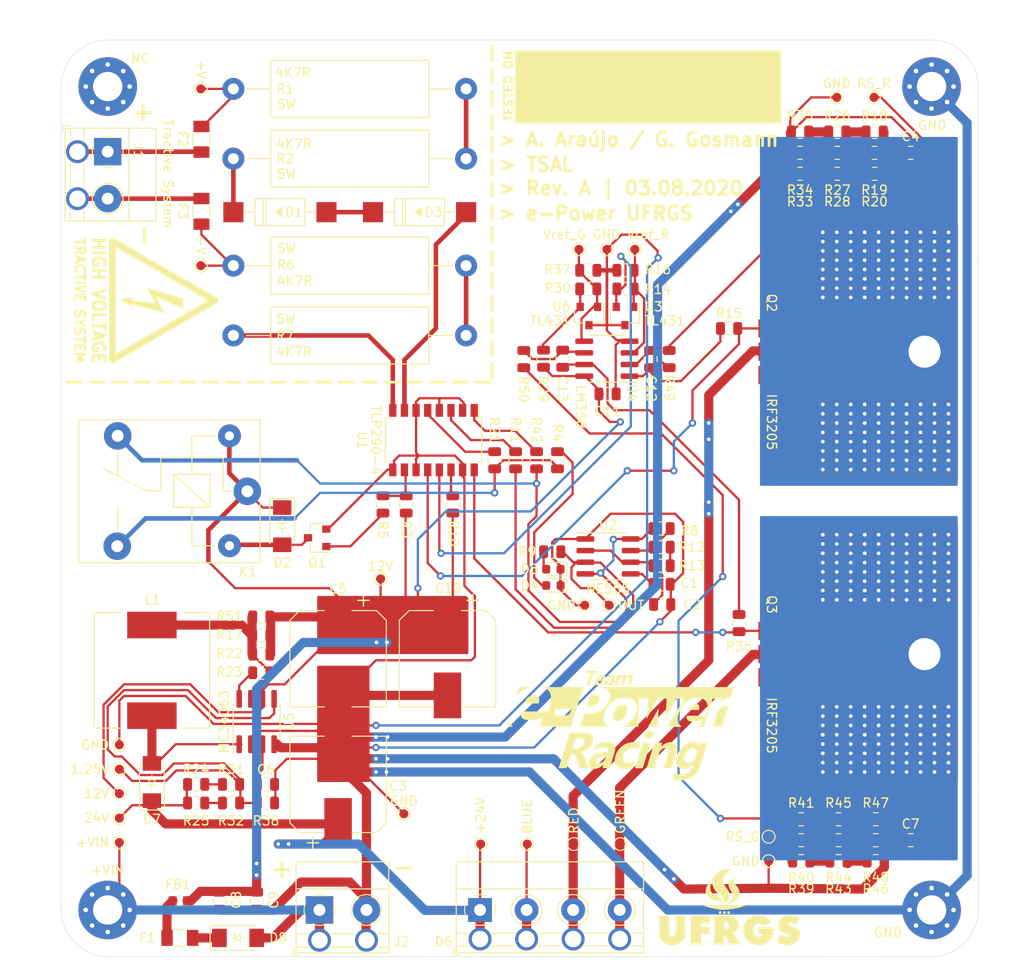
<source format=kicad_pcb>
(kicad_pcb (version 20171130) (host pcbnew "(5.1.5)-3")
  (layers (0 F.Cu signal) (31 B.Cu signal) (34 B.Paste user) (35 F.Paste user) (36 B.SilkS user) (37 F.SilkS user) (38 B.Mask user) (39 F.Mask user) (44 Edge.Cuts user))
  (net 0 "")
  (net 1 "Net-(D1-Pad2)")
  (net 2 "Net-(D1-Pad1)")
  (net 3 "Net-(D2-Pad2)")
  (net 4 "Net-(D3-Pad2)")
  (net 5 +24V)
  (net 6 "Net-(D4-Pad2)")
  (net 7 +12V)
  (net 8 "Net-(D5-Pad2)")
  (net 9 GND)
  (net 10 "Net-(D6-Pad2)")
  (net 11 "Net-(C6-Pad2)")
  (net 12 "Net-(Q2-Pad1)")
  (net 13 "Net-(C7-Pad2)")
  (net 14 "Net-(Q3-Pad1)")
  (net 15 "Net-(R1-Pad1)")
  (net 16 "Net-(L1-Pad1)")
  (net 17 "Net-(R7-Pad1)")
  (net 18 "Net-(R18-Pad1)")
  (net 19 "Net-(R21-Pad1)")
  (net 20 "Net-(R23-Pad1)")
  (net 21 "Net-(R10-Pad1)")
  (net 22 "Net-(R6-Pad1)")
  (net 23 "Net-(C4-Pad2)")
  (net 24 "Net-(D7-Pad2)")
  (net 25 Input_Power)
  (net 26 "Net-(D8-Pad1)")
  (net 27 "Net-(K1-Pad4)")
  (net 28 "Net-(K1-Pad3)")
  (net 29 "Net-(F1-Pad2)")
  (net 30 "Net-(C1-Pad2)")
  (net 31 "Net-(C2-Pad1)")
  (net 32 "Net-(D6-Pad4)")
  (net 33 "Net-(D6-Pad3)")
  (net 34 "Net-(Q1-Pad1)")
  (net 35 "Net-(R3-Pad2)")
  (net 36 "Net-(R12-Pad2)")
  (net 37 "Net-(R11-Pad2)")
  (net 38 "Net-(R11-Pad1)")
  (net 39 "Net-(R12-Pad1)")
  (net 40 "Net-(R14-Pad2)")
  (net 41 "Net-(R14-Pad1)")
  (net 42 "Net-(R24-Pad2)")
  (net 43 "Net-(R25-Pad2)")
  (net 44 "Net-(R26-Pad1)")
  (net 45 "Net-(R29-Pad1)")
  (net 46 "Net-(R30-Pad1)")
  (net 47 "Net-(R31-Pad2)")
  (net 48 "Net-(R39-Pad1)")
  (net 49 "Net-(R42-Pad1)")
  (net 50 "Net-(R43-Pad1)")
  (net 51 "Net-(C12-Pad2)")
  (net 52 "Net-(C12-Pad1)")
  (net 53 "Net-(C13-Pad2)")
  (net 54 "Net-(C13-Pad1)")
  (net 55 "Net-(H4-Pad1)")
  (net 56 "Net-(F2-Pad2)")
  (net 57 "Net-(F2-Pad1)")
  (net 58 "Net-(F3-Pad2)")
  (net 59 "Net-(F3-Pad1)")
  (module e-Power:FUSE_1206_3216Metric (layer F.Cu) (at 144.018 69.342 270)
    (fp_text reference F3 (at 0 2.032 270 unlocked) (layer F.SilkS))
    (fp_text value Fuse)
    (pad 2 smd trapezoid (at 1.4 0 270) (size 1.25 1.75) (layers F.Cu F.Paste F.Mask) (net 58 "Net-(F3-Pad2)"))
    (pad 1 smd trapezoid (at -1.4 0 270) (size 1.25 1.75) (layers F.Cu F.Paste F.Mask) (net 59 "Net-(F3-Pad1)"))
  )
  (module e-Power:FUSE_1206_3216Metric (layer F.Cu) (at 144.018 61.468 270)
    (fp_text reference F2 (at 0 2.032 270 unlocked) (layer F.SilkS))
    (fp_text value Fuse)
    (pad 2 smd trapezoid (at 1.4 0 270) (size 1.25 1.75) (layers F.Cu F.Paste F.Mask) (net 56 "Net-(F2-Pad2)"))
    (pad 1 smd trapezoid (at -1.4 0 270) (size 1.25 1.75) (layers F.Cu F.Paste F.Mask) (net 57 "Net-(F2-Pad1)"))
  )
  (module Package_TO_SOT_SMD:SOT-23 (layer F.Cu) (at 186.309 80.772 270)
    (fp_text reference U6 (at -1.016 1.905 180) (layer F.SilkS) (effects (justify right)))
    (fp_text value TL431 (at 0.508 1.905 180) (layer F.SilkS) (effects (justify right)))
    (pad 3 smd rect (at 1 0 270) (size 0.9 0.8) (layers F.Cu F.Paste F.Mask) (net 9 GND))
    (pad 2 smd rect (at -1 0.95 270) (size 0.9 0.8) (layers F.Cu F.Paste F.Mask) (net 45 "Net-(R29-Pad1)"))
    (pad 1 smd rect (at -1 -0.95 270) (size 0.9 0.8) (layers F.Cu F.Paste F.Mask) (net 46 "Net-(R30-Pad1)"))
  )
  (module Package_TO_SOT_SMD:SOT-23 (layer F.Cu) (at 190.246 80.772 270)
    (fp_text reference U3 (at -1.016 -2.032 180) (layer F.SilkS) (effects (justify left)))
    (fp_text value TL431 (at 0.508 -2.032 180) (layer F.SilkS) (effects (justify left)))
    (pad 3 smd rect (at 1 0 270) (size 0.9 0.8) (layers F.Cu F.Paste F.Mask) (net 9 GND))
    (pad 2 smd rect (at -1 0.95 270) (size 0.9 0.8) (layers F.Cu F.Paste F.Mask) (net 40 "Net-(R14-Pad2)"))
    (pad 1 smd rect (at -1 -0.95 270) (size 0.9 0.8) (layers F.Cu F.Paste F.Mask) (net 41 "Net-(R14-Pad1)"))
  )
  (module e-Power:Logo_e-Power_22.8x12.0mm_SilkS (layer F.Cu) (at 189.738 125.476)
    (fp_text reference G3 hide)
    (fp_text value Logo_e-Power_Large hide)
  )
  (module e-Power:TestPoint_Pad_D1.0mm (layer F.Cu) (at 166.116 135.128)
    (fp_text reference TP22)
    (fp_text value GND (at 0 -1.397) (layer F.SilkS))
    (pad 1 smd circle (at 0 0) (size 1 1) (layers F.Cu F.Mask) (net 9 GND))
  )
  (module e-Power:TestPoint_Pad_D1.0mm (layer F.Cu) (at 163.576 109.474)
    (fp_text reference TP21)
    (fp_text value 12V (at 0 -1.397) (layer F.SilkS))
    (pad 1 smd circle (at 0 0) (size 1 1) (layers F.Cu F.Mask) (net 7 +12V))
  )
  (module e-Power:TestPoint_Pad_D1.0mm (layer F.Cu) (at 179.578 138.43)
    (fp_text reference TP20)
    (fp_text value BLUE (at 0 -1.016 90) (layer F.SilkS) (effects (justify left)))
    (pad 1 smd circle (at 0 0) (size 1 1) (layers F.Cu F.Mask) (net 10 "Net-(D6-Pad2)"))
  )
  (module e-Power:TestPoint_Pad_D1.0mm (layer F.Cu) (at 174.498 138.43)
    (fp_text reference TP19)
    (fp_text value +24V (at 0 -1.016 90) (layer F.SilkS) (effects (justify left)))
    (pad 1 smd circle (at 0 0) (size 1 1) (layers F.Cu F.Mask) (net 5 +24V))
  )
  (module e-Power:TestPoint_Pad_D1.0mm (layer F.Cu) (at 184.658 138.43)
    (fp_text reference TP18)
    (fp_text value RED (at 0 -1.016 90) (layer F.SilkS) (effects (justify left)))
    (pad 1 smd circle (at 0 0) (size 1 1) (layers F.Cu F.Mask) (net 33 "Net-(D6-Pad3)"))
  )
  (module e-Power:Logo_UFRGS_14.7x8.0mm_SilkS (layer F.Cu) (at 201.676 145.288)
    (fp_text reference G2 hide)
    (fp_text value Logo_UFRGS_Large hide)
  )
  (module "e-Power:SOIC-16_4.55x10.3mm_P1.27mm(TLP290-4)" (layer F.Cu) (at 169.34942 94.32036 270)
    (fp_text reference U1 (at 0 7.80542 270 unlocked) (layer F.SilkS))
    (fp_text value TLP290-4 (at 0 6.28142 270 unlocked) (layer F.SilkS))
    (pad 16 smd rect (at 3.25 -4.445 270) (size 1.4 0.8) (layers F.Cu F.Paste F.Mask) (net 14 "Net-(Q3-Pad1)"))
    (pad 15 smd trapezoid (at 3.25 -3.175 270) (size 1.4 0.8) (layers F.Cu F.Paste F.Mask) (net 9 GND))
    (pad 14 smd trapezoid (at 3.25 -1.905 270) (size 1.4 0.8) (layers F.Cu F.Paste F.Mask) (net 21 "Net-(R10-Pad1)"))
    (pad 13 smd trapezoid (at 3.25 -0.635 270) (size 1.4 0.8) (layers F.Cu F.Paste F.Mask) (net 40 "Net-(R14-Pad2)"))
    (pad 12 smd trapezoid (at 3.25 0.635 270) (size 1.4 0.8) (layers F.Cu F.Paste F.Mask) (net 12 "Net-(Q2-Pad1)"))
    (pad 11 smd trapezoid (at 3.25 1.905 270) (size 1.4 0.8) (layers F.Cu F.Paste F.Mask) (net 9 GND))
    (pad 10 smd trapezoid (at 3.25 3.175 270) (size 1.4 0.8) (layers F.Cu F.Paste F.Mask) (net 35 "Net-(R3-Pad2)"))
    (pad 9 smd trapezoid (at 3.25 4.445 270) (size 1.4 0.8) (layers F.Cu F.Paste F.Mask) (net 9 GND))
    (pad 8 smd trapezoid (at -3.25 4.445 270) (size 1.4 0.8) (layers F.Cu F.Paste F.Mask) (net 17 "Net-(R7-Pad1)"))
    (pad 7 smd trapezoid (at -3.25 3.175 270) (size 1.4 0.8) (layers F.Cu F.Paste F.Mask) (net 4 "Net-(D3-Pad2)"))
    (pad 6 smd trapezoid (at -3.25 1.905 270) (size 1.4 0.8) (layers F.Cu F.Paste F.Mask) (net 9 GND))
    (pad 5 smd rect (at -3.25 0.635 270) (size 1.4 0.8) (layers F.Cu F.Paste F.Mask) (net 19 "Net-(R21-Pad1)"))
    (pad 4 smd trapezoid (at -3.25 -0.635 270) (size 1.4 0.8) (layers F.Cu F.Paste F.Mask) (net 9 GND))
    (pad 3 smd rect (at -3.25 -1.905 270) (size 1.4 0.8) (layers F.Cu F.Paste F.Mask) (net 38 "Net-(R11-Pad1)"))
    (pad 2 smd trapezoid (at -3.25 -3.175 270) (size 1.4 0.8) (layers F.Cu F.Paste F.Mask) (net 9 GND))
    (pad 1 smd rect (at -3.25 -4.445 270) (size 1.4 0.8) (layers F.Cu F.Paste F.Mask) (net 49 "Net-(R42-Pad1)"))
  )
  (module Resistor_SMD:R_0805_2012Metric (layer F.Cu) (at 150.55342 113.62436)
    (fp_text reference R51 (at -3.48742 -0.08636) (layer F.SilkS))
    (fp_text value ADJ)
    (pad 2 smd roundrect (at 0.9375 0) (size 0.975 1.4) (layers F.Cu F.Paste F.Mask) (net 7 +12V))
    (pad 1 smd roundrect (at -0.9375 0) (size 0.975 1.4) (layers F.Cu F.Paste F.Mask) (net 16 "Net-(L1-Pad1)"))
  )
  (module Resistor_SMD:R_0805_2012Metric (layer F.Cu) (at 179.197 85.471 270)
    (fp_text reference R50 (at 3.302 0 270 unlocked) (layer F.SilkS))
    (fp_text value 10K)
    (pad 2 smd roundrect (at 0.9375 0 270) (size 0.975 1.4) (layers F.Cu F.Paste F.Mask) (net 13 "Net-(C7-Pad2)"))
    (pad 1 smd roundrect (at -0.9375 0 270) (size 0.975 1.4) (layers F.Cu F.Paste F.Mask) (net 54 "Net-(C13-Pad1)"))
  )
  (module Resistor_SMD:R_0805_2012Metric (layer F.Cu) (at 195.072 85.471 90)
    (fp_text reference R49 (at -3.175 0 270 unlocked) (layer F.SilkS))
    (fp_text value 10K)
    (pad 2 smd roundrect (at 0.9375 0 90) (size 0.975 1.4) (layers F.Cu F.Paste F.Mask) (net 23 "Net-(C4-Pad2)"))
    (pad 1 smd roundrect (at -0.9375 0 90) (size 0.975 1.4) (layers F.Cu F.Paste F.Mask) (net 52 "Net-(C12-Pad1)"))
  )
  (module Resistor_SMD:R_0805_2012Metric (layer F.Cu) (at 217.60942 138.00836 180)
    (fp_text reference R48 (at 0 -4.064) (layer F.SilkS))
    (fp_text value 10R)
    (pad 2 smd roundrect (at 0.9375 0 180) (size 0.975 1.4) (layers F.Cu F.Paste F.Mask) (net 50 "Net-(R43-Pad1)"))
    (pad 1 smd roundrect (at -0.9375 0 180) (size 0.975 1.4) (layers F.Cu F.Paste F.Mask) (net 9 GND))
  )
  (module Resistor_SMD:R_0805_2012Metric (layer F.Cu) (at 217.61842 135.72236 180)
    (fp_text reference R47 (at 0.009 1.778) (layer F.SilkS))
    (fp_text value 10R)
    (pad 2 smd roundrect (at 0.9375 0 180) (size 0.975 1.4) (layers F.Cu F.Paste F.Mask) (net 50 "Net-(R43-Pad1)"))
    (pad 1 smd roundrect (at -0.9375 0 180) (size 0.975 1.4) (layers F.Cu F.Paste F.Mask) (net 9 GND))
  )
  (module Resistor_SMD:R_0805_2012Metric (layer F.Cu) (at 217.60942 140.29436 180)
    (fp_text reference R46 (at 0 -3.048 180) (layer F.SilkS))
    (fp_text value 10R)
    (pad 2 smd roundrect (at 0.9375 0 180) (size 0.975 1.4) (layers F.Cu F.Paste F.Mask) (net 50 "Net-(R43-Pad1)"))
    (pad 1 smd roundrect (at -0.9375 0 180) (size 0.975 1.4) (layers F.Cu F.Paste F.Mask) (net 9 GND))
  )
  (module Resistor_SMD:R_0805_2012Metric (layer F.Cu) (at 213.54542 135.72236 180)
    (fp_text reference R45 (at 0 1.778) (layer F.SilkS))
    (fp_text value 10R)
    (pad 2 smd roundrect (at 0.9375 0 180) (size 0.975 1.4) (layers F.Cu F.Paste F.Mask) (net 48 "Net-(R39-Pad1)"))
    (pad 1 smd roundrect (at -0.9375 0 180) (size 0.975 1.4) (layers F.Cu F.Paste F.Mask) (net 50 "Net-(R43-Pad1)"))
  )
  (module Resistor_SMD:R_0805_2012Metric (layer F.Cu) (at 213.54542 138.00836 180)
    (fp_text reference R44 (at 0 -4.064) (layer F.SilkS))
    (fp_text value 10R)
    (pad 2 smd roundrect (at 0.9375 0 180) (size 0.975 1.4) (layers F.Cu F.Paste F.Mask) (net 48 "Net-(R39-Pad1)"))
    (pad 1 smd roundrect (at -0.9375 0 180) (size 0.975 1.4) (layers F.Cu F.Paste F.Mask) (net 50 "Net-(R43-Pad1)"))
  )
  (module Resistor_SMD:R_0805_2012Metric (layer F.Cu) (at 213.54542 140.29436 180)
    (fp_text reference R43 (at 0 -3.048) (layer F.SilkS))
    (fp_text value 10R)
    (pad 2 smd roundrect (at 0.9375 0 180) (size 0.975 1.4) (layers F.Cu F.Paste F.Mask) (net 48 "Net-(R39-Pad1)"))
    (pad 1 smd roundrect (at -0.9375 0 180) (size 0.975 1.4) (layers F.Cu F.Paste F.Mask) (net 50 "Net-(R43-Pad1)"))
  )
  (module Resistor_SMD:R_0805_2012Metric (layer F.Cu) (at 180.594 96.52 270)
    (fp_text reference R42 (at -3.302 0 270 unlocked) (layer F.SilkS))
    (fp_text value 1K)
    (pad 2 smd roundrect (at 0.9375 0 270) (size 0.975 1.4) (layers F.Cu F.Paste F.Mask) (net 28 "Net-(K1-Pad3)"))
    (pad 1 smd roundrect (at -0.9375 0 270) (size 0.975 1.4) (layers F.Cu F.Paste F.Mask) (net 49 "Net-(R42-Pad1)"))
  )
  (module Resistor_SMD:R_0805_2012Metric (layer F.Cu) (at 209.48142 135.72236 180)
    (fp_text reference R41 (at 0 1.778 180) (layer F.SilkS))
    (fp_text value 10R)
    (pad 2 smd roundrect (at 0.9375 0 180) (size 0.975 1.4) (layers F.Cu F.Paste F.Mask) (net 13 "Net-(C7-Pad2)"))
    (pad 1 smd roundrect (at -0.9375 0 180) (size 0.975 1.4) (layers F.Cu F.Paste F.Mask) (net 48 "Net-(R39-Pad1)"))
  )
  (module Resistor_SMD:R_0805_2012Metric (layer F.Cu) (at 209.48142 138.00836 180)
    (fp_text reference R40 (at 0 -4.064 180) (layer F.SilkS))
    (fp_text value 10R)
    (pad 2 smd roundrect (at 0.9375 0 180) (size 0.975 1.4) (layers F.Cu F.Paste F.Mask) (net 13 "Net-(C7-Pad2)"))
    (pad 1 smd roundrect (at -0.9375 0 180) (size 0.975 1.4) (layers F.Cu F.Paste F.Mask) (net 48 "Net-(R39-Pad1)"))
  )
  (module Resistor_SMD:R_0805_2012Metric (layer F.Cu) (at 209.48142 140.29436 180)
    (fp_text reference R39 (at 0 -3.048 180) (layer F.SilkS))
    (fp_text value 10R)
    (pad 2 smd roundrect (at 0.9375 0 180) (size 0.975 1.4) (layers F.Cu F.Paste F.Mask) (net 13 "Net-(C7-Pad2)"))
    (pad 1 smd roundrect (at -0.9375 0 180) (size 0.975 1.4) (layers F.Cu F.Paste F.Mask) (net 48 "Net-(R39-Pad1)"))
  )
  (module Resistor_SMD:R_0805_2012Metric (layer F.Cu) (at 151.06142 133.94436 180)
    (fp_text reference R38 (at 0 -1.94564) (layer F.SilkS))
    (fp_text value 1K)
    (pad 2 smd roundrect (at 0.9375 0 180) (size 0.975 1.4) (layers F.Cu F.Paste F.Mask) (net 47 "Net-(R31-Pad2)"))
    (pad 1 smd roundrect (at -0.9375 0 180) (size 0.975 1.4) (layers F.Cu F.Paste F.Mask) (net 9 GND))
  )
  (module Resistor_SMD:R_0805_2012Metric (layer F.Cu) (at 186.24042 75.77836 180)
    (fp_text reference R37 (at 1.83642 0.08636) (layer F.SilkS) (effects (justify right)))
    (fp_text value ADJ)
    (pad 2 smd roundrect (at 0.9375 0 180) (size 0.975 1.4) (layers F.Cu F.Paste F.Mask) (net 46 "Net-(R30-Pad1)"))
    (pad 1 smd roundrect (at -0.9375 0 180) (size 0.975 1.4) (layers F.Cu F.Paste F.Mask) (net 9 GND))
  )
  (module Resistor_SMD:R_0805_2012Metric (layer F.Cu) (at 202.692 114.3 270)
    (fp_text reference R36 (at 2.54 0 180) (layer F.SilkS))
    (fp_text value 1K)
    (pad 2 smd roundrect (at 0.9375 0 270) (size 0.975 1.4) (layers F.Cu F.Paste F.Mask) (net 14 "Net-(Q3-Pad1)"))
    (pad 1 smd roundrect (at -0.9375 0 270) (size 0.975 1.4) (layers F.Cu F.Paste F.Mask) (net 53 "Net-(C13-Pad2)"))
  )
  (module Resistor_SMD:R_0805_2012Metric (layer F.Cu) (at 209.35442 60.66536)
    (fp_text reference R35 (at 0 -1.778) (layer F.SilkS))
    (fp_text value 10R)
    (pad 2 smd roundrect (at 0.9375 0) (size 0.975 1.4) (layers F.Cu F.Paste F.Mask) (net 44 "Net-(R26-Pad1)"))
    (pad 1 smd roundrect (at -0.9375 0) (size 0.975 1.4) (layers F.Cu F.Paste F.Mask) (net 9 GND))
  )
  (module Resistor_SMD:R_0805_2012Metric (layer F.Cu) (at 209.35442 62.95136)
    (fp_text reference R34 (at 0 4.064) (layer F.SilkS))
    (fp_text value 10R)
    (pad 2 smd roundrect (at 0.9375 0) (size 0.975 1.4) (layers F.Cu F.Paste F.Mask) (net 44 "Net-(R26-Pad1)"))
    (pad 1 smd roundrect (at -0.9375 0) (size 0.975 1.4) (layers F.Cu F.Paste F.Mask) (net 9 GND))
  )
  (module Resistor_SMD:R_0805_2012Metric (layer F.Cu) (at 209.35442 65.23736)
    (fp_text reference R33 (at 0 3.048) (layer F.SilkS))
    (fp_text value 10R)
    (pad 2 smd roundrect (at 0.9375 0) (size 0.975 1.4) (layers F.Cu F.Paste F.Mask) (net 44 "Net-(R26-Pad1)"))
    (pad 1 smd roundrect (at -0.9375 0) (size 0.975 1.4) (layers F.Cu F.Paste F.Mask) (net 9 GND))
  )
  (module Resistor_SMD:R_0805_2012Metric (layer F.Cu) (at 147.25142 133.94436)
    (fp_text reference R32 (at 0 1.94564) (layer F.SilkS))
    (fp_text value 100K)
    (pad 2 smd roundrect (at 0.9375 0) (size 0.975 1.4) (layers F.Cu F.Paste F.Mask) (net 47 "Net-(R31-Pad2)"))
    (pad 1 smd roundrect (at -0.9375 0) (size 0.975 1.4) (layers F.Cu F.Paste F.Mask) (net 43 "Net-(R25-Pad2)"))
  )
  (module Resistor_SMD:R_0805_2012Metric (layer F.Cu) (at 147.25142 131.91236)
    (fp_text reference R31 (at 0 -1.65) (layer F.SilkS))
    (fp_text value 10K)
    (pad 2 smd roundrect (at 0.9375 0) (size 0.975 1.4) (layers F.Cu F.Paste F.Mask) (net 47 "Net-(R31-Pad2)"))
    (pad 1 smd roundrect (at -0.9375 0) (size 0.975 1.4) (layers F.Cu F.Paste F.Mask) (net 42 "Net-(R24-Pad2)"))
  )
  (module Resistor_SMD:R_0805_2012Metric (layer F.Cu) (at 186.24042 77.81036 180)
    (fp_text reference R30 (at 4.88442 0.08636) (layer F.SilkS) (effects (justify left)))
    (fp_text value 1K)
    (pad 2 smd roundrect (at 0.9375 0 180) (size 0.975 1.4) (layers F.Cu F.Paste F.Mask) (net 45 "Net-(R29-Pad1)"))
    (pad 1 smd roundrect (at -0.9375 0 180) (size 0.975 1.4) (layers F.Cu F.Paste F.Mask) (net 46 "Net-(R30-Pad1)"))
  )
  (module Resistor_SMD:R_0805_2012Metric (layer F.Cu) (at 181.356 85.43036 270)
    (fp_text reference R29 (at 3.302 0 270 unlocked) (layer F.SilkS))
    (fp_text value 1K)
    (pad 2 smd roundrect (at 0.9375 0 270) (size 0.975 1.4) (layers F.Cu F.Paste F.Mask) (net 7 +12V))
    (pad 1 smd roundrect (at -0.9375 0 270) (size 0.975 1.4) (layers F.Cu F.Paste F.Mask) (net 45 "Net-(R29-Pad1)"))
  )
  (module Resistor_SMD:R_0805_2012Metric (layer F.Cu) (at 213.41842 65.23736)
    (fp_text reference R28 (at 0 3.048) (layer F.SilkS))
    (fp_text value 10R)
    (pad 2 smd roundrect (at 0.9375 0) (size 0.975 1.4) (layers F.Cu F.Paste F.Mask) (net 18 "Net-(R18-Pad1)"))
    (pad 1 smd roundrect (at -0.9375 0) (size 0.975 1.4) (layers F.Cu F.Paste F.Mask) (net 44 "Net-(R26-Pad1)"))
  )
  (module Resistor_SMD:R_0805_2012Metric (layer F.Cu) (at 213.41842 62.95136)
    (fp_text reference R27 (at 0 4.064) (layer F.SilkS))
    (fp_text value 10R)
    (pad 2 smd roundrect (at 0.9375 0) (size 0.975 1.4) (layers F.Cu F.Paste F.Mask) (net 18 "Net-(R18-Pad1)"))
    (pad 1 smd roundrect (at -0.9375 0) (size 0.975 1.4) (layers F.Cu F.Paste F.Mask) (net 44 "Net-(R26-Pad1)"))
  )
  (module Resistor_SMD:R_0805_2012Metric (layer F.Cu) (at 213.41842 60.66536)
    (fp_text reference R26 (at 0 -1.778) (layer F.SilkS))
    (fp_text value 10R)
    (pad 2 smd roundrect (at 0.9375 0) (size 0.975 1.4) (layers F.Cu F.Paste F.Mask) (net 18 "Net-(R18-Pad1)"))
    (pad 1 smd roundrect (at -0.9375 0) (size 0.975 1.4) (layers F.Cu F.Paste F.Mask) (net 44 "Net-(R26-Pad1)"))
  )
  (module Resistor_SMD:R_0805_2012Metric (layer F.Cu) (at 143.44142 133.94436)
    (fp_text reference R25 (at 0 1.94564) (layer F.SilkS))
    (fp_text value 100K)
    (pad 2 smd roundrect (at 0.9375 0) (size 0.975 1.4) (layers F.Cu F.Paste F.Mask) (net 43 "Net-(R25-Pad2)"))
    (pad 1 smd roundrect (at -0.9375 0) (size 0.975 1.4) (layers F.Cu F.Paste F.Mask) (net 5 +24V))
  )
  (module Resistor_SMD:R_0805_2012Metric (layer F.Cu) (at 143.44142 131.91236)
    (fp_text reference R24 (at 0 -1.65) (layer F.SilkS))
    (fp_text value 10K)
    (pad 2 smd roundrect (at 0.9375 0) (size 0.975 1.4) (layers F.Cu F.Paste F.Mask) (net 42 "Net-(R24-Pad2)"))
    (pad 1 smd roundrect (at -0.9375 0) (size 0.975 1.4) (layers F.Cu F.Paste F.Mask) (net 5 +24V))
  )
  (module Resistor_SMD:R_0805_2012Metric (layer F.Cu) (at 150.55342 119.72036)
    (fp_text reference R23 (at -3.48742 -0.08636) (layer F.SilkS))
    (fp_text value 100R)
    (pad 2 smd roundrect (at 0.9375 0) (size 0.975 1.4) (layers F.Cu F.Paste F.Mask) (net 16 "Net-(L1-Pad1)"))
    (pad 1 smd roundrect (at -0.9375 0) (size 0.975 1.4) (layers F.Cu F.Paste F.Mask) (net 20 "Net-(R23-Pad1)"))
  )
  (module Resistor_SMD:R_0805_2012Metric (layer F.Cu) (at 150.55342 117.68836)
    (fp_text reference R22 (at -3.48742 -0.08636) (layer F.SilkS))
    (fp_text value 1R)
    (pad 2 smd roundrect (at 0.9375 0) (size 0.975 1.4) (layers F.Cu F.Paste F.Mask) (net 7 +12V))
    (pad 1 smd roundrect (at -0.9375 0) (size 0.975 1.4) (layers F.Cu F.Paste F.Mask) (net 16 "Net-(L1-Pad1)"))
  )
  (module Resistor_SMD:R_0805_2012Metric (layer F.Cu) (at 176.022 96.52 270)
    (fp_text reference R21 (at -3.302 0 270 unlocked) (layer F.SilkS))
    (fp_text value 1K)
    (pad 2 smd roundrect (at 0.9375 0 270) (size 0.975 1.4) (layers F.Cu F.Paste F.Mask) (net 27 "Net-(K1-Pad4)"))
    (pad 1 smd roundrect (at -0.9375 0 270) (size 0.975 1.4) (layers F.Cu F.Paste F.Mask) (net 19 "Net-(R21-Pad1)"))
  )
  (module Resistor_SMD:R_0805_2012Metric (layer F.Cu) (at 217.48242 65.23736)
    (fp_text reference R20 (at 0 3.048) (layer F.SilkS))
    (fp_text value 10R)
    (pad 2 smd roundrect (at 0.9375 0) (size 0.975 1.4) (layers F.Cu F.Paste F.Mask) (net 23 "Net-(C4-Pad2)"))
    (pad 1 smd roundrect (at -0.9375 0) (size 0.975 1.4) (layers F.Cu F.Paste F.Mask) (net 18 "Net-(R18-Pad1)"))
  )
  (module Resistor_SMD:R_0805_2012Metric (layer F.Cu) (at 217.47342 62.95136)
    (fp_text reference R19 (at 0 4.064) (layer F.SilkS))
    (fp_text value 10R)
    (pad 2 smd roundrect (at 0.9375 0) (size 0.975 1.4) (layers F.Cu F.Paste F.Mask) (net 23 "Net-(C4-Pad2)"))
    (pad 1 smd roundrect (at -0.9375 0) (size 0.975 1.4) (layers F.Cu F.Paste F.Mask) (net 18 "Net-(R18-Pad1)"))
  )
  (module Resistor_SMD:R_0805_2012Metric (layer F.Cu) (at 217.49142 60.66536)
    (fp_text reference R18 (at 0 -1.778) (layer F.SilkS))
    (fp_text value 10R)
    (pad 2 smd roundrect (at 0.9375 0) (size 0.975 1.4) (layers F.Cu F.Paste F.Mask) (net 23 "Net-(C4-Pad2)"))
    (pad 1 smd roundrect (at -0.9375 0) (size 0.975 1.4) (layers F.Cu F.Paste F.Mask) (net 18 "Net-(R18-Pad1)"))
  )
  (module Resistor_SMD:R_0805_2012Metric (layer F.Cu) (at 150.55342 115.65636)
    (fp_text reference R17 (at -3.48742 -0.08636 unlocked) (layer F.SilkS))
    (fp_text value 1R)
    (pad 2 smd roundrect (at 0.9375 0) (size 0.975 1.4) (layers F.Cu F.Paste F.Mask) (net 7 +12V))
    (pad 1 smd roundrect (at -0.9375 0) (size 0.975 1.4) (layers F.Cu F.Paste F.Mask) (net 16 "Net-(L1-Pad1)"))
  )
  (module Resistor_SMD:R_0805_2012Metric (layer F.Cu) (at 190.30442 75.77836)
    (fp_text reference R16 (at 1.97358 -0.08636) (layer F.SilkS) (effects (justify left)))
    (fp_text value ADJ)
    (pad 2 smd roundrect (at 0.9375 0) (size 0.975 1.4) (layers F.Cu F.Paste F.Mask) (net 41 "Net-(R14-Pad1)"))
    (pad 1 smd roundrect (at -0.9375 0) (size 0.975 1.4) (layers F.Cu F.Paste F.Mask) (net 9 GND))
  )
  (module Resistor_SMD:R_0805_2012Metric (layer F.Cu) (at 201.60742 82.12836)
    (fp_text reference R15 (at 0 -1.65) (layer F.SilkS))
    (fp_text value 1K)
    (pad 2 smd roundrect (at 0.9375 0) (size 0.975 1.4) (layers F.Cu F.Paste F.Mask) (net 12 "Net-(Q2-Pad1)"))
    (pad 1 smd roundrect (at -0.9375 0) (size 0.975 1.4) (layers F.Cu F.Paste F.Mask) (net 51 "Net-(C12-Pad2)"))
  )
  (module Resistor_SMD:R_0805_2012Metric (layer F.Cu) (at 190.30442 77.81036 180)
    (fp_text reference R14 (at -1.97358 -0.04064) (layer F.SilkS) (effects (justify left)))
    (fp_text value 1K)
    (pad 2 smd roundrect (at 0.9375 0 180) (size 0.975 1.4) (layers F.Cu F.Paste F.Mask) (net 40 "Net-(R14-Pad2)"))
    (pad 1 smd roundrect (at -0.9375 0 180) (size 0.975 1.4) (layers F.Cu F.Paste F.Mask) (net 41 "Net-(R14-Pad1)"))
  )
  (module Resistor_SMD:R_0805_2012Metric (layer F.Cu) (at 194.24142 108.03636 180)
    (fp_text reference R13 (at -3.302 0) (layer F.SilkS))
    (fp_text value 100K)
    (pad 2 smd roundrect (at 0.9375 0 180) (size 0.975 1.4) (layers F.Cu F.Paste F.Mask) (net 31 "Net-(C2-Pad1)"))
    (pad 1 smd roundrect (at -0.9375 0 180) (size 0.975 1.4) (layers F.Cu F.Paste F.Mask) (net 39 "Net-(R12-Pad1)"))
  )
  (module Resistor_SMD:R_0805_2012Metric (layer F.Cu) (at 194.24142 106.00436 180)
    (fp_text reference R12 (at -3.302 0) (layer F.SilkS))
    (fp_text value 100K)
    (pad 2 smd roundrect (at 0.9375 0 180) (size 0.975 1.4) (layers F.Cu F.Paste F.Mask) (net 36 "Net-(R12-Pad2)"))
    (pad 1 smd roundrect (at -0.9375 0 180) (size 0.975 1.4) (layers F.Cu F.Paste F.Mask) (net 39 "Net-(R12-Pad1)"))
  )
  (module Resistor_SMD:R_0805_2012Metric (layer F.Cu) (at 178.308 96.52 270)
    (fp_text reference R11 (at -3.302 0 270 unlocked) (layer F.SilkS))
    (fp_text value 1K)
    (pad 2 smd roundrect (at 0.9375 0 270) (size 0.975 1.4) (layers F.Cu F.Paste F.Mask) (net 37 "Net-(R11-Pad2)"))
    (pad 1 smd roundrect (at -0.9375 0 270) (size 0.975 1.4) (layers F.Cu F.Paste F.Mask) (net 38 "Net-(R11-Pad1)"))
  )
  (module Resistor_SMD:R_0805_2012Metric (layer F.Cu) (at 171.45 101.346 270)
    (fp_text reference R10 (at 4.73964 -0.06858 270 unlocked) (layer F.SilkS) (effects (justify right)))
    (fp_text value 1K)
    (pad 2 smd roundrect (at 0.9375 0 270) (size 0.975 1.4) (layers F.Cu F.Paste F.Mask) (net 7 +12V))
    (pad 1 smd roundrect (at -0.9375 0 270) (size 0.975 1.4) (layers F.Cu F.Paste F.Mask) (net 21 "Net-(R10-Pad1)"))
  )
  (module Resistor_SMD:R_0805_2012Metric (layer F.Cu) (at 182.30342 106.51236)
    (fp_text reference R9 (at -1.651 0) (layer F.SilkS) (effects (justify right)))
    (fp_text value 1K)
    (pad 2 smd roundrect (at 0.9375 0) (size 0.975 1.4) (layers F.Cu F.Paste F.Mask) (net 37 "Net-(R11-Pad2)"))
    (pad 1 smd roundrect (at -0.9375 0) (size 0.975 1.4) (layers F.Cu F.Paste F.Mask) (net 8 "Net-(D5-Pad2)"))
  )
  (module Resistor_SMD:R_0805_2012Metric (layer F.Cu) (at 194.24142 103.97236)
    (fp_text reference R8 (at 3.048 0.254) (layer F.SilkS))
    (fp_text value 10K)
    (pad 2 smd roundrect (at 0.9375 0) (size 0.975 1.4) (layers F.Cu F.Paste F.Mask) (net 36 "Net-(R12-Pad2)"))
    (pad 1 smd roundrect (at -0.9375 0) (size 0.975 1.4) (layers F.Cu F.Paste F.Mask) (net 28 "Net-(K1-Pad3)"))
  )
  (module Resistor_SMD:R_0805_2012Metric (layer F.Cu) (at 163.83 101.346 90)
    (fp_text reference R5 (at -2.794 0 270 unlocked) (layer F.SilkS))
    (fp_text value 10K)
    (pad 2 smd roundrect (at 0.9375 0 90) (size 0.975 1.4) (layers F.Cu F.Paste F.Mask) (net 35 "Net-(R3-Pad2)"))
    (pad 1 smd roundrect (at -0.9375 0 90) (size 0.975 1.4) (layers F.Cu F.Paste F.Mask) (net 34 "Net-(Q1-Pad1)"))
  )
  (module Resistor_SMD:R_0805_2012Metric (layer F.Cu) (at 182.88 96.52 270)
    (fp_text reference R4 (at -4.064 0 270 unlocked) (layer F.SilkS) (effects (justify left)))
    (fp_text value 1K)
    (pad 2 smd roundrect (at 0.9375 0 270) (size 0.975 1.4) (layers F.Cu F.Paste F.Mask) (net 27 "Net-(K1-Pad4)"))
    (pad 1 smd roundrect (at -0.9375 0 270) (size 0.975 1.4) (layers F.Cu F.Paste F.Mask) (net 6 "Net-(D4-Pad2)"))
  )
  (module Resistor_SMD:R_0805_2012Metric (layer F.Cu) (at 166.37 101.346 90)
    (fp_text reference R3 (at -3.81 0 270 unlocked) (layer F.SilkS) (effects (justify right)))
    (fp_text value 10K)
    (pad 2 smd roundrect (at 0.9375 0 90) (size 0.975 1.4) (layers F.Cu F.Paste F.Mask) (net 35 "Net-(R3-Pad2)"))
    (pad 1 smd roundrect (at -0.9375 0 90) (size 0.975 1.4) (layers F.Cu F.Paste F.Mask) (net 7 +12V))
  )
  (module Capacitor_SMD:C_0805_2012Metric (layer F.Cu) (at 183.44642 85.43036 270)
    (fp_text reference C13 (at 3.302 0 270 unlocked) (layer F.SilkS))
    (fp_text value 100nF)
    (pad 2 smd roundrect (at 0.9375 0 270) (size 0.975 1.4) (layers F.Cu F.Paste F.Mask) (net 53 "Net-(C13-Pad2)"))
    (pad 1 smd roundrect (at -0.9375 0 270) (size 0.975 1.4) (layers F.Cu F.Paste F.Mask) (net 54 "Net-(C13-Pad1)"))
  )
  (module Capacitor_SMD:C_0805_2012Metric (layer F.Cu) (at 193.04 85.471 270)
    (fp_text reference C12 (at 3.21564 -0.06858 270 unlocked) (layer F.SilkS))
    (fp_text value 100nF)
    (pad 2 smd roundrect (at 0.9375 0 270) (size 0.975 1.4) (layers F.Cu F.Paste F.Mask) (net 51 "Net-(C12-Pad2)"))
    (pad 1 smd roundrect (at -0.9375 0 270) (size 0.975 1.4) (layers F.Cu F.Paste F.Mask) (net 52 "Net-(C12-Pad1)"))
  )
  (module Capacitor_SMD:C_0805_2012Metric (layer F.Cu) (at 188.341 89.281)
    (fp_text reference C11 (at 0 1.905 180) (layer F.SilkS))
    (fp_text value 100nF)
    (pad 2 smd roundrect (at 0.9375 0) (size 0.975 1.4) (layers F.Cu F.Paste F.Mask) (net 9 GND))
    (pad 1 smd roundrect (at -0.9375 0) (size 0.975 1.4) (layers F.Cu F.Paste F.Mask) (net 7 +12V))
  )
  (module Capacitor_SMD:C_0805_2012Metric (layer F.Cu) (at 150.04542 144.61236 270)
    (fp_text reference C9 (at -0.08636 -1.84658 90) (layer F.SilkS))
    (fp_text value 10n)
    (pad 2 smd roundrect (at 0.9375 0 270) (size 0.975 1.4) (layers F.Cu F.Paste F.Mask) (net 9 GND))
    (pad 1 smd roundrect (at -0.9375 0 270) (size 0.975 1.4) (layers F.Cu F.Paste F.Mask) (net 7 +12V))
  )
  (module Capacitor_SMD:C_0805_2012Metric (layer F.Cu) (at 145.98142 144.62136 270)
    (fp_text reference C8 (at -0.09536 -1.84658 270) (layer F.SilkS))
    (fp_text value 100nF)
    (pad 2 smd roundrect (at 0.9375 0 270) (size 0.975 1.4) (layers F.Cu F.Paste F.Mask) (net 9 GND))
    (pad 1 smd roundrect (at -0.9375 0 270) (size 0.975 1.4) (layers F.Cu F.Paste F.Mask) (net 7 +12V))
  )
  (module Capacitor_SMD:C_0805_2012Metric (layer F.Cu) (at 221.41942 138.00836)
    (fp_text reference C7 (at 0 -1.778) (layer F.SilkS))
    (fp_text value 100nF)
    (pad 2 smd roundrect (at 0.9375 0) (size 0.975 1.4) (layers F.Cu F.Paste F.Mask) (net 13 "Net-(C7-Pad2)"))
    (pad 1 smd roundrect (at -0.9375 0) (size 0.975 1.4) (layers F.Cu F.Paste F.Mask) (net 9 GND))
  )
  (module Capacitor_SMD:C_0805_2012Metric (layer F.Cu) (at 151.06142 131.91236 180)
    (fp_text reference C6 (at 0 1.61036) (layer F.SilkS))
    (fp_text value 220pF)
    (pad 2 smd roundrect (at 0.9375 0 180) (size 0.975 1.4) (layers F.Cu F.Paste F.Mask) (net 11 "Net-(C6-Pad2)"))
    (pad 1 smd roundrect (at -0.9375 0 180) (size 0.975 1.4) (layers F.Cu F.Paste F.Mask) (net 9 GND))
  )
  (module Capacitor_SMD:C_0805_2012Metric (layer F.Cu) (at 221.41942 62.95136 180)
    (fp_text reference C4 (at 0 1.778) (layer F.SilkS))
    (fp_text value 100nF)
    (pad 2 smd roundrect (at 0.9375 0 180) (size 0.975 1.4) (layers F.Cu F.Paste F.Mask) (net 23 "Net-(C4-Pad2)"))
    (pad 1 smd roundrect (at -0.9375 0 180) (size 0.975 1.4) (layers F.Cu F.Paste F.Mask) (net 9 GND))
  )
  (module Capacitor_SMD:C_0805_2012Metric (layer F.Cu) (at 194.24142 110.06836 180)
    (fp_text reference C1 (at -3.048 0.127) (layer F.SilkS))
    (fp_text value 100nF)
    (pad 2 smd roundrect (at 0.9375 0 180) (size 0.975 1.4) (layers F.Cu F.Paste F.Mask) (net 30 "Net-(C1-Pad2)"))
    (pad 1 smd roundrect (at -0.9375 0 180) (size 0.975 1.4) (layers F.Cu F.Paste F.Mask) (net 9 GND))
  )
  (module e-Power:L_12x12mm_H6mm (layer F.Cu) (at 138.61542 119.46636 270)
    (fp_text reference L1 (at -7.70636 -0.06858 180) (layer F.SilkS))
    (fp_text value 100uH)
    (pad 2 smd rect (at 4.95 0 270) (size 2.9 5.4) (layers F.Cu F.Paste F.Mask) (net 24 "Net-(D7-Pad2)"))
    (pad 1 smd rect (at -4.95 0 270) (size 2.9 5.4) (layers F.Cu F.Paste F.Mask) (net 16 "Net-(L1-Pad1)"))
  )
  (module e-Power:TestPoint_Pad_D1.0mm (layer F.Cu) (at 135.05942 138.26236)
    (fp_text reference TP17)
    (fp_text value +VIN (at -1.016 0 180) (layer F.SilkS) (effects (justify right)))
    (pad 1 smd circle (at 0 0) (size 1 1) (layers F.Cu F.Mask) (net 25 Input_Power))
  )
  (module e-Power:Logo_High_Voltage_13.7x12.0mm_SilkS (layer F.Cu) (at 139.88542 79.08036 270)
    (fp_text reference G1 hide)
    (fp_text value Logo_High_Voltage_Large hide)
  )
  (module e-Power:TestPoint_Pad_D1.0mm (layer F.Cu) (at 205.92542 140.29436 180)
    (fp_text reference TP16)
    (fp_text value GND (at 0.889 0) (layer F.SilkS) (effects (justify right)))
    (pad 1 smd circle (at 0 0 180) (size 1 1) (layers F.Cu F.Mask) (net 9 GND))
  )
  (module e-Power:TestPoint_Pad_D1.0mm (layer F.Cu) (at 213.36 56.896 270)
    (fp_text reference TP15)
    (fp_text value GND (at -1.524 0 180) (layer F.SilkS))
    (pad 1 smd circle (at 0 0 270) (size 1 1) (layers F.Cu F.Mask) (net 9 GND))
  )
  (module e-Power:TestPoint_Pad_D1.0mm (layer F.Cu) (at 143.94942 75.27036 180)
    (fp_text reference TP14)
    (fp_text value -V (at -0.06858 2.24536 270 unlocked) (layer F.SilkS))
    (pad 1 smd circle (at 0 0 180) (size 1 1) (layers F.Cu F.Mask) (net 58 "Net-(F3-Pad2)"))
  )
  (module e-Power:TestPoint_Pad_D1.0mm (layer F.Cu) (at 143.94942 55.96636)
    (fp_text reference TP12)
    (fp_text value +V (at 0.06858 -2.11836 270 unlocked) (layer F.SilkS))
    (pad 1 smd circle (at 0 0) (size 1 1) (layers F.Cu F.Mask) (net 57 "Net-(F2-Pad1)"))
  )
  (module e-Power:TestPoint_Pad_D1.0mm (layer F.Cu) (at 188.27242 73.49236 270)
    (fp_text reference TP13)
    (fp_text value GND (at -1.61036 0.05842 180) (layer F.SilkS))
    (pad 1 smd circle (at 0 0 270) (size 1 1) (layers F.Cu F.Mask) (net 9 GND))
  )
  (module e-Power:TestPoint_Pad_D1.0mm (layer F.Cu) (at 185.85942 112.35436 180)
    (fp_text reference TP11)
    (fp_text value GND (at 2.54 0 180) (layer F.SilkS))
    (pad 1 smd circle (at 0 0 180) (size 1 1) (layers F.Cu F.Mask) (net 9 GND))
  )
  (module e-Power:TO-220-3_Horizontal_TabDown (layer F.Cu) (at 206.30642 115.14836 270)
    (fp_text reference Q3 (at -2.88036 0.05842 270 unlocked) (layer F.SilkS))
    (fp_text value IRF3205 (at 10.32764 0.05842 270 unlocked) (layer F.SilkS))
    (pad 2 thru_hole circle (at 2.54 -16.637 270) (size 6 6) (drill 3.5) (layers *.Cu *.Mask) (net 32 "Net-(D6-Pad4)") (clearance 0.5))
    (pad 3 smd rect (at 5.08 0 270) (size 2 3) (layers F.Cu F.Mask) (net 13 "Net-(C7-Pad2)"))
    (pad 2 smd rect (at 2.54 0 270) (size 2 3) (layers F.Cu F.Mask) (net 32 "Net-(D6-Pad4)"))
    (pad 1 smd rect (at 0 0 270) (size 2 3) (layers F.Cu F.Mask) (net 14 "Net-(Q3-Pad1)"))
  )
  (module e-Power:TO-220-3_Horizontal_TabDown (layer F.Cu) (at 206.30642 82.12836 270)
    (fp_text reference Q2 (at -3.89636 0.05842 270 unlocked) (layer F.SilkS) (effects (justify left)))
    (fp_text value IRF3205 (at 13.37564 0.05842 270 unlocked) (layer F.SilkS) (effects (justify right)))
    (pad 2 thru_hole circle (at 2.54 -16.637 270) (size 6 6) (drill 3.5) (layers *.Cu *.Mask) (net 33 "Net-(D6-Pad3)") (clearance 0.5))
    (pad 3 smd rect (at 5.08 0 270) (size 2 3) (layers F.Cu F.Mask) (net 23 "Net-(C4-Pad2)"))
    (pad 2 smd rect (at 2.54 0 270) (size 2 3) (layers F.Cu F.Mask) (net 33 "Net-(D6-Pad3)"))
    (pad 1 smd rect (at 0 0 270) (size 2 3) (layers F.Cu F.Mask) (net 12 "Net-(Q2-Pad1)"))
  )
  (module e-Power:TestPoint_Pad_D1.0mm (layer F.Cu) (at 135.05942 127.59436 270)
    (fp_text reference TP10)
    (fp_text value GND (at 0 1.016) (layer F.SilkS) (effects (justify right)))
    (pad 1 smd circle (at 0 0 270) (size 1 1) (layers F.Cu F.Mask) (net 9 GND))
  )
  (module e-Power:TestPoint_Pad_D1.0mm (layer F.Cu) (at 135.05942 130.26136 270)
    (fp_text reference TP9)
    (fp_text value 1.25V (at 0 1.016) (layer F.SilkS) (effects (justify right)))
    (pad 1 smd circle (at 0 0 270) (size 1 1) (layers F.Cu F.Mask) (net 47 "Net-(R31-Pad2)"))
  )
  (module e-Power:TerminalBlock_Phoenix_MKDS-1,5-2_1x02_P5.08mm_Horizontal (layer F.Cu) (at 133.78942 62.82436 270)
    (fp_text reference J1 (at -0.08636 -3.37058 270 unlocked) (layer F.SilkS))
    (fp_text value "Tractive System " (at 2.794 -6.604 270 unlocked) (layer F.SilkS))
    (pad 2 thru_hole circle (at 5.1308 3.302 270) (size 2.5 2.5) (drill 1.8) (layers *.Cu *.Mask) (net 59 "Net-(F3-Pad1)"))
    (pad 1 thru_hole circle (at 0 3.302 270) (size 2.5 2.5) (drill 1.8) (layers *.Cu *.Mask) (net 56 "Net-(F2-Pad2)"))
    (pad 2 thru_hole circle (at 5.127 0 270) (size 3 3) (drill 1.3) (layers *.Cu *.Mask) (net 59 "Net-(F3-Pad1)"))
    (pad 1 thru_hole rect (at 0 0 270) (size 3 3) (drill 1.3) (layers *.Cu *.Mask) (net 56 "Net-(F2-Pad2)"))
  )
  (module e-Power:TerminalBlock_Phoenix_MKDS-1,5-4-5.08_1x04_P5.08mm_Horizontal (layer F.Cu) (at 174.42942 145.62836)
    (fp_text reference D6 (at -3.99542 3.46964) (layer F.SilkS))
    (fp_text value "RGB LED")
    (pad 4 thru_hole circle (at 15.24 3.175) (size 2.5 2.5) (drill 1.8) (layers *.Cu *.Mask) (net 32 "Net-(D6-Pad4)"))
    (pad 3 thru_hole circle (at 10.16 3.175) (size 2.5 2.5) (drill 1.8) (layers *.Cu *.Mask) (net 33 "Net-(D6-Pad3)"))
    (pad 2 thru_hole circle (at 5.08 3.175) (size 2.5 2.5) (drill 1.8) (layers *.Cu *.Mask) (net 10 "Net-(D6-Pad2)"))
    (pad 1 thru_hole circle (at 0 3.175) (size 2.5 2.5) (drill 1.8) (layers *.Cu *.Mask) (net 5 +24V))
    (pad 4 thru_hole circle (at 15.24 0) (size 2.6 2.6) (drill 1.3) (layers *.Cu *.Mask) (net 32 "Net-(D6-Pad4)"))
    (pad 3 thru_hole circle (at 10.16 0) (size 2.6 2.6) (drill 1.3) (layers *.Cu *.Mask) (net 33 "Net-(D6-Pad3)"))
    (pad 2 thru_hole circle (at 5.08 0) (size 2.6 2.6) (drill 1.3) (layers *.Cu *.Mask) (net 10 "Net-(D6-Pad2)"))
    (pad 1 thru_hole rect (at 0 0) (size 2.6 2.6) (drill 1.3) (layers *.Cu *.Mask) (net 5 +24V))
  )
  (module Package_SO:SOIC-8_3.9x4.9mm_P1.27mm (layer F.Cu) (at 150.04542 125.05436 90)
    (fp_text reference U5 (at 0 3.556 90) (layer F.SilkS))
    (fp_text value MC34063 (at 0 -3.556 90) (layer F.SilkS))
    (pad 8 smd roundrect (at 2.475 -1.905 90) (size 1.95 0.6) (layers F.Cu F.Paste F.Mask) (net 20 "Net-(R23-Pad1)"))
    (pad 7 smd roundrect (at 2.475 -0.635 90) (size 1.95 0.6) (layers F.Cu F.Paste F.Mask) (net 16 "Net-(L1-Pad1)"))
    (pad 6 smd roundrect (at 2.475 0.635 90) (size 1.95 0.6) (layers F.Cu F.Paste F.Mask) (net 7 +12V))
    (pad 5 smd roundrect (at 2.475 1.905 90) (size 1.95 0.6) (layers F.Cu F.Paste F.Mask) (net 47 "Net-(R31-Pad2)"))
    (pad 4 smd roundrect (at -2.475 1.905 90) (size 1.95 0.6) (layers F.Cu F.Paste F.Mask) (net 9 GND))
    (pad 3 smd roundrect (at -2.475 0.635 90) (size 1.95 0.6) (layers F.Cu F.Paste F.Mask) (net 11 "Net-(C6-Pad2)"))
    (pad 2 smd roundrect (at -2.475 -0.635 90) (size 1.95 0.6) (layers F.Cu F.Paste F.Mask) (net 9 GND))
    (pad 1 smd roundrect (at -2.475 -1.905 90) (size 1.95 0.6) (layers F.Cu F.Paste F.Mask) (net 24 "Net-(D7-Pad2)"))
  )
  (module e-Power:TestPoint_Pad_D1.0mm (layer F.Cu) (at 189.738 138.43 270)
    (fp_text reference TP8)
    (fp_text value GREEN (at -1.016 0 90) (layer F.SilkS) (effects (justify left)))
    (pad 1 smd circle (at 0 0 270) (size 1 1) (layers F.Cu F.Mask) (net 32 "Net-(D6-Pad4)"))
  )
  (module e-Power:Relay_SPDT_SANYOU_SRD (layer F.Cu) (at 149.02942 99.90836 180)
    (fp_text reference K1 (at -0.06858 -8.80364) (layer F.SilkS))
    (fp_text value RELAY_19.1x15.5mm)
    (pad 1 thru_hole circle (at 0 0 270) (size 3 3) (drill 1.3) (layers *.Cu *.Mask) (net 7 +12V))
    (pad 5 thru_hole circle (at 1.95 -5.95 270) (size 2.5 2.5) (drill 1) (layers *.Cu *.Mask) (net 3 "Net-(D2-Pad2)"))
    (pad 4 thru_hole circle (at 14.2 -6 270) (size 3 3) (drill 1.3) (layers *.Cu *.Mask) (net 27 "Net-(K1-Pad4)"))
    (pad 3 thru_hole circle (at 14.15 6.05 270) (size 3 3) (drill 1.3) (layers *.Cu *.Mask) (net 28 "Net-(K1-Pad3)"))
    (pad 2 thru_hole circle (at 1.95 6.05 270) (size 2.5 2.5) (drill 1) (layers *.Cu *.Mask) (net 7 +12V))
  )
  (module e-Power:MountingHole_3.2mm_M3_Pad_Via (layer F.Cu) (at 133.78942 55.71236)
    (fp_text reference H4 hide)
    (fp_text value NC (at 3.556 -3.048) (layer F.SilkS))
    (pad 1 thru_hole circle (at 1.697056 -1.697056) (size 0.8 0.8) (drill 0.5) (layers *.Cu *.Mask) (net 55 "Net-(H4-Pad1)"))
    (pad 1 thru_hole circle (at 0 -2.4) (size 0.8 0.8) (drill 0.5) (layers *.Cu *.Mask) (net 55 "Net-(H4-Pad1)"))
    (pad 1 thru_hole circle (at -1.697056 -1.697056) (size 0.8 0.8) (drill 0.5) (layers *.Cu *.Mask) (net 55 "Net-(H4-Pad1)"))
    (pad 1 thru_hole circle (at -2.4 0) (size 0.8 0.8) (drill 0.5) (layers *.Cu *.Mask) (net 55 "Net-(H4-Pad1)"))
    (pad 1 thru_hole circle (at -1.697056 1.697056) (size 0.8 0.8) (drill 0.5) (layers *.Cu *.Mask) (net 55 "Net-(H4-Pad1)"))
    (pad 1 thru_hole circle (at 0 2.4) (size 0.8 0.8) (drill 0.5) (layers *.Cu *.Mask) (net 55 "Net-(H4-Pad1)"))
    (pad 1 thru_hole circle (at 1.697056 1.697056) (size 0.8 0.8) (drill 0.5) (layers *.Cu *.Mask) (net 55 "Net-(H4-Pad1)"))
    (pad 1 thru_hole circle (at 2.4 0) (size 0.8 0.8) (drill 0.5) (layers *.Cu *.Mask) (net 55 "Net-(H4-Pad1)"))
    (pad 1 thru_hole circle (at 0 0) (size 6.4 6.4) (drill 3.2) (layers *.Cu *.Mask) (net 55 "Net-(H4-Pad1)"))
  )
  (module e-Power:MountingHole_3.2mm_M3_Pad_Via (layer F.Cu) (at 223.70542 55.71236)
    (fp_text reference H3 hide)
    (fp_text value GND (at 0.06858 4.23164) (layer F.SilkS))
    (pad 1 thru_hole circle (at 1.697056 -1.697056) (size 0.8 0.8) (drill 0.5) (layers *.Cu *.Mask) (net 9 GND))
    (pad 1 thru_hole circle (at 0 -2.4) (size 0.8 0.8) (drill 0.5) (layers *.Cu *.Mask) (net 9 GND))
    (pad 1 thru_hole circle (at -1.697056 -1.697056) (size 0.8 0.8) (drill 0.5) (layers *.Cu *.Mask) (net 9 GND))
    (pad 1 thru_hole circle (at -2.4 0) (size 0.8 0.8) (drill 0.5) (layers *.Cu *.Mask) (net 9 GND))
    (pad 1 thru_hole circle (at -1.697056 1.697056) (size 0.8 0.8) (drill 0.5) (layers *.Cu *.Mask) (net 9 GND))
    (pad 1 thru_hole circle (at 0 2.4) (size 0.8 0.8) (drill 0.5) (layers *.Cu *.Mask) (net 9 GND))
    (pad 1 thru_hole circle (at 1.697056 1.697056) (size 0.8 0.8) (drill 0.5) (layers *.Cu *.Mask) (net 9 GND))
    (pad 1 thru_hole circle (at 2.4 0) (size 0.8 0.8) (drill 0.5) (layers *.Cu *.Mask) (net 9 GND))
    (pad 1 thru_hole circle (at 0 0) (size 6.4 6.4) (drill 3.2) (layers *.Cu *.Mask) (net 9 GND))
  )
  (module e-Power:MountingHole_3.2mm_M3_Pad_Via (layer F.Cu) (at 223.70542 145.62836)
    (fp_text reference H2 hide)
    (fp_text value GND (at -4.75742 2.45364) (layer F.SilkS))
    (pad 1 thru_hole circle (at 1.697056 -1.697056) (size 0.8 0.8) (drill 0.5) (layers *.Cu *.Mask) (net 9 GND))
    (pad 1 thru_hole circle (at 0 -2.4) (size 0.8 0.8) (drill 0.5) (layers *.Cu *.Mask) (net 9 GND))
    (pad 1 thru_hole circle (at -1.697056 -1.697056) (size 0.8 0.8) (drill 0.5) (layers *.Cu *.Mask) (net 9 GND))
    (pad 1 thru_hole circle (at -2.4 0) (size 0.8 0.8) (drill 0.5) (layers *.Cu *.Mask) (net 9 GND))
    (pad 1 thru_hole circle (at -1.697056 1.697056) (size 0.8 0.8) (drill 0.5) (layers *.Cu *.Mask) (net 9 GND))
    (pad 1 thru_hole circle (at 0 2.4) (size 0.8 0.8) (drill 0.5) (layers *.Cu *.Mask) (net 9 GND))
    (pad 1 thru_hole circle (at 1.697056 1.697056) (size 0.8 0.8) (drill 0.5) (layers *.Cu *.Mask) (net 9 GND))
    (pad 1 thru_hole circle (at 2.4 0) (size 0.8 0.8) (drill 0.5) (layers *.Cu *.Mask) (net 9 GND))
    (pad 1 thru_hole circle (at 0 0) (size 6.4 6.4) (drill 3.2) (layers *.Cu *.Mask) (net 9 GND))
  )
  (module e-Power:MountingHole_3.2mm_M3_Pad_Via (layer F.Cu) (at 133.78942 145.62836)
    (fp_text reference H1 hide)
    (fp_text value +VIN (at 0 -4.318) (layer F.SilkS))
    (pad 1 thru_hole circle (at 1.697056 -1.697056) (size 0.8 0.8) (drill 0.5) (layers *.Cu *.Mask) (net 25 Input_Power))
    (pad 1 thru_hole circle (at 0 -2.4) (size 0.8 0.8) (drill 0.5) (layers *.Cu *.Mask) (net 25 Input_Power))
    (pad 1 thru_hole circle (at -1.697056 -1.697056) (size 0.8 0.8) (drill 0.5) (layers *.Cu *.Mask) (net 25 Input_Power))
    (pad 1 thru_hole circle (at -2.4 0) (size 0.8 0.8) (drill 0.5) (layers *.Cu *.Mask) (net 25 Input_Power))
    (pad 1 thru_hole circle (at -1.697056 1.697056) (size 0.8 0.8) (drill 0.5) (layers *.Cu *.Mask) (net 25 Input_Power))
    (pad 1 thru_hole circle (at 0 2.4) (size 0.8 0.8) (drill 0.5) (layers *.Cu *.Mask) (net 25 Input_Power))
    (pad 1 thru_hole circle (at 1.697056 1.697056) (size 0.8 0.8) (drill 0.5) (layers *.Cu *.Mask) (net 25 Input_Power))
    (pad 1 thru_hole circle (at 2.4 0) (size 0.8 0.8) (drill 0.5) (layers *.Cu *.Mask) (net 25 Input_Power))
    (pad 1 thru_hole circle (at 0 0) (size 6.4 6.4) (drill 3.2) (layers *.Cu *.Mask) (net 25 Input_Power))
  )
  (module e-Power:TestPoint_Pad_D1.0mm (layer F.Cu) (at 135.05942 132.92836)
    (fp_text reference TP7)
    (fp_text value 12V (at -1.016 0) (layer F.SilkS) (effects (justify right)))
    (pad 1 smd circle (at 0 0) (size 1 1) (layers F.Cu F.Mask) (net 7 +12V))
  )
  (module e-Power:TestPoint_Pad_D1.0mm (layer F.Cu) (at 205.92542 137.62736 90)
    (fp_text reference TP6)
    (fp_text value RS_G (at 0 -0.889) (layer F.SilkS) (effects (justify right)))
    (pad 1 smd circle (at 0 0 90) (size 1 1) (layers F.Cu F.Mask) (net 13 "Net-(C7-Pad2)"))
  )
  (module e-Power:TestPoint_Pad_D1.0mm (layer F.Cu) (at 185.22442 73.49236 270)
    (fp_text reference TP5)
    (fp_text value Vref_G (at -1.61036 1.58242 180) (layer F.SilkS))
    (pad 1 smd circle (at 0 0 270) (size 1 1) (layers F.Cu F.Mask) (net 46 "Net-(R30-Pad1)"))
  )
  (module e-Power:TestPoint_Pad_D1.0mm (layer F.Cu) (at 217.424 56.896)
    (fp_text reference TP4)
    (fp_text value RS_R (at 0 -1.524 unlocked) (layer F.SilkS))
    (pad 1 smd circle (at 0 0) (size 1 1) (layers F.Cu F.Mask) (net 23 "Net-(C4-Pad2)"))
  )
  (module e-Power:TestPoint_Pad_D1.0mm (layer F.Cu) (at 191.32042 73.49236 270)
    (fp_text reference TP3)
    (fp_text value Vref_R (at -1.61036 -1.46558) (layer F.SilkS))
    (pad 1 smd circle (at 0 0 270) (size 1 1) (layers F.Cu F.Mask) (net 41 "Net-(R14-Pad1)"))
  )
  (module e-Power:TestPoint_Pad_D1.0mm (layer F.Cu) (at 188.52642 112.35436 90)
    (fp_text reference TP2)
    (fp_text value OUT (at 0 2.413 180) (layer F.SilkS))
    (pad 1 smd circle (at 0 0 90) (size 1 1) (layers F.Cu F.Mask) (net 37 "Net-(R11-Pad2)"))
  )
  (module e-Power:TestPoint_Pad_D1.0mm (layer F.Cu) (at 135.05942 135.59536 270)
    (fp_text reference TP1)
    (fp_text value 24V (at 0 1.016) (layer F.SilkS) (effects (justify right)))
    (pad 1 smd circle (at 0 0 270) (size 1 1) (layers F.Cu F.Mask) (net 5 +24V))
  )
  (module Package_TO_SOT_SMD:SOT-23 (layer F.Cu) (at 156.64942 104.98836 180)
    (fp_text reference Q1 (at 0 -2.70764) (layer F.SilkS))
    (fp_text value Si2302DS)
    (pad 3 smd rect (at 1 0 180) (size 0.9 0.8) (layers F.Cu F.Paste F.Mask) (net 3 "Net-(D2-Pad2)"))
    (pad 2 smd rect (at -1 0.95 180) (size 0.9 0.8) (layers F.Cu F.Paste F.Mask) (net 9 GND))
    (pad 1 smd rect (at -1 -0.95 180) (size 0.9 0.8) (layers F.Cu F.Paste F.Mask) (net 34 "Net-(Q1-Pad1)"))
  )
  (module e-Power:TerminalBlock_Phoenix_MKDS-1,5-2_1x02_P5.08mm_Horizontal (layer F.Cu) (at 156.90342 145.62836)
    (fp_text reference J2 (at 8.95858 3.46964) (layer F.SilkS))
    (fp_text value "Input Power")
    (pad 2 thru_hole circle (at 5.1308 3.302) (size 2.5 2.5) (drill 1.8) (layers *.Cu *.Mask) (net 9 GND))
    (pad 1 thru_hole circle (at 0 3.302) (size 2.5 2.5) (drill 1.8) (layers *.Cu *.Mask) (net 25 Input_Power))
    (pad 2 thru_hole circle (at 5.127 0) (size 3 3) (drill 1.3) (layers *.Cu *.Mask) (net 9 GND))
    (pad 1 thru_hole rect (at 0 0) (size 3 3) (drill 1.3) (layers *.Cu *.Mask) (net 25 Input_Power))
  )
  (module Package_SO:SOIC-8_3.9x4.9mm_P1.27mm (layer F.Cu) (at 188.39942 107.02036)
    (fp_text reference U2 (at 0 -3.4) (layer F.SilkS))
    (fp_text value NE555 (at 0 3.556) (layer F.SilkS))
    (pad 8 smd roundrect (at 2.475 -1.905) (size 1.95 0.6) (layers F.Cu F.Paste F.Mask) (net 28 "Net-(K1-Pad3)"))
    (pad 7 smd roundrect (at 2.475 -0.635) (size 1.95 0.6) (layers F.Cu F.Paste F.Mask) (net 36 "Net-(R12-Pad2)"))
    (pad 6 smd roundrect (at 2.475 0.635) (size 1.95 0.6) (layers F.Cu F.Paste F.Mask) (net 31 "Net-(C2-Pad1)"))
    (pad 5 smd roundrect (at 2.475 1.905) (size 1.95 0.6) (layers F.Cu F.Paste F.Mask) (net 30 "Net-(C1-Pad2)"))
    (pad 4 smd roundrect (at -2.475 1.905) (size 1.95 0.6) (layers F.Cu F.Paste F.Mask) (net 28 "Net-(K1-Pad3)"))
    (pad 3 smd roundrect (at -2.475 0.635) (size 1.95 0.6) (layers F.Cu F.Paste F.Mask) (net 37 "Net-(R11-Pad2)"))
    (pad 2 smd roundrect (at -2.475 -0.635) (size 1.95 0.6) (layers F.Cu F.Paste F.Mask) (net 31 "Net-(C2-Pad1)"))
    (pad 1 smd roundrect (at -2.475 -1.905) (size 1.95 0.6) (layers F.Cu F.Paste F.Mask) (net 9 GND))
  )
  (module e-Power:DO-214AC (layer F.Cu) (at 148.01342 148.67636)
    (fp_text reference D8 (at 3.302 0) (layer F.SilkS) (effects (justify left)))
    (fp_text value SS54HF)
    (pad 1 smd rect (at -2.032 0) (size 1.6 2) (layers F.Cu F.Paste F.Mask) (net 26 "Net-(D8-Pad1)"))
    (pad 2 smd rect (at 2.032 0) (size 1.6 2) (layers F.Cu F.Paste F.Mask) (net 25 Input_Power))
  )
  (module e-Power:DO-214AC (layer F.Cu) (at 138.61542 131.65836 90)
    (fp_text reference D7 (at -4.064 0) (layer F.SilkS))
    (fp_text value SS54HF)
    (pad 1 smd rect (at -2.032 0 90) (size 1.6 2) (layers F.Cu F.Paste F.Mask) (net 5 +24V))
    (pad 2 smd rect (at 2.032 0 90) (size 1.6 2) (layers F.Cu F.Paste F.Mask) (net 24 "Net-(D7-Pad2)"))
  )
  (module LED_SMD:LED_0603_1608Metric (layer F.Cu) (at 182.43042 108.41736 180)
    (fp_text reference D5 (at 1.524 0) (layer F.SilkS) (effects (justify right)))
    (fp_text value "LED RED")
    (pad 2 smd roundrect (at 0.7875 0 180) (size 0.875 0.95) (layers F.Cu F.Paste F.Mask) (net 8 "Net-(D5-Pad2)"))
    (pad 1 smd roundrect (at -0.7875 0 180) (size 0.875 0.95) (layers F.Cu F.Paste F.Mask) (net 9 GND))
  )
  (module LED_SMD:LED_0603_1608Metric (layer F.Cu) (at 182.43042 110.19536 180)
    (fp_text reference D4 (at 1.524 0) (layer F.SilkS) (effects (justify right)))
    (fp_text value "LED GREEN")
    (pad 2 smd roundrect (at 0.7875 0 180) (size 0.875 0.95) (layers F.Cu F.Paste F.Mask) (net 6 "Net-(D4-Pad2)"))
    (pad 1 smd roundrect (at -0.7875 0 180) (size 0.875 0.95) (layers F.Cu F.Paste F.Mask) (net 9 GND))
  )
  (module e-Power:DO-214AC (layer F.Cu) (at 152.83942 103.71836 270)
    (fp_text reference D2 (at 3.97764 0 180) (layer F.SilkS))
    (fp_text value SS54HF)
    (pad 1 smd rect (at -2.032 0 270) (size 1.6 2) (layers F.Cu F.Paste F.Mask) (net 7 +12V))
    (pad 2 smd rect (at 2.032 0 270) (size 1.6 2) (layers F.Cu F.Paste F.Mask) (net 3 "Net-(D2-Pad2)"))
  )
  (module e-Power:CP_Elec_10x10 (layer F.Cu) (at 158.93542 118.19636 270)
    (fp_text reference C5 (at -7.62 0 180) (layer F.SilkS))
    (fp_text value 220uF)
    (pad 2 smd rect (at 4 0 270) (size 5 3) (layers F.Cu F.Paste F.Mask) (net 9 GND))
    (pad 1 smd rect (at -4 0 270) (size 5 3) (layers F.Cu F.Paste F.Mask) (net 7 +12V))
  )
  (module e-Power:CP_Elec_10x10 (layer F.Cu) (at 158.93542 131.91236 90)
    (fp_text reference C3 (at -0.16764 6.54558 180) (layer F.SilkS))
    (fp_text value 220uF)
    (pad 2 smd rect (at 4 0 90) (size 5 3) (layers F.Cu F.Paste F.Mask) (net 9 GND))
    (pad 1 smd rect (at -4 0 90) (size 5 3) (layers F.Cu F.Paste F.Mask) (net 5 +24V))
  )
  (module Capacitor_SMD:C_0805_2012Metric (layer F.Cu) (at 194.31 112.268)
    (fp_text reference C2 (at 4.318 0) (layer F.SilkS) (effects (justify right)))
    (fp_text value 1uF)
    (pad 2 smd roundrect (at 0.9375 0) (size 0.975 1.4) (layers F.Cu F.Paste F.Mask) (net 9 GND))
    (pad 1 smd roundrect (at -0.9375 0) (size 0.975 1.4) (layers F.Cu F.Paste F.Mask) (net 31 "Net-(C2-Pad1)"))
  )
  (module e-Power:DO-35_SMD (layer F.Cu) (at 162.74542 69.42836)
    (fp_text reference D3 (at 6.604 0) (layer F.SilkS))
    (fp_text value 1N4747A)
    (pad 2 smd rect (at 10.16 0) (size 2.2 2.2) (layers F.Cu F.Mask) (net 4 "Net-(D3-Pad2)"))
    (pad 1 smd rect (at 0 0) (size 2.2 2.2) (layers F.Cu F.Mask) (net 1 "Net-(D1-Pad2)"))
  )
  (module e-Power:DO-35_SMD (layer F.Cu) (at 147.50542 69.42836)
    (fp_text reference D1 (at 6.604 0) (layer F.SilkS))
    (fp_text value 1N4747A)
    (pad 2 smd rect (at 10.16 0) (size 2.2 2.2) (layers F.Cu F.Mask) (net 1 "Net-(D1-Pad2)"))
    (pad 1 smd rect (at 0 0) (size 2.2 2.2) (layers F.Cu F.Mask) (net 2 "Net-(D1-Pad1)"))
  )
  (module Package_SO:SOIC-8_3.9x4.9mm_P1.27mm (layer F.Cu) (at 188.27242 85.43036 180)
    (fp_text reference U4 (at -2.73558 -3.72364 270 unlocked) (layer F.SilkS))
    (fp_text value LM358 (at 2.85242 -5.24764 270 unlocked) (layer F.SilkS))
    (pad 8 smd roundrect (at 2.475 -1.905 180) (size 1.95 0.6) (layers F.Cu F.Paste F.Mask) (net 7 +12V))
    (pad 7 smd roundrect (at 2.475 -0.635 180) (size 1.95 0.6) (layers F.Cu F.Paste F.Mask) (net 53 "Net-(C13-Pad2)"))
    (pad 6 smd roundrect (at 2.475 0.635 180) (size 1.95 0.6) (layers F.Cu F.Paste F.Mask) (net 54 "Net-(C13-Pad1)"))
    (pad 5 smd roundrect (at 2.475 1.905 180) (size 1.95 0.6) (layers F.Cu F.Paste F.Mask) (net 46 "Net-(R30-Pad1)"))
    (pad 4 smd roundrect (at -2.475 1.905 180) (size 1.95 0.6) (layers F.Cu F.Paste F.Mask) (net 9 GND))
    (pad 3 smd roundrect (at -2.475 0.635 180) (size 1.95 0.6) (layers F.Cu F.Paste F.Mask) (net 41 "Net-(R14-Pad1)"))
    (pad 2 smd roundrect (at -2.475 -0.635 180) (size 1.95 0.6) (layers F.Cu F.Paste F.Mask) (net 52 "Net-(C12-Pad1)"))
    (pad 1 smd roundrect (at -2.475 -1.905 180) (size 1.95 0.6) (layers F.Cu F.Paste F.Mask) (net 51 "Net-(C12-Pad2)"))
  )
  (module e-Power:CP_Elec_10x10 (layer F.Cu) (at 170.87342 118.19636 270)
    (fp_text reference C10 (at -7.70636 -0.06858 180) (layer F.SilkS))
    (fp_text value 220uF)
    (pad 2 smd rect (at 4 0 270) (size 5 3) (layers F.Cu F.Paste F.Mask) (net 9 GND))
    (pad 1 smd rect (at -4 0 270) (size 5 3) (layers F.Cu F.Paste F.Mask) (net 7 +12V))
  )
  (module e-Power:FB_0603_1608Metric (layer F.Cu) (at 141.66342 144.61236 180)
    (fp_text reference FB1 (at -1.27 1.778 180) (layer F.SilkS) (effects (justify right)))
    (fp_text value Ferrite_Bead)
    (pad 2 smd trapezoid (at 0.7875 0 180) (size 0.875 0.95) (layers F.Cu F.Paste F.Mask) (net 29 "Net-(F1-Pad2)"))
    (pad 1 smd trapezoid (at -0.7875 0 180) (size 0.875 0.95) (layers F.Cu F.Paste F.Mask) (net 7 +12V))
  )
  (module e-Power:FUSE_1206_3216Metric (layer F.Cu) (at 141.66342 148.67636 180)
    (fp_text reference F1 (at 2.54 0) (layer F.SilkS) (effects (justify right)))
    (fp_text value Fuse)
    (pad 2 smd trapezoid (at 1.4 0 180) (size 1.25 1.75) (layers F.Cu F.Paste F.Mask) (net 29 "Net-(F1-Pad2)"))
    (pad 1 smd trapezoid (at -1.4 0 180) (size 1.25 1.75) (layers F.Cu F.Paste F.Mask) (net 26 "Net-(D8-Pad1)"))
  )
  (module Resistor_THT:R_Axial_DIN0617_L17.0mm_D6.0mm_P25.40mm_Horizontal (layer F.Cu) (at 147.50542 82.89036)
    (fp_text reference R7 (at 4.572 0) (layer F.SilkS) (effects (justify left)))
    (fp_text value 4K7R (at 4.572 1.778) (layer F.SilkS) (effects (justify left)))
    (fp_text user 5W (at 4.572 -1.778) (layer F.SilkS) (effects (justify left)))
    (pad 2 thru_hole oval (at 25.4 0) (size 2.4 2.4) (drill 1.2) (layers *.Cu *.Mask) (net 22 "Net-(R6-Pad1)"))
    (pad 1 thru_hole circle (at 0 0) (size 2.4 2.4) (drill 1.2) (layers *.Cu *.Mask) (net 17 "Net-(R7-Pad1)"))
  )
  (module Resistor_THT:R_Axial_DIN0617_L17.0mm_D6.0mm_P25.40mm_Horizontal (layer F.Cu) (at 147.50542 63.58636)
    (fp_text reference R2 (at 4.572 0) (layer F.SilkS) (effects (justify left)))
    (fp_text value 4K7R (at 4.572 -1.61036) (layer F.SilkS) (effects (justify left)))
    (fp_text user 5W (at 4.64058 1.69164) (layer F.SilkS) (effects (justify left)))
    (pad 2 thru_hole oval (at 25.4 0) (size 2.4 2.4) (drill 1.2) (layers *.Cu *.Mask) (net 15 "Net-(R1-Pad1)"))
    (pad 1 thru_hole circle (at 0 0) (size 2.4 2.4) (drill 1.2) (layers *.Cu *.Mask) (net 2 "Net-(D1-Pad1)"))
  )
  (module Resistor_THT:R_Axial_DIN0617_L17.0mm_D6.0mm_P25.40mm_Horizontal (layer F.Cu) (at 172.90542 75.27036 180)
    (fp_text reference R6 (at 20.75942 0.08636) (layer F.SilkS) (effects (justify left)))
    (fp_text value 4K7R (at 20.75942 -1.69164) (layer F.SilkS) (effects (justify left)))
    (fp_text user 5W (at 20.75942 1.86436 180) (layer F.SilkS) (effects (justify left)))
    (pad 2 thru_hole oval (at 25.4 0 180) (size 2.4 2.4) (drill 1.2) (layers *.Cu *.Mask) (net 58 "Net-(F3-Pad2)"))
    (pad 1 thru_hole circle (at 0 0 180) (size 2.4 2.4) (drill 1.2) (layers *.Cu *.Mask) (net 22 "Net-(R6-Pad1)"))
  )
  (module Resistor_THT:R_Axial_DIN0617_L17.0mm_D6.0mm_P25.40mm_Horizontal (layer F.Cu) (at 172.90542 55.96636 180)
    (fp_text reference R1 (at 20.828 0) (layer F.SilkS) (effects (justify left)))
    (fp_text value 4K7R (at 20.955 1.778) (layer F.SilkS) (effects (justify left)))
    (fp_text user 5W (at 20.75942 -1.69164 180) (layer F.SilkS) (effects (justify left)))
    (pad 2 thru_hole oval (at 25.4 0 180) (size 2.4 2.4) (drill 1.2) (layers *.Cu *.Mask) (net 57 "Net-(F2-Pad1)"))
    (pad 1 thru_hole circle (at 0 0 180) (size 2.4 2.4) (drill 1.2) (layers *.Cu *.Mask) (net 15 "Net-(R1-Pad1)"))
  )
  (gr_text + (at 152.654 141.224 90) (layer F.SilkS) (effects (font (size 2 2) (thickness 0.3))))
  (gr_text - (at 166.116 141.224 180) (layer F.SilkS) (effects (font (size 2 2) (thickness 0.3))))
  (gr_text - (at 137.668 71.882 90) (layer F.SilkS) (effects (font (size 2 2) (thickness 0.3))))
  (gr_text + (at 137.668 58.42) (layer F.SilkS) (effects (font (size 2 2) (thickness 0.3))))
  (gr_poly (pts (xy 207.264 59.69) (xy 178.308 59.69) (xy 178.308 51.816) (xy 207.264 51.816)) (layer F.SilkS) (width 0.1))
  (gr_text "TESTED ON" (at 177.546 59.69 90) (layer F.SilkS) (effects (font (size 0.95 0.95) (thickness 0.225)) (justify left)))
  (gr_text --------------- (at 175.95342 88.22436 270) (layer F.SilkS) (effects (font (size 3 2) (thickness 0.3)) (justify right)))
  (gr_text ------------------- (at 128.70942 88.22436 180) (layer F.SilkS) (effects (font (size 3 2) (thickness 0.3)) (justify right)))
  (gr_text "TRACTIVE SYSTEM" (at 130.74142 79.08036 270) (layer F.SilkS) (effects (font (size 1.05 1.05) (thickness 0.25))))
  (gr_line (start 228.800911 145.577562) (end 228.78542 55.71236) (layer Edge.Cuts) (width 0.05))
  (gr_text "> Rev. A | 03.08.2020" (at 176.2506 66.802) (layer F.SilkS) (effects (font (size 1.5 1.5) (thickness 0.3)) (justify left)))
  (gr_text "> TSAL" (at 176.3014 64.2112) (layer F.SilkS) (effects (font (size 1.5 1.5) (thickness 0.3)) (justify left)))
  (gr_text "> e-Power UFRGS" (at 176.2506 69.55536) (layer F.SilkS) (effects (font (size 1.5 1.5) (thickness 0.3)) (justify left)))
  (gr_text "> A. Araújo / G. Gosmann" (at 176.276 61.4934) (layer F.SilkS) (effects (font (size 1.5 1.5) (thickness 0.3)) (justify left)))
  (gr_arc (start 223.654621 145.577561) (end 223.70542 150.7236) (angle -89.43441333) (layer Edge.Cuts) (width 0.05))
  (gr_line (start 133.789426 150.70836) (end 223.70542 150.7236) (layer Edge.Cuts) (width 0.05))
  (gr_line (start 128.70942 55.71236) (end 128.70942 145.62836) (layer Edge.Cuts) (width 0.05))
  (gr_line (start 223.70542 50.63236) (end 133.78942 50.63236) (layer Edge.Cuts) (width 0.05))
  (gr_arc (start 133.78942 55.71236) (end 133.78942 50.63236) (angle -90) (layer Edge.Cuts) (width 0.05))
  (gr_arc (start 223.70542 55.71236) (end 228.78542 55.71236) (angle -90) (layer Edge.Cuts) (width 0.05))
  (gr_arc (start 133.858 145.56012) (end 128.70942 145.62836) (angle -88.47268523) (layer Edge.Cuts) (width 0.05))
  (gr_text "HIGH VOLTAGE" (at 132.77342 79.08036 270) (layer F.SilkS) (effects (font (size 1.3 1.3) (thickness 0.3))))
  (via (at 211.836 97.536) (size 0.8) (drill 0.4) (layers F.Cu B.Cu) (net 33))
  (via (at 213.36 97.536) (size 0.8) (drill 0.4) (layers F.Cu B.Cu) (net 33))
  (via (at 214.884 97.536) (size 0.8) (drill 0.4) (layers F.Cu B.Cu) (net 33))
  (via (at 216.408 97.536) (size 0.8) (drill 0.4) (layers F.Cu B.Cu) (net 33))
  (via (at 217.932 97.536) (size 0.8) (drill 0.4) (layers F.Cu B.Cu) (net 33))
  (via (at 219.456 97.536) (size 0.8) (drill 0.4) (layers F.Cu B.Cu) (net 33))
  (via (at 220.98 97.536) (size 0.8) (drill 0.4) (layers F.Cu B.Cu) (net 33))
  (via (at 222.504 97.536) (size 0.8) (drill 0.4) (layers F.Cu B.Cu) (net 33))
  (via (at 224.028 97.536) (size 0.8) (drill 0.4) (layers F.Cu B.Cu) (net 33))
  (via (at 225.552 97.536) (size 0.8) (drill 0.4) (layers F.Cu B.Cu) (net 33))
  (via (at 214.884 96.52) (size 0.8) (drill 0.4) (layers F.Cu B.Cu) (net 33))
  (via (at 217.932 96.52) (size 0.8) (drill 0.4) (layers F.Cu B.Cu) (net 33))
  (via (at 220.98 96.52) (size 0.8) (drill 0.4) (layers F.Cu B.Cu) (net 33))
  (via (at 224.028 96.52) (size 0.8) (drill 0.4) (layers F.Cu B.Cu) (net 33))
  (via (at 225.552 96.52) (size 0.8) (drill 0.4) (layers F.Cu B.Cu) (net 33))
  (via (at 213.36 96.52) (size 0.8) (drill 0.4) (layers F.Cu B.Cu) (net 33))
  (via (at 216.408 96.52) (size 0.8) (drill 0.4) (layers F.Cu B.Cu) (net 33))
  (via (at 222.504 96.52) (size 0.8) (drill 0.4) (layers F.Cu B.Cu) (net 33))
  (via (at 219.456 96.52) (size 0.8) (drill 0.4) (layers F.Cu B.Cu) (net 33))
  (via (at 211.836 96.52) (size 0.8) (drill 0.4) (layers F.Cu B.Cu) (net 33))
  (via (at 224.028 95.504) (size 0.8) (drill 0.4) (layers F.Cu B.Cu) (net 33))
  (via (at 216.408 95.504) (size 0.8) (drill 0.4) (layers F.Cu B.Cu) (net 33))
  (via (at 222.504 95.504) (size 0.8) (drill 0.4) (layers F.Cu B.Cu) (net 33))
  (via (at 225.552 95.504) (size 0.8) (drill 0.4) (layers F.Cu B.Cu) (net 33))
  (via (at 214.884 95.504) (size 0.8) (drill 0.4) (layers F.Cu B.Cu) (net 33))
  (via (at 217.932 95.504) (size 0.8) (drill 0.4) (layers F.Cu B.Cu) (net 33))
  (via (at 220.98 95.504) (size 0.8) (drill 0.4) (layers F.Cu B.Cu) (net 33))
  (via (at 219.456 95.504) (size 0.8) (drill 0.4) (layers F.Cu B.Cu) (net 33))
  (via (at 211.836 95.504) (size 0.8) (drill 0.4) (layers F.Cu B.Cu) (net 33))
  (via (at 213.36 95.504) (size 0.8) (drill 0.4) (layers F.Cu B.Cu) (net 33))
  (via (at 225.552 94.488) (size 0.8) (drill 0.4) (layers F.Cu B.Cu) (net 33))
  (via (at 216.408 94.488) (size 0.8) (drill 0.4) (layers F.Cu B.Cu) (net 33))
  (via (at 214.884 94.488) (size 0.8) (drill 0.4) (layers F.Cu B.Cu) (net 33))
  (via (at 222.504 94.488) (size 0.8) (drill 0.4) (layers F.Cu B.Cu) (net 33))
  (via (at 224.028 94.488) (size 0.8) (drill 0.4) (layers F.Cu B.Cu) (net 33))
  (via (at 217.932 94.488) (size 0.8) (drill 0.4) (layers F.Cu B.Cu) (net 33))
  (via (at 219.456 94.488) (size 0.8) (drill 0.4) (layers F.Cu B.Cu) (net 33))
  (via (at 211.836 94.488) (size 0.8) (drill 0.4) (layers F.Cu B.Cu) (net 33))
  (via (at 213.36 94.488) (size 0.8) (drill 0.4) (layers F.Cu B.Cu) (net 33))
  (via (at 220.98 94.488) (size 0.8) (drill 0.4) (layers F.Cu B.Cu) (net 33))
  (via (at 214.884 93.472) (size 0.8) (drill 0.4) (layers F.Cu B.Cu) (net 33))
  (via (at 219.456 93.472) (size 0.8) (drill 0.4) (layers F.Cu B.Cu) (net 33))
  (via (at 222.504 93.472) (size 0.8) (drill 0.4) (layers F.Cu B.Cu) (net 33))
  (via (at 211.836 93.472) (size 0.8) (drill 0.4) (layers F.Cu B.Cu) (net 33))
  (via (at 225.552 93.472) (size 0.8) (drill 0.4) (layers F.Cu B.Cu) (net 33))
  (via (at 216.408 93.472) (size 0.8) (drill 0.4) (layers F.Cu B.Cu) (net 33))
  (via (at 224.028 93.472) (size 0.8) (drill 0.4) (layers F.Cu B.Cu) (net 33))
  (via (at 220.98 93.472) (size 0.8) (drill 0.4) (layers F.Cu B.Cu) (net 33))
  (via (at 217.932 93.472) (size 0.8) (drill 0.4) (layers F.Cu B.Cu) (net 33))
  (via (at 213.36 93.472) (size 0.8) (drill 0.4) (layers F.Cu B.Cu) (net 33))
  (via (at 222.504 92.456) (size 0.8) (drill 0.4) (layers F.Cu B.Cu) (net 33))
  (via (at 219.456 92.456) (size 0.8) (drill 0.4) (layers F.Cu B.Cu) (net 33))
  (via (at 216.408 92.456) (size 0.8) (drill 0.4) (layers F.Cu B.Cu) (net 33))
  (via (at 225.552 92.456) (size 0.8) (drill 0.4) (layers F.Cu B.Cu) (net 33))
  (via (at 217.932 92.456) (size 0.8) (drill 0.4) (layers F.Cu B.Cu) (net 33))
  (via (at 224.028 92.456) (size 0.8) (drill 0.4) (layers F.Cu B.Cu) (net 33))
  (via (at 213.36 92.456) (size 0.8) (drill 0.4) (layers F.Cu B.Cu) (net 33))
  (via (at 220.98 92.456) (size 0.8) (drill 0.4) (layers F.Cu B.Cu) (net 33))
  (via (at 211.836 92.456) (size 0.8) (drill 0.4) (layers F.Cu B.Cu) (net 33))
  (via (at 214.884 92.456) (size 0.8) (drill 0.4) (layers F.Cu B.Cu) (net 33))
  (via (at 225.552 91.44) (size 0.8) (drill 0.4) (layers F.Cu B.Cu) (net 33))
  (via (at 224.028 91.44) (size 0.8) (drill 0.4) (layers F.Cu B.Cu) (net 33))
  (via (at 214.884 91.44) (size 0.8) (drill 0.4) (layers F.Cu B.Cu) (net 33))
  (via (at 222.504 91.44) (size 0.8) (drill 0.4) (layers F.Cu B.Cu) (net 33))
  (via (at 216.408 91.44) (size 0.8) (drill 0.4) (layers F.Cu B.Cu) (net 33))
  (via (at 220.98 91.44) (size 0.8) (drill 0.4) (layers F.Cu B.Cu) (net 33))
  (via (at 211.836 91.44) (size 0.8) (drill 0.4) (layers F.Cu B.Cu) (net 33))
  (via (at 219.456 91.44) (size 0.8) (drill 0.4) (layers F.Cu B.Cu) (net 33))
  (via (at 217.932 91.44) (size 0.8) (drill 0.4) (layers F.Cu B.Cu) (net 33))
  (via (at 213.36 91.44) (size 0.8) (drill 0.4) (layers F.Cu B.Cu) (net 33))
  (via (at 219.456 90.424) (size 0.8) (drill 0.4) (layers F.Cu B.Cu) (net 33))
  (via (at 211.836 90.424) (size 0.8) (drill 0.4) (layers F.Cu B.Cu) (net 33))
  (via (at 217.932 90.424) (size 0.8) (drill 0.4) (layers F.Cu B.Cu) (net 33))
  (via (at 225.552 90.424) (size 0.8) (drill 0.4) (layers F.Cu B.Cu) (net 33))
  (via (at 216.408 90.424) (size 0.8) (drill 0.4) (layers F.Cu B.Cu) (net 33))
  (via (at 220.98 90.424) (size 0.8) (drill 0.4) (layers F.Cu B.Cu) (net 33))
  (via (at 222.504 90.424) (size 0.8) (drill 0.4) (layers F.Cu B.Cu) (net 33))
  (via (at 213.36 90.424) (size 0.8) (drill 0.4) (layers F.Cu B.Cu) (net 33))
  (via (at 224.028 90.424) (size 0.8) (drill 0.4) (layers F.Cu B.Cu) (net 33))
  (via (at 214.884 90.424) (size 0.8) (drill 0.4) (layers F.Cu B.Cu) (net 33))
  (via (at 214.884 78.74) (size 0.8) (drill 0.4) (layers F.Cu B.Cu) (net 33))
  (via (at 217.932 78.74) (size 0.8) (drill 0.4) (layers F.Cu B.Cu) (net 33))
  (via (at 220.98 78.74) (size 0.8) (drill 0.4) (layers F.Cu B.Cu) (net 33))
  (via (at 217.932 71.628) (size 0.8) (drill 0.4) (layers F.Cu B.Cu) (net 33))
  (via (at 224.028 78.74) (size 0.8) (drill 0.4) (layers F.Cu B.Cu) (net 33))
  (via (at 225.552 71.628) (size 0.8) (drill 0.4) (layers F.Cu B.Cu) (net 33))
  (via (at 222.504 71.628) (size 0.8) (drill 0.4) (layers F.Cu B.Cu) (net 33))
  (via (at 216.408 71.628) (size 0.8) (drill 0.4) (layers F.Cu B.Cu) (net 33))
  (via (at 220.98 71.628) (size 0.8) (drill 0.4) (layers F.Cu B.Cu) (net 33))
  (via (at 224.028 71.628) (size 0.8) (drill 0.4) (layers F.Cu B.Cu) (net 33))
  (via (at 214.884 71.628) (size 0.8) (drill 0.4) (layers F.Cu B.Cu) (net 33))
  (via (at 213.36 71.628) (size 0.8) (drill 0.4) (layers F.Cu B.Cu) (net 33))
  (via (at 211.836 71.628) (size 0.8) (drill 0.4) (layers F.Cu B.Cu) (net 33))
  (via (at 219.456 71.628) (size 0.8) (drill 0.4) (layers F.Cu B.Cu) (net 33))
  (via (at 224.028 77.724) (size 0.8) (drill 0.4) (layers F.Cu B.Cu) (net 33))
  (via (at 225.552 78.74) (size 0.8) (drill 0.4) (layers F.Cu B.Cu) (net 33))
  (via (at 216.408 77.724) (size 0.8) (drill 0.4) (layers F.Cu B.Cu) (net 33))
  (via (at 222.504 77.724) (size 0.8) (drill 0.4) (layers F.Cu B.Cu) (net 33))
  (via (at 225.552 76.708) (size 0.8) (drill 0.4) (layers F.Cu B.Cu) (net 33))
  (via (at 225.552 77.724) (size 0.8) (drill 0.4) (layers F.Cu B.Cu) (net 33))
  (via (at 216.408 76.708) (size 0.8) (drill 0.4) (layers F.Cu B.Cu) (net 33))
  (via (at 214.884 76.708) (size 0.8) (drill 0.4) (layers F.Cu B.Cu) (net 33))
  (via (at 213.36 78.74) (size 0.8) (drill 0.4) (layers F.Cu B.Cu) (net 33))
  (via (at 214.884 77.724) (size 0.8) (drill 0.4) (layers F.Cu B.Cu) (net 33))
  (via (at 217.932 77.724) (size 0.8) (drill 0.4) (layers F.Cu B.Cu) (net 33))
  (via (at 220.98 77.724) (size 0.8) (drill 0.4) (layers F.Cu B.Cu) (net 33))
  (via (at 219.456 77.724) (size 0.8) (drill 0.4) (layers F.Cu B.Cu) (net 33))
  (via (at 222.504 76.708) (size 0.8) (drill 0.4) (layers F.Cu B.Cu) (net 33))
  (via (at 216.408 78.74) (size 0.8) (drill 0.4) (layers F.Cu B.Cu) (net 33))
  (via (at 211.836 77.724) (size 0.8) (drill 0.4) (layers F.Cu B.Cu) (net 33))
  (via (at 222.504 78.74) (size 0.8) (drill 0.4) (layers F.Cu B.Cu) (net 33))
  (via (at 219.456 78.74) (size 0.8) (drill 0.4) (layers F.Cu B.Cu) (net 33))
  (via (at 213.36 77.724) (size 0.8) (drill 0.4) (layers F.Cu B.Cu) (net 33))
  (via (at 224.028 76.708) (size 0.8) (drill 0.4) (layers F.Cu B.Cu) (net 33))
  (via (at 217.932 76.708) (size 0.8) (drill 0.4) (layers F.Cu B.Cu) (net 33))
  (via (at 219.456 76.708) (size 0.8) (drill 0.4) (layers F.Cu B.Cu) (net 33))
  (via (at 211.836 76.708) (size 0.8) (drill 0.4) (layers F.Cu B.Cu) (net 33))
  (via (at 213.36 76.708) (size 0.8) (drill 0.4) (layers F.Cu B.Cu) (net 33))
  (via (at 220.98 76.708) (size 0.8) (drill 0.4) (layers F.Cu B.Cu) (net 33))
  (via (at 211.836 78.74) (size 0.8) (drill 0.4) (layers F.Cu B.Cu) (net 33))
  (via (at 219.456 72.644) (size 0.8) (drill 0.4) (layers F.Cu B.Cu) (net 33))
  (via (at 211.836 72.644) (size 0.8) (drill 0.4) (layers F.Cu B.Cu) (net 33))
  (via (at 217.932 72.644) (size 0.8) (drill 0.4) (layers F.Cu B.Cu) (net 33))
  (via (at 222.504 74.676) (size 0.8) (drill 0.4) (layers F.Cu B.Cu) (net 33))
  (via (at 225.552 73.66) (size 0.8) (drill 0.4) (layers F.Cu B.Cu) (net 33))
  (via (at 214.884 75.692) (size 0.8) (drill 0.4) (layers F.Cu B.Cu) (net 33))
  (via (at 224.028 73.66) (size 0.8) (drill 0.4) (layers F.Cu B.Cu) (net 33))
  (via (at 225.552 72.644) (size 0.8) (drill 0.4) (layers F.Cu B.Cu) (net 33))
  (via (at 216.408 72.644) (size 0.8) (drill 0.4) (layers F.Cu B.Cu) (net 33))
  (via (at 219.456 75.692) (size 0.8) (drill 0.4) (layers F.Cu B.Cu) (net 33))
  (via (at 219.456 74.676) (size 0.8) (drill 0.4) (layers F.Cu B.Cu) (net 33))
  (via (at 216.408 74.676) (size 0.8) (drill 0.4) (layers F.Cu B.Cu) (net 33))
  (via (at 214.884 73.66) (size 0.8) (drill 0.4) (layers F.Cu B.Cu) (net 33))
  (via (at 222.504 75.692) (size 0.8) (drill 0.4) (layers F.Cu B.Cu) (net 33))
  (via (at 225.552 74.676) (size 0.8) (drill 0.4) (layers F.Cu B.Cu) (net 33))
  (via (at 222.504 73.66) (size 0.8) (drill 0.4) (layers F.Cu B.Cu) (net 33))
  (via (at 211.836 75.692) (size 0.8) (drill 0.4) (layers F.Cu B.Cu) (net 33))
  (via (at 216.408 73.66) (size 0.8) (drill 0.4) (layers F.Cu B.Cu) (net 33))
  (via (at 220.98 73.66) (size 0.8) (drill 0.4) (layers F.Cu B.Cu) (net 33))
  (via (at 211.836 73.66) (size 0.8) (drill 0.4) (layers F.Cu B.Cu) (net 33))
  (via (at 225.552 75.692) (size 0.8) (drill 0.4) (layers F.Cu B.Cu) (net 33))
  (via (at 220.98 72.644) (size 0.8) (drill 0.4) (layers F.Cu B.Cu) (net 33))
  (via (at 216.408 75.692) (size 0.8) (drill 0.4) (layers F.Cu B.Cu) (net 33))
  (via (at 217.932 74.676) (size 0.8) (drill 0.4) (layers F.Cu B.Cu) (net 33))
  (via (at 222.504 72.644) (size 0.8) (drill 0.4) (layers F.Cu B.Cu) (net 33))
  (via (at 224.028 74.676) (size 0.8) (drill 0.4) (layers F.Cu B.Cu) (net 33))
  (via (at 213.36 72.644) (size 0.8) (drill 0.4) (layers F.Cu B.Cu) (net 33))
  (via (at 224.028 75.692) (size 0.8) (drill 0.4) (layers F.Cu B.Cu) (net 33))
  (via (at 213.36 74.676) (size 0.8) (drill 0.4) (layers F.Cu B.Cu) (net 33))
  (via (at 224.028 72.644) (size 0.8) (drill 0.4) (layers F.Cu B.Cu) (net 33))
  (via (at 220.98 75.692) (size 0.8) (drill 0.4) (layers F.Cu B.Cu) (net 33))
  (via (at 220.98 74.676) (size 0.8) (drill 0.4) (layers F.Cu B.Cu) (net 33))
  (via (at 211.836 74.676) (size 0.8) (drill 0.4) (layers F.Cu B.Cu) (net 33))
  (via (at 217.932 75.692) (size 0.8) (drill 0.4) (layers F.Cu B.Cu) (net 33))
  (via (at 213.36 75.692) (size 0.8) (drill 0.4) (layers F.Cu B.Cu) (net 33))
  (via (at 219.456 73.66) (size 0.8) (drill 0.4) (layers F.Cu B.Cu) (net 33))
  (via (at 214.884 72.644) (size 0.8) (drill 0.4) (layers F.Cu B.Cu) (net 33))
  (via (at 217.932 73.66) (size 0.8) (drill 0.4) (layers F.Cu B.Cu) (net 33))
  (via (at 213.36 73.66) (size 0.8) (drill 0.4) (layers F.Cu B.Cu) (net 33))
  (via (at 214.884 74.676) (size 0.8) (drill 0.4) (layers F.Cu B.Cu) (net 33))
  (segment (start 157.66542 69.42836) (end 162.74542 69.42836) (width 0.5) (layer F.Cu) (net 1))
  (segment (start 147.50542 63.58636) (end 147.50542 69.68236) (width 0.5) (layer F.Cu) (net 2))
  (segment (start 152.83942 105.75036) (end 154.98064 105.75036) (width 0.25) (layer F.Cu) (net 3))
  (segment (start 154.98064 105.75036) (end 155.702 105.029) (width 0.25) (layer F.Cu) (net 3))
  (segment (start 152.83942 105.75036) (end 146.97964 105.75036) (width 0.5) (layer F.Cu) (net 3))
  (segment (start 146.97964 105.75036) (end 146.939 105.791) (width 0.25) (layer F.Cu) (net 3))
  (segment (start 146.939 105.791) (end 147.066 105.791) (width 0.25) (layer F.Cu) (net 3))
  (segment (start 147.066 105.791) (end 147.066 105.918) (width 0.25) (layer F.Cu) (net 3))
  (segment (start 147.066 105.918) (end 147.193 105.791) (width 0.25) (layer F.Cu) (net 3))
  (segment (start 166.17442 91.07036) (end 166.17442 85.55736) (width 0.5) (layer F.Cu) (net 4))
  (segment (start 166.17442 85.55736) (end 169.60342 82.12836) (width 0.5) (layer F.Cu) (net 4))
  (segment (start 169.60342 82.12836) (end 169.60342 72.98436) (width 0.5) (layer F.Cu) (net 4))
  (segment (start 169.60342 72.98436) (end 171.12742 71.46036) (width 0.5) (layer F.Cu) (net 4))
  (segment (start 171.12742 71.46036) (end 172.39742 70.19036) (width 0.5) (layer F.Cu) (net 4))
  (segment (start 172.39742 70.19036) (end 172.90542 69.68236) (width 0.5) (layer F.Cu) (net 4))
  (segment (start 172.90542 69.68236) (end 172.90542 69.42836) (width 0.5) (layer F.Cu) (net 4))
  (segment (start 142.41642 133.24436) (end 142.42542 133.23536) (width 0.25) (layer F.Cu) (net 5))
  (segment (start 142.41642 133.94436) (end 142.41642 133.24436) (width 0.25) (layer F.Cu) (net 5))
  (segment (start 142.42542 133.23536) (end 142.42542 131.91236) (width 0.25) (layer F.Cu) (net 5))
  (segment (start 157.91942 134.96036) (end 158.93542 135.97636) (width 0.25) (layer F.Cu) (net 5))
  (segment (start 158.68142 136.23036) (end 158.93542 135.97636) (width 1) (layer F.Cu) (net 5))
  (segment (start 138.61542 133.94436) (end 138.61542 134.72836) (width 1) (layer F.Cu) (net 5))
  (segment (start 140.11742 136.23036) (end 158.68142 136.23036) (width 1) (layer F.Cu) (net 5))
  (segment (start 138.61542 134.72836) (end 140.11742 136.23036) (width 1) (layer F.Cu) (net 5))
  (segment (start 142.42542 133.94436) (end 142.17142 134.19836) (width 0.25) (layer F.Cu) (net 5))
  (segment (start 142.17142 134.19836) (end 139.50442 134.19836) (width 0.25) (layer F.Cu) (net 5))
  (segment (start 142.41642 134.18936) (end 142.42542 134.19836) (width 0.25) (layer F.Cu) (net 5))
  (segment (start 142.41642 133.94436) (end 142.41642 134.18936) (width 0.25) (layer F.Cu) (net 5))
  (segment (start 138.369421 134.190359) (end 138.74242 133.81736) (width 0.25) (layer F.Cu) (net 5))
  (segment (start 135.05942 135.59536) (end 136.464421 134.190359) (width 0.25) (layer F.Cu) (net 5))
  (segment (start 136.464421 134.190359) (end 138.369421 134.190359) (width 0.25) (layer F.Cu) (net 5))
  (segment (start 158.93542 135.91236) (end 158.93542 136.84758) (width 1) (layer F.Cu) (net 5))
  (segment (start 158.93542 136.84758) (end 157.353 138.43) (width 1) (layer F.Cu) (net 5))
  (segment (start 152.4 138.43) (end 152.4 138.43) (width 1) (layer F.Cu) (net 5))
  (via (at 152.4 138.43) (size 0.8) (drill 0.4) (layers F.Cu B.Cu) (net 5))
  (segment (start 153.543 138.43) (end 152.4 138.43) (width 1) (layer F.Cu) (net 5))
  (via (at 153.543 138.43) (size 0.8) (drill 0.4) (layers F.Cu B.Cu) (net 5))
  (segment (start 152.4 138.43) (end 161.163 138.43) (width 1) (layer B.Cu) (net 5))
  (segment (start 161.163 138.43) (end 168.402 145.669) (width 1) (layer B.Cu) (net 5))
  (segment (start 168.402 145.669) (end 174.498 145.669) (width 1) (layer B.Cu) (net 5))
  (segment (start 174.42942 148.80336) (end 174.42942 145.60042) (width 1) (layer F.Cu) (net 5))
  (segment (start 174.42942 145.60042) (end 174.371 145.542) (width 1) (layer F.Cu) (net 5))
  (segment (start 174.42942 145.62836) (end 174.42942 138.49858) (width 0.25) (layer F.Cu) (net 5))
  (segment (start 174.42942 138.49858) (end 174.498 138.43) (width 0.25) (layer F.Cu) (net 5))
  (segment (start 157.353 138.43) (end 153.543 138.43) (width 1) (layer F.Cu) (net 5))
  (segment (start 181.20542 110.19536) (end 180.34 109.32994) (width 0.25) (layer F.Cu) (net 6))
  (segment (start 181.64292 110.19536) (end 181.20542 110.19536) (width 0.25) (layer F.Cu) (net 6))
  (segment (start 180.34 109.32994) (end 180.34 105.156) (width 0.25) (layer F.Cu) (net 6))
  (segment (start 180.34 105.156) (end 180.34 104.394) (width 0.25) (layer F.Cu) (net 6))
  (segment (start 180.34 104.394) (end 184.531 100.203) (width 0.25) (layer F.Cu) (net 6))
  (segment (start 184.531 100.203) (end 184.531 96.774) (width 0.25) (layer F.Cu) (net 6))
  (segment (start 184.531 96.774) (end 183.261 95.504) (width 0.25) (layer F.Cu) (net 6))
  (segment (start 183.261 95.504) (end 182.753 95.504) (width 0.25) (layer F.Cu) (net 6))
  (segment (start 142.88842 144.61236) (end 143.90442 143.59636) (width 1) (layer F.Cu) (net 7))
  (segment (start 142.45092 144.61236) (end 142.88842 144.61236) (width 1) (layer F.Cu) (net 7))
  (segment (start 143.90442 143.59636) (end 150.04542 143.59636) (width 1) (layer F.Cu) (net 7))
  (segment (start 151.57842 117.68836) (end 151.57842 113.63336) (width 1) (layer F.Cu) (net 7))
  (segment (start 151.57842 113.63336) (end 151.56942 113.62436) (width 1) (layer F.Cu) (net 7))
  (segment (start 151.57842 113.62436) (end 158.17342 113.62436) (width 1) (layer F.Cu) (net 7))
  (segment (start 158.17342 113.62436) (end 158.68142 114.13236) (width 1) (layer F.Cu) (net 7))
  (segment (start 170.87342 114.19636) (end 158.74542 114.19636) (width 1) (layer F.Cu) (net 7))
  (segment (start 158.74542 114.19636) (end 158.68142 114.13236) (width 1) (layer F.Cu) (net 7))
  (segment (start 153.09342 120.99036) (end 158.93542 115.14836) (width 0.25) (layer F.Cu) (net 7))
  (segment (start 158.93542 115.14836) (end 158.93542 114.13236) (width 0.25) (layer F.Cu) (net 7))
  (segment (start 151.31542 120.99036) (end 153.09342 120.99036) (width 0.25) (layer F.Cu) (net 7))
  (segment (start 150.68042 123.53036) (end 150.68042 121.62536) (width 0.25) (layer F.Cu) (net 7))
  (segment (start 150.17242 124.03836) (end 150.68042 123.53036) (width 0.25) (layer F.Cu) (net 7))
  (segment (start 145.85442 124.03836) (end 150.17242 124.03836) (width 0.25) (layer F.Cu) (net 7))
  (segment (start 142.80642 120.99036) (end 145.85442 124.03836) (width 0.25) (layer F.Cu) (net 7))
  (segment (start 133.33941 123.21837) (end 135.56742 120.99036) (width 0.25) (layer F.Cu) (net 7))
  (segment (start 135.05942 132.92836) (end 133.33941 131.20835) (width 0.25) (layer F.Cu) (net 7))
  (segment (start 150.68042 121.62536) (end 151.31542 120.99036) (width 0.25) (layer F.Cu) (net 7))
  (segment (start 135.56742 120.99036) (end 142.80642 120.99036) (width 0.25) (layer F.Cu) (net 7))
  (segment (start 133.33941 131.20835) (end 133.33941 123.21837) (width 0.25) (layer F.Cu) (net 7))
  (segment (start 150.04542 143.67486) (end 150.04542 141.81836) (width 1) (layer F.Cu) (net 7))
  (segment (start 150.04542 140.54836) (end 150.04542 140.54836) (width 1) (layer F.Cu) (net 7))
  (via (at 150.04542 140.54836) (size 0.8) (drill 0.4) (layers F.Cu B.Cu) (net 7))
  (segment (start 150.04542 141.81836) (end 150.04542 140.54836) (width 1) (layer F.Cu) (net 7))
  (via (at 150.04542 141.81836) (size 0.8) (drill 0.4) (layers F.Cu B.Cu) (net 7))
  (segment (start 155.12542 116.41836) (end 163.12642 116.41836) (width 1) (layer B.Cu) (net 7))
  (segment (start 150.04542 141.81836) (end 150.04542 121.49836) (width 1) (layer B.Cu) (net 7))
  (segment (start 150.04542 121.49836) (end 155.12542 116.41836) (width 1) (layer B.Cu) (net 7))
  (segment (start 164.26942 116.41836) (end 164.26942 116.41836) (width 1) (layer B.Cu) (net 7))
  (via (at 164.26942 116.41836) (size 0.8) (drill 0.4) (layers F.Cu B.Cu) (net 7))
  (segment (start 163.12642 116.41836) (end 164.26942 116.41836) (width 1) (layer B.Cu) (net 7))
  (via (at 163.12642 116.41836) (size 0.8) (drill 0.4) (layers F.Cu B.Cu) (net 7))
  (segment (start 170.87342 114.19636) (end 170.87342 112.84458) (width 0.25) (layer F.Cu) (net 7))
  (segment (start 170.87342 112.84458) (end 171.45 112.268) (width 0.25) (layer F.Cu) (net 7))
  (segment (start 171.45 112.268) (end 171.45 102.235) (width 0.25) (layer F.Cu) (net 7))
  (segment (start 166.25086 102.11586) (end 166.243 102.108) (width 0.25) (layer F.Cu) (net 7))
  (segment (start 166.243 102.108) (end 166.243 102.235) (width 0.25) (layer F.Cu) (net 7))
  (segment (start 152.83942 101.68636) (end 150.70836 101.68636) (width 0.25) (layer F.Cu) (net 7))
  (segment (start 150.70836 101.68636) (end 148.971 99.949) (width 0.25) (layer F.Cu) (net 7))
  (segment (start 149.02942 99.90836) (end 147.066 97.94494) (width 0.5) (layer F.Cu) (net 7))
  (segment (start 147.066 97.94494) (end 147.066 93.98) (width 0.5) (layer F.Cu) (net 7))
  (segment (start 147.07942 93.96658) (end 147.066 93.98) (width 0.25) (layer F.Cu) (net 7))
  (segment (start 147.07942 93.85836) (end 147.07942 93.96658) (width 0.25) (layer F.Cu) (net 7))
  (segment (start 158.93542 111.44636) (end 157.97906 110.49) (width 0.25) (layer F.Cu) (net 7))
  (segment (start 158.93542 114.19636) (end 158.93542 111.44636) (width 0.25) (layer F.Cu) (net 7))
  (segment (start 157.97906 110.49) (end 147.701 110.49) (width 0.25) (layer F.Cu) (net 7))
  (segment (start 147.701 110.49) (end 144.78 107.569) (width 0.25) (layer F.Cu) (net 7))
  (segment (start 144.78 107.569) (end 144.78 104.14) (width 0.5) (layer F.Cu) (net 7))
  (segment (start 144.78 104.14) (end 149.098 99.822) (width 0.5) (layer F.Cu) (net 7))
  (segment (start 166.30142 102.11586) (end 166.30142 113.22558) (width 0.25) (layer F.Cu) (net 7))
  (segment (start 185.79742 87.33536) (end 182.33136 87.33536) (width 0.25) (layer F.Cu) (net 7))
  (segment (start 182.33136 87.33536) (end 181.356 86.36) (width 0.25) (layer F.Cu) (net 7))
  (segment (start 187.833 89.281) (end 185.801 87.249) (width 0.25) (layer F.Cu) (net 7))
  (segment (start 187.4035 89.281) (end 187.4035 91.1375) (width 0.25) (layer F.Cu) (net 7))
  (segment (start 187.4035 91.1375) (end 188.595 92.329) (width 0.25) (layer F.Cu) (net 7))
  (segment (start 188.595 92.329) (end 189.738 92.329) (width 0.25) (layer F.Cu) (net 7))
  (segment (start 189.738 92.329) (end 189.738 92.329) (width 0.25) (layer F.Cu) (net 7))
  (via (at 189.738 92.329) (size 0.8) (drill 0.4) (layers F.Cu B.Cu) (net 7))
  (segment (start 167.64 110.49) (end 167.64 110.49) (width 0.25) (layer B.Cu) (net 7))
  (via (at 167.64 110.49) (size 0.8) (drill 0.4) (layers F.Cu B.Cu) (net 7))
  (segment (start 167.64 112.903) (end 167.513 113.03) (width 0.25) (layer F.Cu) (net 7))
  (segment (start 167.64 110.49) (end 167.64 112.903) (width 0.25) (layer F.Cu) (net 7))
  (segment (start 163.576 109.474) (end 163.576 112.776) (width 0.25) (layer F.Cu) (net 7))
  (segment (start 167.64 105.156) (end 167.64 110.49) (width 0.25) (layer B.Cu) (net 7))
  (segment (start 170.688 102.108) (end 167.64 105.156) (width 0.25) (layer B.Cu) (net 7))
  (segment (start 189.738 92.329) (end 179.959 102.108) (width 0.25) (layer B.Cu) (net 7))
  (segment (start 179.959 102.108) (end 170.688 102.108) (width 0.25) (layer B.Cu) (net 7))
  (segment (start 181.36592 106.51236) (end 181.36592 108.21392) (width 0.25) (layer F.Cu) (net 8))
  (segment (start 181.36592 108.21392) (end 181.61 108.458) (width 0.25) (layer F.Cu) (net 8))
  (segment (start 158.93542 122.19636) (end 158.93542 125.69636) (width 1) (layer F.Cu) (net 9))
  (segment (start 158.93542 125.69636) (end 158.93542 128.10236) (width 1) (layer F.Cu) (net 9))
  (segment (start 152.20442 133.94436) (end 152.07742 134.07136) (width 0.25) (layer F.Cu) (net 9))
  (segment (start 208.32942 64.53736) (end 208.33842 64.52836) (width 1) (layer F.Cu) (net 9))
  (segment (start 208.32942 65.23736) (end 208.32942 64.53736) (width 1) (layer F.Cu) (net 9))
  (segment (start 208.33842 64.52836) (end 208.33842 60.66536) (width 1) (layer F.Cu) (net 9))
  (segment (start 188.27242 81.62036) (end 188.27242 77.193814) (width 0.3) (layer F.Cu) (net 9))
  (segment (start 188.27242 77.193814) (end 188.27242 75.77836) (width 0.3) (layer F.Cu) (net 9))
  (segment (start 188.27242 75.77836) (end 187.25642 75.77836) (width 0.3) (layer F.Cu) (net 9))
  (segment (start 189.27942 75.77836) (end 188.27242 75.77836) (width 0.3) (layer F.Cu) (net 9))
  (segment (start 189.27942 75.77836) (end 187.25642 75.77836) (width 0.5) (layer F.Cu) (net 9))
  (segment (start 187.25642 75.77836) (end 187.51042 75.77836) (width 0.5) (layer F.Cu) (net 9))
  (segment (start 188.27242 73.49236) (end 188.27242 75.77836) (width 0.25) (layer F.Cu) (net 9))
  (segment (start 161.98342 148.93036) (end 161.98342 145.62836) (width 1) (layer F.Cu) (net 9))
  (segment (start 145.98142 145.64636) (end 151.80542 145.64636) (width 1) (layer F.Cu) (net 9))
  (segment (start 151.80542 145.64636) (end 154.87142 142.58036) (width 1) (layer F.Cu) (net 9))
  (segment (start 154.87142 142.58036) (end 160.20542 142.58036) (width 1) (layer F.Cu) (net 9))
  (segment (start 160.20542 142.58036) (end 161.98342 144.35836) (width 1) (layer F.Cu) (net 9))
  (segment (start 161.98342 144.35836) (end 161.98342 145.62836) (width 1) (layer F.Cu) (net 9))
  (segment (start 152.08642 133.94436) (end 152.08642 130.37936) (width 0.25) (layer F.Cu) (net 9))
  (segment (start 152.08642 130.37936) (end 153.34742 129.11836) (width 0.25) (layer F.Cu) (net 9))
  (segment (start 153.34742 129.11836) (end 158.80842 129.11836) (width 0.25) (layer F.Cu) (net 9))
  (segment (start 152.64942 127.91236) (end 152.20442 127.46736) (width 1) (layer F.Cu) (net 9))
  (segment (start 158.93542 127.91236) (end 152.64942 127.91236) (width 1) (layer F.Cu) (net 9))
  (segment (start 149.66442 127.52936) (end 149.66442 126.55436) (width 0.25) (layer F.Cu) (net 9))
  (segment (start 150.14842 126.07036) (end 157.28442 126.07036) (width 0.25) (layer F.Cu) (net 9))
  (segment (start 149.66442 126.55436) (end 150.14842 126.07036) (width 0.25) (layer F.Cu) (net 9))
  (segment (start 158.93542 122.19636) (end 171.31742 122.19636) (width 1) (layer F.Cu) (net 9))
  (segment (start 171.31742 122.19636) (end 171.38142 122.26036) (width 1) (layer F.Cu) (net 9))
  (segment (start 145.34642 125.30836) (end 157.15742 125.30836) (width 0.25) (layer F.Cu) (net 9))
  (segment (start 157.15742 125.30836) (end 157.28442 125.43536) (width 0.25) (layer F.Cu) (net 9))
  (segment (start 142.29842 122.26036) (end 145.34642 125.30836) (width 0.25) (layer F.Cu) (net 9))
  (segment (start 135.05942 127.72136) (end 135.05942 122.77118) (width 0.25) (layer F.Cu) (net 9))
  (segment (start 135.05942 122.77118) (end 135.57024 122.26036) (width 0.25) (layer F.Cu) (net 9))
  (segment (start 135.57024 122.26036) (end 142.29842 122.26036) (width 0.25) (layer F.Cu) (net 9))
  (segment (start 218.54692 140.29436) (end 218.54692 135.80086) (width 1) (layer F.Cu) (net 9))
  (segment (start 218.54692 135.80086) (end 218.62542 135.72236) (width 1) (layer F.Cu) (net 9))
  (segment (start 218.54692 138.00836) (end 220.40342 138.00836) (width 1) (layer F.Cu) (net 9))
  (segment (start 183.21792 109.72036) (end 183.19242 109.69486) (width 0.25) (layer F.Cu) (net 9))
  (segment (start 183.21792 110.19536) (end 183.21792 109.72036) (width 0.25) (layer F.Cu) (net 9))
  (segment (start 183.19242 109.69486) (end 183.19242 108.29036) (width 0.25) (layer F.Cu) (net 9))
  (segment (start 183.21792 110.19536) (end 183.21792 110.67036) (width 0.25) (layer F.Cu) (net 9))
  (segment (start 184.90192 112.35436) (end 185.152314 112.35436) (width 0.25) (layer F.Cu) (net 9))
  (segment (start 183.21792 110.67036) (end 184.90192 112.35436) (width 0.25) (layer F.Cu) (net 9))
  (segment (start 185.152314 112.35436) (end 185.85942 112.35436) (width 0.25) (layer F.Cu) (net 9))
  (segment (start 162.11042 130.38836) (end 160.58642 130.38836) (width 0.25) (layer F.Cu) (net 9))
  (via (at 163.068 129.11836) (size 0.8) (drill 0.4) (layers F.Cu B.Cu) (net 9))
  (via (at 164.338 129.11836) (size 0.8) (drill 0.4) (layers F.Cu B.Cu) (net 9))
  (segment (start 164.26942 129.11836) (end 159.06242 129.11836) (width 1) (layer F.Cu) (net 9))
  (segment (start 162.03042 145.62836) (end 162.03042 132.84836) (width 1) (layer F.Cu) (net 9))
  (segment (start 162.03042 132.84836) (end 158.80842 129.62636) (width 1) (layer F.Cu) (net 9))
  (segment (start 158.80842 129.62636) (end 158.80842 128.73736) (width 1) (layer F.Cu) (net 9))
  (segment (start 167.44442 91.07036) (end 167.44442 90.12936) (width 0.25) (layer F.Cu) (net 9))
  (segment (start 167.44442 90.12936) (end 167.82542 89.74836) (width 0.25) (layer F.Cu) (net 9))
  (segment (start 172.14342 89.74836) (end 172.65142 90.25636) (width 0.25) (layer F.Cu) (net 9))
  (segment (start 172.65142 90.25636) (end 172.65142 91.01836) (width 0.25) (layer F.Cu) (net 9))
  (segment (start 169.98442 89.87536) (end 170.11142 89.74836) (width 0.25) (layer F.Cu) (net 9))
  (segment (start 169.98442 91.07036) (end 169.98442 89.87536) (width 0.25) (layer F.Cu) (net 9))
  (segment (start 167.82542 89.74836) (end 170.11142 89.74836) (width 0.25) (layer F.Cu) (net 9))
  (segment (start 170.11142 89.74836) (end 172.14342 89.74836) (width 0.25) (layer F.Cu) (net 9))
  (segment (start 167.44442 97.49536) (end 167.31742 97.62236) (width 0.25) (layer F.Cu) (net 9))
  (segment (start 165.03142 96.58858) (end 165.03142 97.62236) (width 0.25) (layer F.Cu) (net 9))
  (segment (start 165.608 96.012) (end 165.03142 96.58858) (width 0.25) (layer F.Cu) (net 9))
  (segment (start 172.52442 97.57036) (end 172.52442 96.87036) (width 0.25) (layer F.Cu) (net 9))
  (segment (start 172.52442 96.87036) (end 171.66606 96.012) (width 0.25) (layer F.Cu) (net 9))
  (segment (start 167.44442 96.33458) (end 167.767 96.012) (width 0.25) (layer F.Cu) (net 9))
  (segment (start 167.44442 97.57036) (end 167.44442 96.33458) (width 0.25) (layer F.Cu) (net 9))
  (segment (start 171.66606 96.012) (end 165.608 96.012) (width 0.25) (layer F.Cu) (net 9))
  (segment (start 167.44442 95.68942) (end 167.767 96.012) (width 0.25) (layer F.Cu) (net 9))
  (segment (start 167.44442 91.07036) (end 167.44442 95.68942) (width 0.25) (layer F.Cu) (net 9))
  (segment (start 161.544 119.888) (end 161.544 120.269) (width 0.25) (layer F.Cu) (net 9))
  (segment (start 163.068 118.364) (end 161.544 119.888) (width 0.25) (layer F.Cu) (net 9))
  (segment (start 173.863 117.983) (end 173.482 118.364) (width 0.25) (layer F.Cu) (net 9))
  (segment (start 172.52442 98.27036) (end 172.72 98.46594) (width 0.25) (layer F.Cu) (net 9))
  (segment (start 172.52442 97.57036) (end 172.52442 98.27036) (width 0.25) (layer F.Cu) (net 9))
  (segment (start 173.863 111.379) (end 173.863 117.983) (width 0.25) (layer F.Cu) (net 9))
  (segment (start 172.72 98.46594) (end 172.72 110.236) (width 0.25) (layer F.Cu) (net 9))
  (segment (start 173.482 118.364) (end 163.068 118.364) (width 0.25) (layer F.Cu) (net 9))
  (segment (start 172.72 110.236) (end 173.863 111.379) (width 0.25) (layer F.Cu) (net 9))
  (segment (start 222.35692 62.95136) (end 222.35692 62.08292) (width 0.25) (layer F.Cu) (net 9))
  (segment (start 222.35692 62.08292) (end 219.329 59.055) (width 0.25) (layer F.Cu) (net 9))
  (segment (start 219.329 59.055) (end 210.058 59.055) (width 0.25) (layer F.Cu) (net 9))
  (segment (start 210.058 59.055) (end 208.407 60.706) (width 0.25) (layer F.Cu) (net 9))
  (segment (start 208.32942 65.22836) (end 208.33842 65.23736) (width 1) (layer F.Cu) (net 9))
  (segment (start 208.32942 60.66536) (end 208.32942 65.22836) (width 1) (layer F.Cu) (net 9))
  (via (at 202.565 68.58) (size 0.8) (drill 0.4) (layers F.Cu B.Cu) (net 9))
  (via (at 164.338 126.746) (size 0.8) (drill 0.4) (layers F.Cu B.Cu) (net 9))
  (via (at 163.068 126.746) (size 0.8) (drill 0.4) (layers F.Cu B.Cu) (net 9))
  (segment (start 164.338 126.746) (end 163.068 126.746) (width 1) (layer B.Cu) (net 9))
  (segment (start 164.338 126.746) (end 159.639 126.746) (width 1) (layer F.Cu) (net 9))
  (segment (start 183.95442 105.11536) (end 185.92442 105.11536) (width 0.25) (layer F.Cu) (net 9))
  (segment (start 183.21792 108.06186) (end 182.30342 107.14736) (width 0.25) (layer F.Cu) (net 9))
  (segment (start 183.21792 108.41736) (end 183.21792 108.06186) (width 0.25) (layer F.Cu) (net 9))
  (segment (start 182.30342 105.47858) (end 182.66664 105.11536) (width 0.25) (layer F.Cu) (net 9))
  (segment (start 182.66664 105.11536) (end 183.95442 105.11536) (width 0.25) (layer F.Cu) (net 9))
  (segment (start 195.2475 112.268) (end 195.2475 110.0605) (width 0.25) (layer F.Cu) (net 9))
  (segment (start 195.2475 110.0605) (end 195.326 109.982) (width 0.25) (layer F.Cu) (net 9))
  (segment (start 182.30342 107.14736) (end 182.30342 105.47858) (width 0.25) (layer F.Cu) (net 9))
  (segment (start 185.92442 105.11536) (end 188.67778 102.362) (width 0.25) (layer F.Cu) (net 9))
  (segment (start 188.67778 102.362) (end 195.707 102.362) (width 0.25) (layer F.Cu) (net 9))
  (segment (start 195.707 102.362) (end 196.596 103.251) (width 0.25) (layer F.Cu) (net 9))
  (segment (start 196.596 103.251) (end 196.596 108.839) (width 0.25) (layer F.Cu) (net 9))
  (segment (start 196.596 108.839) (end 195.326 110.109) (width 0.25) (layer F.Cu) (net 9))
  (segment (start 190.62042 83.39836) (end 190.74742 83.52536) (width 0.25) (layer F.Cu) (net 9))
  (segment (start 189.77864 83.39836) (end 190.62042 83.39836) (width 0.25) (layer F.Cu) (net 9))
  (segment (start 189.357 89.281) (end 189.23 89.154) (width 0.25) (layer F.Cu) (net 9))
  (segment (start 189.23 83.947) (end 189.77864 83.39836) (width 0.25) (layer F.Cu) (net 9))
  (segment (start 189.23 89.154) (end 189.23 83.947) (width 0.25) (layer F.Cu) (net 9))
  (segment (start 195.2475 112.968) (end 194.056 114.1595) (width 0.25) (layer F.Cu) (net 9))
  (segment (start 195.2475 112.268) (end 195.2475 112.968) (width 0.25) (layer F.Cu) (net 9))
  (segment (start 194.056 114.1595) (end 194.056 114.1595) (width 0.25) (layer F.Cu) (net 9))
  (via (at 194.056 114.1595) (size 0.8) (drill 0.4) (layers F.Cu B.Cu) (net 9))
  (segment (start 194.056 114.1595) (end 187.325 120.8905) (width 0.25) (layer B.Cu) (net 9))
  (segment (start 187.325 120.8905) (end 187.325 120.904) (width 0.25) (layer B.Cu) (net 9))
  (segment (start 187.325 120.904) (end 180.34 127.889) (width 0.25) (layer B.Cu) (net 9))
  (segment (start 180.34 127.889) (end 163.068 127.889) (width 0.25) (layer B.Cu) (net 9))
  (segment (start 163.068 127.889) (end 163.068 127.889) (width 0.25) (layer B.Cu) (net 9))
  (via (at 163.068 127.889) (size 0.8) (drill 0.4) (layers F.Cu B.Cu) (net 9))
  (segment (start 163.068 127.889) (end 162.502315 127.889) (width 0.25) (layer F.Cu) (net 9))
  (segment (start 162.502315 127.889) (end 159.258 127.889) (width 0.25) (layer F.Cu) (net 9))
  (segment (start 163.068 125.476) (end 163.068 125.476) (width 0.25) (layer B.Cu) (net 9))
  (via (at 163.068 125.476) (size 0.8) (drill 0.4) (layers F.Cu B.Cu) (net 9))
  (segment (start 163.068 125.476) (end 159.766 125.476) (width 0.25) (layer F.Cu) (net 9))
  (segment (start 163.068 130.556) (end 163.068 130.556) (width 1) (layer B.Cu) (net 9))
  (via (at 163.068 130.556) (size 0.8) (drill 0.4) (layers F.Cu B.Cu) (net 9))
  (segment (start 164.211 130.556) (end 163.068 130.556) (width 1) (layer B.Cu) (net 9))
  (via (at 164.211 130.556) (size 0.8) (drill 0.4) (layers F.Cu B.Cu) (net 9))
  (segment (start 164.211 130.556) (end 160.528 130.556) (width 1) (layer F.Cu) (net 9))
  (segment (start 160.528 130.556) (end 160.147 130.175) (width 1) (layer F.Cu) (net 9))
  (segment (start 160.147 130.175) (end 160.147 130.302) (width 1) (layer F.Cu) (net 9))
  (segment (start 179.832 130.556) (end 164.211 130.556) (width 1) (layer B.Cu) (net 9))
  (segment (start 223.70542 145.62836) (end 194.90436 145.62836) (width 1) (layer B.Cu) (net 9))
  (segment (start 194.90436 145.62836) (end 179.832 130.556) (width 1) (layer B.Cu) (net 9))
  (segment (start 166.116 135.128) (end 162.306 131.318) (width 0.25) (layer F.Cu) (net 9))
  (segment (start 162.306 131.318) (end 161.798 131.318) (width 0.25) (layer F.Cu) (net 9))
  (via (at 193.8655 74.422) (size 0.8) (drill 0.4) (layers F.Cu B.Cu) (net 9))
  (segment (start 176.53 125.476) (end 163.068 125.476) (width 0.25) (layer B.Cu) (net 9))
  (segment (start 192.659 109.347) (end 176.53 125.476) (width 0.25) (layer B.Cu) (net 9))
  (segment (start 193.8655 74.422) (end 192.659 75.6285) (width 0.25) (layer B.Cu) (net 9))
  (segment (start 192.659 75.6285) (end 192.659 109.347) (width 0.25) (layer B.Cu) (net 9))
  (segment (start 193.802 74.3585) (end 193.8655 74.422) (width 0.25) (layer F.Cu) (net 9))
  (segment (start 193.802 73.66) (end 193.802 74.3585) (width 0.25) (layer F.Cu) (net 9))
  (segment (start 188.772419 72.974581) (end 189.865 71.882) (width 0.25) (layer F.Cu) (net 9))
  (segment (start 188.27242 73.49236) (end 188.772419 72.992361) (width 0.25) (layer F.Cu) (net 9))
  (segment (start 189.865 71.882) (end 192.024 71.882) (width 0.25) (layer F.Cu) (net 9))
  (segment (start 188.772419 72.992361) (end 188.772419 72.974581) (width 0.25) (layer F.Cu) (net 9))
  (segment (start 192.024 71.882) (end 193.802 73.66) (width 0.25) (layer F.Cu) (net 9))
  (segment (start 213.36 56.896) (end 210.566 56.896) (width 0.25) (layer F.Cu) (net 9))
  (segment (start 210.566 56.896) (end 208.28 59.182) (width 0.25) (layer F.Cu) (net 9))
  (segment (start 208.28 59.182) (end 208.28 60.96) (width 0.25) (layer F.Cu) (net 9))
  (segment (start 188.12078 81.772) (end 188.27242 81.62036) (width 0.25) (layer F.Cu) (net 9))
  (segment (start 186.309 81.772) (end 188.12078 81.772) (width 0.25) (layer F.Cu) (net 9))
  (segment (start 188.42406 81.772) (end 188.27242 81.62036) (width 0.25) (layer F.Cu) (net 9))
  (segment (start 190.246 81.772) (end 188.42406 81.772) (width 0.25) (layer F.Cu) (net 9))
  (segment (start 188.27242 82.35442) (end 188.27242 81.62036) (width 0.25) (layer F.Cu) (net 9))
  (segment (start 189.77864 83.39836) (end 189.31636 83.39836) (width 0.25) (layer F.Cu) (net 9))
  (segment (start 189.31636 83.39836) (end 188.27242 82.35442) (width 0.25) (layer F.Cu) (net 9))
  (segment (start 164.338 97.536) (end 164.973 97.536) (width 0.25) (layer F.Cu) (net 9))
  (segment (start 157.64942 104.03836) (end 157.83564 104.03836) (width 0.25) (layer F.Cu) (net 9))
  (segment (start 157.83564 104.03836) (end 164.338 97.536) (width 0.25) (layer F.Cu) (net 9))
  (segment (start 193.802 110.109) (end 177.165 126.746) (width 1) (layer B.Cu) (net 9))
  (segment (start 177.165 126.746) (end 164.338 126.746) (width 1) (layer B.Cu) (net 9))
  (segment (start 193.802 77.343) (end 193.802 110.109) (width 1) (layer B.Cu) (net 9))
  (via (at 201.803 69.342) (size 0.8) (drill 0.4) (layers F.Cu B.Cu) (net 9))
  (segment (start 202.565 68.58) (end 193.802 77.343) (width 1) (layer B.Cu) (net 9))
  (segment (start 205.90764 65.23736) (end 201.803 69.342) (width 1) (layer F.Cu) (net 9))
  (segment (start 208.41692 65.23736) (end 205.90764 65.23736) (width 1) (layer F.Cu) (net 9))
  (segment (start 227.584 59.69) (end 223.647 55.753) (width 1) (layer B.Cu) (net 9))
  (segment (start 223.70542 145.62836) (end 223.8375 145.62836) (width 1) (layer B.Cu) (net 9))
  (segment (start 227.584 141.88186) (end 227.584 59.69) (width 1) (layer B.Cu) (net 9))
  (segment (start 223.8375 145.62836) (end 227.584 141.88186) (width 1) (layer B.Cu) (net 9))
  (via (at 194.564 141.224) (size 0.8) (drill 0.4) (layers F.Cu B.Cu) (net 9))
  (segment (start 196.68236 143.34236) (end 194.564 141.224) (width 1) (layer F.Cu) (net 9))
  (segment (start 218.54692 140.29436) (end 218.54692 140.99436) (width 1) (layer F.Cu) (net 9))
  (segment (start 218.54692 140.99436) (end 216.19892 143.34236) (width 1) (layer F.Cu) (net 9))
  (via (at 195.58 142.24) (size 0.8) (drill 0.4) (layers F.Cu B.Cu) (net 9))
  (segment (start 182.45836 129.11836) (end 195.58 142.24) (width 1) (layer B.Cu) (net 9))
  (segment (start 163.068 129.11836) (end 182.45836 129.11836) (width 1) (layer B.Cu) (net 9))
  (segment (start 205.92542 140.29436) (end 205.92542 142.93342) (width 0.25) (layer F.Cu) (net 9))
  (segment (start 216.19892 143.34236) (end 206.248 143.256) (width 1) (layer F.Cu) (net 9))
  (segment (start 205.92542 142.93342) (end 206.248 143.256) (width 0.25) (layer F.Cu) (net 9))
  (segment (start 206.248 143.256) (end 196.68236 143.34236) (width 1) (layer F.Cu) (net 9))
  (segment (start 179.50942 148.80336) (end 179.50942 145.61058) (width 1) (layer F.Cu) (net 10))
  (segment (start 179.50942 145.61058) (end 179.578 145.542) (width 1) (layer F.Cu) (net 10))
  (segment (start 179.50942 145.62836) (end 179.50942 138.49858) (width 0.25) (layer F.Cu) (net 10))
  (segment (start 179.50942 138.49858) (end 179.578 138.43) (width 0.25) (layer F.Cu) (net 10))
  (segment (start 150.04542 131.91236) (end 150.03642 131.91236) (width 0.25) (layer F.Cu) (net 11))
  (segment (start 150.04542 130.89636) (end 150.04542 131.91236) (width 0.25) (layer F.Cu) (net 11))
  (segment (start 150.68042 127.52936) (end 150.68042 130.26136) (width 0.25) (layer F.Cu) (net 11))
  (segment (start 150.68042 130.26136) (end 150.04542 130.89636) (width 0.25) (layer F.Cu) (net 11))
  (segment (start 202.54492 82.12836) (end 206.16164 82.12836) (width 0.25) (layer F.Cu) (net 12))
  (segment (start 206.16164 82.12836) (end 206.248 82.042) (width 0.25) (layer F.Cu) (net 12))
  (segment (start 168.71442 97.57036) (end 168.71442 107.75442) (width 0.25) (layer F.Cu) (net 12))
  (segment (start 168.71442 107.75442) (end 170.1165 109.1565) (width 0.25) (layer F.Cu) (net 12))
  (segment (start 170.1165 109.1565) (end 170.18 109.22) (width 0.25) (layer F.Cu) (net 12))
  (via (at 170.1165 109.1565) (size 0.8) (drill 0.4) (layers F.Cu B.Cu) (net 12))
  (segment (start 194.31 97.663) (end 194.31 97.663) (width 0.25) (layer F.Cu) (net 12))
  (via (at 195.58 97.663) (size 0.8) (drill 0.4) (layers F.Cu B.Cu) (net 12))
  (segment (start 179.006498 109.1565) (end 190.100001 98.062997) (width 0.25) (layer B.Cu) (net 12))
  (via (at 190.5 97.662998) (size 0.8) (drill 0.4) (layers F.Cu B.Cu) (net 12))
  (segment (start 190.100001 98.062997) (end 190.5 97.662998) (width 0.25) (layer B.Cu) (net 12))
  (segment (start 170.1165 109.1565) (end 179.006498 109.1565) (width 0.25) (layer B.Cu) (net 12))
  (segment (start 190.500002 97.663) (end 190.5 97.662998) (width 0.25) (layer F.Cu) (net 12))
  (segment (start 195.58 97.663) (end 190.500002 97.663) (width 0.25) (layer F.Cu) (net 12))
  (segment (start 202.692 83.82) (end 197.612 88.9) (width 0.25) (layer F.Cu) (net 12))
  (segment (start 197.612 91.890315) (end 197.612 92.456) (width 0.25) (layer F.Cu) (net 12))
  (segment (start 195.58 97.663) (end 195.58 94.488) (width 0.25) (layer B.Cu) (net 12))
  (segment (start 195.58 94.488) (end 197.212001 92.855999) (width 0.25) (layer B.Cu) (net 12))
  (via (at 197.612 92.456) (size 0.8) (drill 0.4) (layers F.Cu B.Cu) (net 12))
  (segment (start 202.692 82.042) (end 202.692 83.82) (width 0.25) (layer F.Cu) (net 12))
  (segment (start 197.612 88.9) (end 197.612 91.890315) (width 0.25) (layer F.Cu) (net 12))
  (segment (start 197.212001 92.855999) (end 197.612 92.456) (width 0.25) (layer B.Cu) (net 12))
  (segment (start 208.45642 139.59436) (end 208.46542 139.58536) (width 1) (layer F.Cu) (net 13))
  (segment (start 208.45642 140.29436) (end 208.45642 139.59436) (width 1) (layer F.Cu) (net 13))
  (segment (start 208.46542 139.58536) (end 208.46542 135.46836) (width 1) (layer F.Cu) (net 13))
  (segment (start 208.54392 135.72236) (end 207.19542 134.37386) (width 1) (layer F.Cu) (net 13))
  (segment (start 222.35692 137.30836) (end 219.50092 134.45236) (width 0.25) (layer F.Cu) (net 13))
  (segment (start 222.35692 138.00836) (end 222.35692 137.30836) (width 0.25) (layer F.Cu) (net 13))
  (segment (start 219.50092 134.45236) (end 209.22742 134.45236) (width 0.25) (layer F.Cu) (net 13))
  (segment (start 209.22742 134.45236) (end 208.46542 135.21436) (width 0.25) (layer F.Cu) (net 13))
  (segment (start 208.46542 135.21436) (end 208.46542 135.97636) (width 0.25) (layer F.Cu) (net 13))
  (segment (start 206.05242 133.23086) (end 206.05242 120.22836) (width 1) (layer F.Cu) (net 13))
  (segment (start 207.19542 134.37386) (end 206.05242 133.23086) (width 1) (layer F.Cu) (net 13))
  (segment (start 205.92542 137.62736) (end 208.08442 137.62736) (width 0.25) (layer F.Cu) (net 13))
  (segment (start 208.08442 137.62736) (end 208.46542 138.00836) (width 0.25) (layer F.Cu) (net 13))
  (segment (start 208.46542 138.00836) (end 208.59242 138.00836) (width 0.25) (layer F.Cu) (net 13))
  (segment (start 194.183 93.599) (end 200.914 100.33) (width 0.25) (layer F.Cu) (net 13))
  (segment (start 186.3875 93.599) (end 194.183 93.599) (width 0.25) (layer F.Cu) (net 13))
  (segment (start 200.914 100.33) (end 200.914 108.654315) (width 0.25) (layer F.Cu) (net 13))
  (segment (start 179.197 86.4085) (end 186.3875 93.599) (width 0.25) (layer F.Cu) (net 13))
  (segment (start 200.914 108.654315) (end 200.914 109.22) (width 0.25) (layer F.Cu) (net 13))
  (via (at 200.914 109.22) (size 0.8) (drill 0.4) (layers F.Cu B.Cu) (net 13))
  (via (at 200.66 135.635992) (size 0.8) (drill 0.4) (layers F.Cu B.Cu) (net 13))
  (segment (start 208.534 135.636) (end 208.533992 135.635992) (width 0.25) (layer F.Cu) (net 13))
  (segment (start 201.225685 135.635992) (end 200.66 135.635992) (width 0.25) (layer F.Cu) (net 13))
  (segment (start 208.533992 135.635992) (end 201.225685 135.635992) (width 0.25) (layer F.Cu) (net 13))
  (segment (start 200.514001 109.619999) (end 200.914 109.22) (width 0.25) (layer B.Cu) (net 13))
  (segment (start 196.088 114.046) (end 200.514001 109.619999) (width 0.25) (layer B.Cu) (net 13))
  (segment (start 196.088 131.064) (end 196.088 114.046) (width 0.25) (layer B.Cu) (net 13))
  (segment (start 200.66 135.635992) (end 200.659992 135.635992) (width 0.25) (layer B.Cu) (net 13))
  (segment (start 200.659992 135.635992) (end 196.088 131.064) (width 0.25) (layer B.Cu) (net 13))
  (segment (start 202.54492 115.14836) (end 206.17942 115.14836) (width 0.25) (layer F.Cu) (net 14))
  (segment (start 200.9925 115.2375) (end 200.9925 115.2375) (width 0.25) (layer F.Cu) (net 14))
  (segment (start 181.864 115.316) (end 197.396858 115.316) (width 0.25) (layer F.Cu) (net 14))
  (segment (start 173.79442 107.24642) (end 181.864 115.316) (width 0.25) (layer F.Cu) (net 14))
  (via (at 197.962543 115.316) (size 0.8) (drill 0.4) (layers F.Cu B.Cu) (net 14))
  (segment (start 173.79442 97.57036) (end 173.79442 107.24642) (width 0.25) (layer F.Cu) (net 14))
  (segment (start 197.396858 115.316) (end 197.962543 115.316) (width 0.25) (layer F.Cu) (net 14))
  (via (at 200.913994 115.316) (size 0.8) (drill 0.4) (layers F.Cu B.Cu) (net 14))
  (segment (start 197.962543 115.316) (end 200.913994 115.316) (width 0.25) (layer B.Cu) (net 14))
  (segment (start 202.6135 115.316) (end 200.913994 115.316) (width 0.25) (layer F.Cu) (net 14))
  (segment (start 202.692 115.2375) (end 202.6135 115.316) (width 0.25) (layer F.Cu) (net 14))
  (segment (start 172.90542 55.96636) (end 172.90542 63.58636) (width 0.5) (layer F.Cu) (net 15))
  (segment (start 138.61542 114.51636) (end 139.50742 113.62436) (width 0.25) (layer F.Cu) (net 16))
  (segment (start 138.61542 114.51636) (end 148.39742 114.51636) (width 1) (layer F.Cu) (net 16))
  (segment (start 148.39742 114.51636) (end 149.53742 115.65636) (width 1) (layer F.Cu) (net 16))
  (segment (start 149.53742 115.65636) (end 149.53742 113.62436) (width 1) (layer F.Cu) (net 16))
  (segment (start 149.53742 113.62436) (end 149.53742 117.68836) (width 1) (layer F.Cu) (net 16))
  (segment (start 149.41042 121.87936) (end 151.56942 119.72036) (width 0.25) (layer F.Cu) (net 16))
  (segment (start 149.41042 122.57936) (end 149.41042 121.87936) (width 0.25) (layer F.Cu) (net 16))
  (segment (start 149.52842 117.68836) (end 149.53742 117.68836) (width 0.25) (layer F.Cu) (net 16))
  (segment (start 149.53742 117.68836) (end 151.56942 119.72036) (width 0.25) (layer F.Cu) (net 16))
  (segment (start 164.90442 91.07036) (end 164.90442 85.55736) (width 0.5) (layer F.Cu) (net 17))
  (segment (start 164.90442 85.55736) (end 162.23742 82.89036) (width 0.5) (layer F.Cu) (net 17))
  (segment (start 162.23742 82.89036) (end 147.50542 82.89036) (width 0.5) (layer F.Cu) (net 17))
  (segment (start 214.44342 60.66536) (end 214.44342 65.22836) (width 1) (layer F.Cu) (net 18))
  (segment (start 214.44342 65.22836) (end 214.43442 65.23736) (width 1) (layer F.Cu) (net 18))
  (segment (start 216.46642 60.66536) (end 216.46642 65.23736) (width 1) (layer F.Cu) (net 18))
  (segment (start 216.45742 65.23736) (end 214.43442 65.23736) (width 1) (layer F.Cu) (net 18))
  (segment (start 216.44842 62.95136) (end 214.43442 62.95136) (width 1) (layer F.Cu) (net 18))
  (segment (start 216.46642 60.66536) (end 214.43442 60.66536) (width 1) (layer F.Cu) (net 18))
  (segment (start 172.80636 95.59036) (end 175.95342 95.59036) (width 0.25) (layer F.Cu) (net 19))
  (segment (start 168.71442 91.07036) (end 168.71442 91.49842) (width 0.25) (layer F.Cu) (net 19))
  (segment (start 168.71442 91.49842) (end 172.80636 95.59036) (width 0.25) (layer F.Cu) (net 19))
  (segment (start 149.52842 119.21236) (end 149.53742 119.21236) (width 0.25) (layer F.Cu) (net 20))
  (segment (start 148.14042 122.57936) (end 148.14042 121.11736) (width 0.25) (layer F.Cu) (net 20))
  (segment (start 148.14042 121.11736) (end 149.53742 119.72036) (width 0.25) (layer F.Cu) (net 20))
  (segment (start 171.25442 97.57036) (end 171.25442 100.03536) (width 0.25) (layer F.Cu) (net 21))
  (segment (start 171.25442 100.03536) (end 171.38142 100.16236) (width 0.25) (layer F.Cu) (net 21))
  (segment (start 172.90542 75.27036) (end 172.90542 82.89036) (width 0.5) (layer F.Cu) (net 22))
  (segment (start 218.50742 65.23736) (end 218.50742 60.67436) (width 1) (layer F.Cu) (net 23))
  (segment (start 218.50742 60.67436) (end 218.49842 60.66536) (width 1) (layer F.Cu) (net 23))
  (segment (start 218.41092 62.95136) (end 220.30436 62.95136) (width 1) (layer F.Cu) (net 23))
  (segment (start 220.30436 62.95136) (end 220.345 62.992) (width 1) (layer F.Cu) (net 23))
  (segment (start 211.681 67.437) (end 216.535 67.437) (width 0.25) (layer F.Cu) (net 23))
  (segment (start 195.072 84.5335) (end 195.072 84.046) (width 0.25) (layer F.Cu) (net 23))
  (segment (start 216.535 67.437) (end 218.44 65.532) (width 0.25) (layer F.Cu) (net 23))
  (segment (start 195.072 84.046) (end 211.681 67.437) (width 0.25) (layer F.Cu) (net 23))
  (segment (start 208.05642 87.20836) (end 206.30642 87.20836) (width 0.25) (layer F.Cu) (net 23))
  (segment (start 210.058 85.20678) (end 208.05642 87.20836) (width 0.25) (layer F.Cu) (net 23))
  (segment (start 218.41992 66.56808) (end 216.789 68.199) (width 0.25) (layer F.Cu) (net 23))
  (segment (start 212.217 68.199) (end 210.058 70.358) (width 0.25) (layer F.Cu) (net 23))
  (segment (start 218.41992 65.23736) (end 218.41992 66.56808) (width 0.25) (layer F.Cu) (net 23))
  (segment (start 210.058 70.358) (end 210.058 85.20678) (width 0.25) (layer F.Cu) (net 23))
  (segment (start 216.789 68.199) (end 212.217 68.199) (width 0.25) (layer F.Cu) (net 23))
  (segment (start 223.52 64.135) (end 223.52 62.23) (width 0.25) (layer F.Cu) (net 23))
  (segment (start 218.186 56.896) (end 217.424 56.896) (width 0.25) (layer F.Cu) (net 23))
  (segment (start 223.52 62.23) (end 218.186 56.896) (width 0.25) (layer F.Cu) (net 23))
  (segment (start 218.41992 65.23736) (end 222.41764 65.23736) (width 0.25) (layer F.Cu) (net 23))
  (segment (start 222.41764 65.23736) (end 223.52 64.135) (width 0.25) (layer F.Cu) (net 23))
  (segment (start 148.39442 127.52936) (end 141.22042 127.52936) (width 0.25) (layer F.Cu) (net 24))
  (segment (start 141.22042 127.52936) (end 138.99642 129.75336) (width 0.25) (layer F.Cu) (net 24))
  (segment (start 138.99642 129.75336) (end 138.99642 129.88036) (width 0.25) (layer F.Cu) (net 24))
  (segment (start 138.61542 124.41636) (end 138.61542 129.88036) (width 0.25) (layer F.Cu) (net 24))
  (segment (start 138.61542 129.62636) (end 138.61542 124.51842) (width 1) (layer F.Cu) (net 24))
  (segment (start 138.61542 124.51842) (end 138.557 124.46) (width 1) (layer F.Cu) (net 24))
  (segment (start 151.84542 148.67636) (end 154.89342 145.62836) (width 1) (layer F.Cu) (net 25))
  (segment (start 150.04542 148.67636) (end 151.84542 148.67636) (width 1) (layer F.Cu) (net 25))
  (segment (start 156.90342 148.93036) (end 156.90342 145.62836) (width 1) (layer F.Cu) (net 25))
  (segment (start 156.90342 145.62836) (end 154.89342 145.62836) (width 1) (layer F.Cu) (net 25))
  (segment (start 133.78942 145.62836) (end 156.90342 145.62836) (width 1) (layer B.Cu) (net 25))
  (segment (start 135.05942 138.26236) (end 135.05942 144.35836) (width 0.25) (layer F.Cu) (net 25))
  (segment (start 135.05942 144.35836) (end 133.78942 145.62836) (width 0.25) (layer F.Cu) (net 25))
  (segment (start 145.98142 148.67636) (end 142.93342 148.67636) (width 1) (layer F.Cu) (net 26))
  (segment (start 176.022 97.4575) (end 176.9595 96.52) (width 0.25) (layer F.Cu) (net 27))
  (segment (start 176.9595 96.52) (end 182.118 96.52) (width 0.25) (layer F.Cu) (net 27))
  (segment (start 182.118 96.52) (end 182.88 97.282) (width 0.25) (layer F.Cu) (net 27))
  (segment (start 176.022 99.314) (end 176.022 99.314) (width 0.25) (layer F.Cu) (net 27))
  (via (at 176.022 100.076) (size 0.8) (drill 0.4) (layers F.Cu B.Cu) (net 27))
  (segment (start 176.022 97.4575) (end 176.022 100.076) (width 0.25) (layer F.Cu) (net 27))
  (segment (start 156.972 100.076) (end 176.022 100.076) (width 0.25) (layer B.Cu) (net 27))
  (segment (start 154.178 102.87) (end 156.972 100.076) (width 0.25) (layer B.Cu) (net 27))
  (segment (start 134.747 106.045) (end 137.922 102.87) (width 0.5) (layer B.Cu) (net 27))
  (segment (start 137.922 102.87) (end 154.178 102.87) (width 0.5) (layer B.Cu) (net 27))
  (segment (start 190.87442 105.11536) (end 192.08242 105.11536) (width 0.25) (layer F.Cu) (net 28))
  (segment (start 192.08242 105.11536) (end 193.22542 103.97236) (width 0.25) (layer F.Cu) (net 28))
  (segment (start 193.22542 103.97236) (end 193.22542 103.84536) (width 0.25) (layer F.Cu) (net 28))
  (segment (start 185.92442 108.92536) (end 187.49264 108.92536) (width 0.25) (layer F.Cu) (net 28))
  (segment (start 187.49264 108.92536) (end 187.579 108.839) (width 0.25) (layer F.Cu) (net 28))
  (segment (start 190.87442 105.11536) (end 189.01664 105.11536) (width 0.25) (layer F.Cu) (net 28))
  (segment (start 189.01664 105.11536) (end 188.976 105.156) (width 0.25) (layer F.Cu) (net 28))
  (segment (start 188.976 105.156) (end 188.976 105.156) (width 0.25) (layer F.Cu) (net 28))
  (via (at 188.976 105.156) (size 0.8) (drill 0.4) (layers F.Cu B.Cu) (net 28))
  (segment (start 187.579 108.839) (end 187.706 108.712) (width 0.25) (layer F.Cu) (net 28))
  (via (at 187.579 108.839) (size 0.8) (drill 0.4) (layers F.Cu B.Cu) (net 28))
  (segment (start 187.579 108.839) (end 188.976 107.442) (width 0.25) (layer B.Cu) (net 28))
  (segment (start 188.976 107.442) (end 188.976 105.156) (width 0.25) (layer B.Cu) (net 28))
  (segment (start 187.579 108.839) (end 187.978999 109.238999) (width 0.25) (layer F.Cu) (net 28))
  (segment (start 187.978999 109.238999) (end 190.373 111.633) (width 0.25) (layer F.Cu) (net 28))
  (segment (start 190.373 111.633) (end 190.373 113.03) (width 0.25) (layer F.Cu) (net 28))
  (segment (start 190.373 113.03) (end 189.23 114.173) (width 0.25) (layer F.Cu) (net 28))
  (segment (start 189.23 114.173) (end 183.134 114.173) (width 0.25) (layer F.Cu) (net 28))
  (segment (start 183.134 114.173) (end 179.705 110.744) (width 0.25) (layer F.Cu) (net 28))
  (segment (start 179.705 110.744) (end 179.705 103.505) (width 0.25) (layer F.Cu) (net 28))
  (segment (start 179.705 103.505) (end 180.594 102.616) (width 0.25) (layer F.Cu) (net 28))
  (segment (start 180.594 102.616) (end 180.594 97.536) (width 0.25) (layer F.Cu) (net 28))
  (segment (start 180.594 99.06) (end 180.594 99.06) (width 0.25) (layer B.Cu) (net 28))
  (via (at 180.594 99.06) (size 0.8) (drill 0.4) (layers F.Cu B.Cu) (net 28))
  (segment (start 156.972 99.06) (end 180.594 99.06) (width 0.25) (layer B.Cu) (net 28))
  (segment (start 154.432 96.52) (end 156.972 99.06) (width 0.25) (layer B.Cu) (net 28))
  (segment (start 134.87942 93.85836) (end 137.54106 96.52) (width 0.5) (layer B.Cu) (net 28))
  (segment (start 137.54106 96.52) (end 154.432 96.52) (width 0.5) (layer B.Cu) (net 28))
  (segment (start 140.26342 148.67636) (end 140.26342 147.80136) (width 1) (layer F.Cu) (net 29))
  (segment (start 140.26342 148.67636) (end 140.26342 145.25036) (width 1) (layer F.Cu) (net 29))
  (segment (start 140.26342 145.25036) (end 140.90142 144.61236) (width 1) (layer F.Cu) (net 29))
  (segment (start 190.87442 108.92536) (end 192.08242 108.92536) (width 0.25) (layer F.Cu) (net 30))
  (segment (start 192.08242 108.92536) (end 193.22542 110.06836) (width 0.25) (layer F.Cu) (net 30))
  (segment (start 193.22542 110.06836) (end 193.35242 110.06836) (width 0.25) (layer F.Cu) (net 30))
  (segment (start 190.87442 107.65536) (end 192.71742 107.65536) (width 0.25) (layer F.Cu) (net 31))
  (segment (start 192.71742 107.65536) (end 193.35242 108.29036) (width 0.25) (layer F.Cu) (net 31))
  (segment (start 185.92442 106.38536) (end 188.68136 106.38536) (width 0.25) (layer F.Cu) (net 31))
  (segment (start 188.68136 106.38536) (end 189.992 107.696) (width 0.25) (layer F.Cu) (net 31))
  (segment (start 189.992 107.696) (end 191.262 107.696) (width 0.25) (layer F.Cu) (net 31))
  (segment (start 193.30392 108.03636) (end 194.31 109.04244) (width 0.25) (layer F.Cu) (net 31))
  (segment (start 194.31 109.04244) (end 194.31 111.252) (width 0.25) (layer F.Cu) (net 31))
  (segment (start 194.31 111.252) (end 193.294 112.268) (width 0.25) (layer F.Cu) (net 31))
  (segment (start 189.66942 148.80336) (end 189.66942 145.61058) (width 1) (layer F.Cu) (net 32))
  (segment (start 189.66942 145.61058) (end 189.738 145.542) (width 1) (layer F.Cu) (net 32))
  (segment (start 189.66942 145.62836) (end 189.66942 145.61058) (width 1) (layer F.Cu) (net 32))
  (segment (start 189.66942 145.62836) (end 189.66942 132.27558) (width 1) (layer F.Cu) (net 32))
  (segment (start 189.66942 132.27558) (end 204.216 117.729) (width 1) (layer F.Cu) (net 32))
  (segment (start 204.216 117.729) (end 206.248 117.729) (width 1) (layer F.Cu) (net 32))
  (via (at 222.504 111.76) (size 0.8) (drill 0.4) (layers F.Cu B.Cu) (net 32))
  (via (at 224.028 111.76) (size 0.8) (drill 0.4) (layers F.Cu B.Cu) (net 32))
  (via (at 225.552 111.76) (size 0.8) (drill 0.4) (layers F.Cu B.Cu) (net 32))
  (via (at 220.98 111.76) (size 0.8) (drill 0.4) (layers F.Cu B.Cu) (net 32))
  (via (at 219.456 111.76) (size 0.8) (drill 0.4) (layers F.Cu B.Cu) (net 32))
  (via (at 217.932 111.76) (size 0.8) (drill 0.4) (layers F.Cu B.Cu) (net 32))
  (via (at 216.408 111.76) (size 0.8) (drill 0.4) (layers F.Cu B.Cu) (net 32))
  (via (at 214.884 111.76) (size 0.8) (drill 0.4) (layers F.Cu B.Cu) (net 32))
  (via (at 213.36 111.76) (size 0.8) (drill 0.4) (layers F.Cu B.Cu) (net 32))
  (via (at 211.836 111.76) (size 0.8) (drill 0.4) (layers F.Cu B.Cu) (net 32))
  (via (at 211.836 110.744) (size 0.8) (drill 0.4) (layers F.Cu B.Cu) (net 32))
  (via (at 224.028 110.744) (size 0.8) (drill 0.4) (layers F.Cu B.Cu) (net 32))
  (via (at 217.932 110.744) (size 0.8) (drill 0.4) (layers F.Cu B.Cu) (net 32))
  (via (at 220.98 110.744) (size 0.8) (drill 0.4) (layers F.Cu B.Cu) (net 32))
  (via (at 213.36 110.744) (size 0.8) (drill 0.4) (layers F.Cu B.Cu) (net 32))
  (via (at 225.552 110.744) (size 0.8) (drill 0.4) (layers F.Cu B.Cu) (net 32))
  (via (at 216.408 110.744) (size 0.8) (drill 0.4) (layers F.Cu B.Cu) (net 32))
  (via (at 214.884 110.744) (size 0.8) (drill 0.4) (layers F.Cu B.Cu) (net 32))
  (via (at 222.504 110.744) (size 0.8) (drill 0.4) (layers F.Cu B.Cu) (net 32))
  (via (at 219.456 110.744) (size 0.8) (drill 0.4) (layers F.Cu B.Cu) (net 32))
  (via (at 219.456 109.728) (size 0.8) (drill 0.4) (layers F.Cu B.Cu) (net 32))
  (via (at 213.36 109.728) (size 0.8) (drill 0.4) (layers F.Cu B.Cu) (net 32))
  (via (at 216.408 109.728) (size 0.8) (drill 0.4) (layers F.Cu B.Cu) (net 32))
  (via (at 214.884 109.728) (size 0.8) (drill 0.4) (layers F.Cu B.Cu) (net 32))
  (via (at 225.552 109.728) (size 0.8) (drill 0.4) (layers F.Cu B.Cu) (net 32))
  (via (at 217.932 109.728) (size 0.8) (drill 0.4) (layers F.Cu B.Cu) (net 32))
  (via (at 222.504 109.728) (size 0.8) (drill 0.4) (layers F.Cu B.Cu) (net 32))
  (via (at 220.98 109.728) (size 0.8) (drill 0.4) (layers F.Cu B.Cu) (net 32))
  (via (at 211.836 109.728) (size 0.8) (drill 0.4) (layers F.Cu B.Cu) (net 32))
  (via (at 224.028 109.728) (size 0.8) (drill 0.4) (layers F.Cu B.Cu) (net 32))
  (via (at 217.932 108.712) (size 0.8) (drill 0.4) (layers F.Cu B.Cu) (net 32))
  (via (at 211.836 108.712) (size 0.8) (drill 0.4) (layers F.Cu B.Cu) (net 32))
  (via (at 225.552 108.712) (size 0.8) (drill 0.4) (layers F.Cu B.Cu) (net 32))
  (via (at 219.456 108.712) (size 0.8) (drill 0.4) (layers F.Cu B.Cu) (net 32))
  (via (at 222.504 108.712) (size 0.8) (drill 0.4) (layers F.Cu B.Cu) (net 32))
  (via (at 220.98 108.712) (size 0.8) (drill 0.4) (layers F.Cu B.Cu) (net 32))
  (via (at 224.028 108.712) (size 0.8) (drill 0.4) (layers F.Cu B.Cu) (net 32))
  (via (at 213.36 108.712) (size 0.8) (drill 0.4) (layers F.Cu B.Cu) (net 32))
  (via (at 214.884 108.712) (size 0.8) (drill 0.4) (layers F.Cu B.Cu) (net 32))
  (via (at 216.408 108.712) (size 0.8) (drill 0.4) (layers F.Cu B.Cu) (net 32))
  (via (at 211.836 107.696) (size 0.8) (drill 0.4) (layers F.Cu B.Cu) (net 32))
  (via (at 224.028 107.696) (size 0.8) (drill 0.4) (layers F.Cu B.Cu) (net 32))
  (via (at 217.932 107.696) (size 0.8) (drill 0.4) (layers F.Cu B.Cu) (net 32))
  (via (at 219.456 107.696) (size 0.8) (drill 0.4) (layers F.Cu B.Cu) (net 32))
  (via (at 222.504 107.696) (size 0.8) (drill 0.4) (layers F.Cu B.Cu) (net 32))
  (via (at 220.98 107.696) (size 0.8) (drill 0.4) (layers F.Cu B.Cu) (net 32))
  (via (at 213.36 107.696) (size 0.8) (drill 0.4) (layers F.Cu B.Cu) (net 32))
  (via (at 225.552 107.696) (size 0.8) (drill 0.4) (layers F.Cu B.Cu) (net 32))
  (via (at 214.884 107.696) (size 0.8) (drill 0.4) (layers F.Cu B.Cu) (net 32))
  (via (at 216.408 107.696) (size 0.8) (drill 0.4) (layers F.Cu B.Cu) (net 32))
  (via (at 213.36 106.68) (size 0.8) (drill 0.4) (layers F.Cu B.Cu) (net 32))
  (via (at 225.552 106.68) (size 0.8) (drill 0.4) (layers F.Cu B.Cu) (net 32))
  (via (at 220.98 106.68) (size 0.8) (drill 0.4) (layers F.Cu B.Cu) (net 32))
  (via (at 216.408 106.68) (size 0.8) (drill 0.4) (layers F.Cu B.Cu) (net 32))
  (via (at 214.884 106.68) (size 0.8) (drill 0.4) (layers F.Cu B.Cu) (net 32))
  (via (at 224.028 106.68) (size 0.8) (drill 0.4) (layers F.Cu B.Cu) (net 32))
  (via (at 217.932 106.68) (size 0.8) (drill 0.4) (layers F.Cu B.Cu) (net 32))
  (via (at 211.836 106.68) (size 0.8) (drill 0.4) (layers F.Cu B.Cu) (net 32))
  (via (at 219.456 106.68) (size 0.8) (drill 0.4) (layers F.Cu B.Cu) (net 32))
  (via (at 222.504 106.68) (size 0.8) (drill 0.4) (layers F.Cu B.Cu) (net 32))
  (via (at 224.028 105.664) (size 0.8) (drill 0.4) (layers F.Cu B.Cu) (net 32))
  (via (at 211.836 105.664) (size 0.8) (drill 0.4) (layers F.Cu B.Cu) (net 32))
  (via (at 214.884 105.664) (size 0.8) (drill 0.4) (layers F.Cu B.Cu) (net 32))
  (via (at 225.552 105.664) (size 0.8) (drill 0.4) (layers F.Cu B.Cu) (net 32))
  (via (at 219.456 105.664) (size 0.8) (drill 0.4) (layers F.Cu B.Cu) (net 32))
  (via (at 220.98 105.664) (size 0.8) (drill 0.4) (layers F.Cu B.Cu) (net 32))
  (via (at 222.504 105.664) (size 0.8) (drill 0.4) (layers F.Cu B.Cu) (net 32))
  (via (at 217.932 105.664) (size 0.8) (drill 0.4) (layers F.Cu B.Cu) (net 32))
  (via (at 213.36 105.664) (size 0.8) (drill 0.4) (layers F.Cu B.Cu) (net 32))
  (via (at 216.408 105.664) (size 0.8) (drill 0.4) (layers F.Cu B.Cu) (net 32))
  (via (at 211.836 104.648) (size 0.8) (drill 0.4) (layers F.Cu B.Cu) (net 32))
  (via (at 213.36 104.648) (size 0.8) (drill 0.4) (layers F.Cu B.Cu) (net 32))
  (via (at 214.884 104.648) (size 0.8) (drill 0.4) (layers F.Cu B.Cu) (net 32))
  (via (at 219.456 104.648) (size 0.8) (drill 0.4) (layers F.Cu B.Cu) (net 32))
  (via (at 222.504 104.648) (size 0.8) (drill 0.4) (layers F.Cu B.Cu) (net 32))
  (via (at 224.028 104.648) (size 0.8) (drill 0.4) (layers F.Cu B.Cu) (net 32))
  (via (at 225.552 104.648) (size 0.8) (drill 0.4) (layers F.Cu B.Cu) (net 32))
  (via (at 217.932 104.648) (size 0.8) (drill 0.4) (layers F.Cu B.Cu) (net 32))
  (via (at 216.408 104.648) (size 0.8) (drill 0.4) (layers F.Cu B.Cu) (net 32))
  (via (at 220.98 104.648) (size 0.8) (drill 0.4) (layers F.Cu B.Cu) (net 32))
  (via (at 211.836 130.556) (size 0.8) (drill 0.4) (layers F.Cu B.Cu) (net 32))
  (via (at 211.836 124.46) (size 0.8) (drill 0.4) (layers F.Cu B.Cu) (net 32))
  (via (at 213.36 124.46) (size 0.8) (drill 0.4) (layers F.Cu B.Cu) (net 32))
  (via (at 214.884 124.46) (size 0.8) (drill 0.4) (layers F.Cu B.Cu) (net 32))
  (via (at 219.456 124.46) (size 0.8) (drill 0.4) (layers F.Cu B.Cu) (net 32))
  (via (at 222.504 124.46) (size 0.8) (drill 0.4) (layers F.Cu B.Cu) (net 32))
  (via (at 224.028 124.46) (size 0.8) (drill 0.4) (layers F.Cu B.Cu) (net 32))
  (via (at 225.552 124.46) (size 0.8) (drill 0.4) (layers F.Cu B.Cu) (net 32))
  (via (at 217.932 124.46) (size 0.8) (drill 0.4) (layers F.Cu B.Cu) (net 32))
  (via (at 216.408 124.46) (size 0.8) (drill 0.4) (layers F.Cu B.Cu) (net 32))
  (via (at 220.98 124.46) (size 0.8) (drill 0.4) (layers F.Cu B.Cu) (net 32))
  (via (at 217.932 128.524) (size 0.8) (drill 0.4) (layers F.Cu B.Cu) (net 32))
  (via (at 224.028 125.476) (size 0.8) (drill 0.4) (layers F.Cu B.Cu) (net 32))
  (via (at 219.456 129.54) (size 0.8) (drill 0.4) (layers F.Cu B.Cu) (net 32))
  (via (at 211.836 128.524) (size 0.8) (drill 0.4) (layers F.Cu B.Cu) (net 32))
  (via (at 211.836 125.476) (size 0.8) (drill 0.4) (layers F.Cu B.Cu) (net 32))
  (via (at 225.552 128.524) (size 0.8) (drill 0.4) (layers F.Cu B.Cu) (net 32))
  (via (at 214.884 125.476) (size 0.8) (drill 0.4) (layers F.Cu B.Cu) (net 32))
  (via (at 213.36 129.54) (size 0.8) (drill 0.4) (layers F.Cu B.Cu) (net 32))
  (via (at 216.408 129.54) (size 0.8) (drill 0.4) (layers F.Cu B.Cu) (net 32))
  (via (at 214.884 129.54) (size 0.8) (drill 0.4) (layers F.Cu B.Cu) (net 32))
  (via (at 225.552 129.54) (size 0.8) (drill 0.4) (layers F.Cu B.Cu) (net 32))
  (via (at 217.932 129.54) (size 0.8) (drill 0.4) (layers F.Cu B.Cu) (net 32))
  (via (at 219.456 128.524) (size 0.8) (drill 0.4) (layers F.Cu B.Cu) (net 32))
  (via (at 225.552 125.476) (size 0.8) (drill 0.4) (layers F.Cu B.Cu) (net 32))
  (via (at 219.456 125.476) (size 0.8) (drill 0.4) (layers F.Cu B.Cu) (net 32))
  (via (at 220.98 125.476) (size 0.8) (drill 0.4) (layers F.Cu B.Cu) (net 32))
  (via (at 222.504 129.54) (size 0.8) (drill 0.4) (layers F.Cu B.Cu) (net 32))
  (via (at 220.98 129.54) (size 0.8) (drill 0.4) (layers F.Cu B.Cu) (net 32))
  (via (at 222.504 125.476) (size 0.8) (drill 0.4) (layers F.Cu B.Cu) (net 32))
  (via (at 222.504 128.524) (size 0.8) (drill 0.4) (layers F.Cu B.Cu) (net 32))
  (via (at 217.932 125.476) (size 0.8) (drill 0.4) (layers F.Cu B.Cu) (net 32))
  (via (at 211.836 129.54) (size 0.8) (drill 0.4) (layers F.Cu B.Cu) (net 32))
  (via (at 220.98 128.524) (size 0.8) (drill 0.4) (layers F.Cu B.Cu) (net 32))
  (via (at 213.36 125.476) (size 0.8) (drill 0.4) (layers F.Cu B.Cu) (net 32))
  (via (at 224.028 129.54) (size 0.8) (drill 0.4) (layers F.Cu B.Cu) (net 32))
  (via (at 224.028 128.524) (size 0.8) (drill 0.4) (layers F.Cu B.Cu) (net 32))
  (via (at 216.408 125.476) (size 0.8) (drill 0.4) (layers F.Cu B.Cu) (net 32))
  (via (at 213.36 128.524) (size 0.8) (drill 0.4) (layers F.Cu B.Cu) (net 32))
  (via (at 214.884 128.524) (size 0.8) (drill 0.4) (layers F.Cu B.Cu) (net 32))
  (via (at 216.408 128.524) (size 0.8) (drill 0.4) (layers F.Cu B.Cu) (net 32))
  (via (at 222.504 123.444) (size 0.8) (drill 0.4) (layers F.Cu B.Cu) (net 32))
  (via (at 220.98 123.444) (size 0.8) (drill 0.4) (layers F.Cu B.Cu) (net 32))
  (via (at 214.884 123.444) (size 0.8) (drill 0.4) (layers F.Cu B.Cu) (net 32))
  (via (at 224.028 123.444) (size 0.8) (drill 0.4) (layers F.Cu B.Cu) (net 32))
  (via (at 225.552 123.444) (size 0.8) (drill 0.4) (layers F.Cu B.Cu) (net 32))
  (via (at 217.932 123.444) (size 0.8) (drill 0.4) (layers F.Cu B.Cu) (net 32))
  (via (at 219.456 123.444) (size 0.8) (drill 0.4) (layers F.Cu B.Cu) (net 32))
  (via (at 216.408 123.444) (size 0.8) (drill 0.4) (layers F.Cu B.Cu) (net 32))
  (via (at 213.36 123.444) (size 0.8) (drill 0.4) (layers F.Cu B.Cu) (net 32))
  (via (at 211.836 123.444) (size 0.8) (drill 0.4) (layers F.Cu B.Cu) (net 32))
  (via (at 224.028 130.556) (size 0.8) (drill 0.4) (layers F.Cu B.Cu) (net 32))
  (via (at 217.932 130.556) (size 0.8) (drill 0.4) (layers F.Cu B.Cu) (net 32))
  (via (at 220.98 130.556) (size 0.8) (drill 0.4) (layers F.Cu B.Cu) (net 32))
  (via (at 213.36 130.556) (size 0.8) (drill 0.4) (layers F.Cu B.Cu) (net 32))
  (via (at 225.552 130.556) (size 0.8) (drill 0.4) (layers F.Cu B.Cu) (net 32))
  (via (at 216.408 130.556) (size 0.8) (drill 0.4) (layers F.Cu B.Cu) (net 32))
  (via (at 214.884 130.556) (size 0.8) (drill 0.4) (layers F.Cu B.Cu) (net 32))
  (via (at 222.504 130.556) (size 0.8) (drill 0.4) (layers F.Cu B.Cu) (net 32))
  (via (at 219.456 130.556) (size 0.8) (drill 0.4) (layers F.Cu B.Cu) (net 32))
  (via (at 213.36 126.492) (size 0.8) (drill 0.4) (layers F.Cu B.Cu) (net 32))
  (via (at 225.552 126.492) (size 0.8) (drill 0.4) (layers F.Cu B.Cu) (net 32))
  (via (at 220.98 126.492) (size 0.8) (drill 0.4) (layers F.Cu B.Cu) (net 32))
  (via (at 211.836 127.508) (size 0.8) (drill 0.4) (layers F.Cu B.Cu) (net 32))
  (via (at 216.408 126.492) (size 0.8) (drill 0.4) (layers F.Cu B.Cu) (net 32))
  (via (at 214.884 126.492) (size 0.8) (drill 0.4) (layers F.Cu B.Cu) (net 32))
  (via (at 224.028 126.492) (size 0.8) (drill 0.4) (layers F.Cu B.Cu) (net 32))
  (via (at 217.932 126.492) (size 0.8) (drill 0.4) (layers F.Cu B.Cu) (net 32))
  (via (at 224.028 127.508) (size 0.8) (drill 0.4) (layers F.Cu B.Cu) (net 32))
  (via (at 217.932 127.508) (size 0.8) (drill 0.4) (layers F.Cu B.Cu) (net 32))
  (via (at 219.456 127.508) (size 0.8) (drill 0.4) (layers F.Cu B.Cu) (net 32))
  (via (at 222.504 127.508) (size 0.8) (drill 0.4) (layers F.Cu B.Cu) (net 32))
  (via (at 220.98 127.508) (size 0.8) (drill 0.4) (layers F.Cu B.Cu) (net 32))
  (via (at 213.36 127.508) (size 0.8) (drill 0.4) (layers F.Cu B.Cu) (net 32))
  (via (at 225.552 127.508) (size 0.8) (drill 0.4) (layers F.Cu B.Cu) (net 32))
  (via (at 214.884 127.508) (size 0.8) (drill 0.4) (layers F.Cu B.Cu) (net 32))
  (via (at 216.408 127.508) (size 0.8) (drill 0.4) (layers F.Cu B.Cu) (net 32))
  (via (at 211.836 126.492) (size 0.8) (drill 0.4) (layers F.Cu B.Cu) (net 32))
  (via (at 219.456 126.492) (size 0.8) (drill 0.4) (layers F.Cu B.Cu) (net 32))
  (via (at 222.504 126.492) (size 0.8) (drill 0.4) (layers F.Cu B.Cu) (net 32))
  (segment (start 184.58942 148.80336) (end 184.58942 145.60042) (width 1) (layer F.Cu) (net 33))
  (segment (start 184.58942 145.60042) (end 184.531 145.542) (width 1) (layer F.Cu) (net 33))
  (segment (start 184.58942 145.62836) (end 184.58942 138.49858) (width 0.25) (layer F.Cu) (net 33))
  (segment (start 184.58942 138.49858) (end 184.658 138.43) (width 0.25) (layer F.Cu) (net 33))
  (segment (start 199.39 118.364) (end 199.39 102.362) (width 1) (layer F.Cu) (net 33))
  (segment (start 184.58942 145.62836) (end 184.58942 133.16458) (width 1) (layer F.Cu) (net 33))
  (segment (start 184.58942 133.16458) (end 199.39 118.364) (width 1) (layer F.Cu) (net 33))
  (segment (start 199.39 101.092) (end 199.39 101.092) (width 1) (layer F.Cu) (net 33))
  (via (at 199.39 101.092) (size 0.8) (drill 0.4) (layers F.Cu B.Cu) (net 33))
  (segment (start 199.39 102.362) (end 199.39 101.092) (width 1) (layer F.Cu) (net 33))
  (via (at 199.39 102.362) (size 0.8) (drill 0.4) (layers F.Cu B.Cu) (net 33))
  (segment (start 199.39 102.362) (end 199.39 92.456) (width 1) (layer B.Cu) (net 33))
  (segment (start 199.39 89.408) (end 199.39 91.890315) (width 1) (layer F.Cu) (net 33))
  (segment (start 199.39 91.890315) (end 199.39 92.456) (width 1) (layer F.Cu) (net 33))
  (via (at 199.39 92.456) (size 0.8) (drill 0.4) (layers F.Cu B.Cu) (net 33))
  (segment (start 206.502 84.582) (end 204.216 84.582) (width 1) (layer F.Cu) (net 33))
  (segment (start 204.216 84.582) (end 199.39 89.408) (width 1) (layer F.Cu) (net 33))
  (via (at 199.39 94.234) (size 0.8) (drill 0.4) (layers F.Cu B.Cu) (net 33))
  (segment (start 199.39 94.234) (end 199.39 92.456) (width 1) (layer F.Cu) (net 33))
  (segment (start 158.34942 105.93836) (end 158.36978 105.918) (width 0.25) (layer F.Cu) (net 34))
  (segment (start 157.64942 105.93836) (end 158.34942 105.93836) (width 0.25) (layer F.Cu) (net 34))
  (segment (start 158.36978 105.918) (end 159.385 105.918) (width 0.25) (layer F.Cu) (net 34))
  (segment (start 159.385 105.918) (end 160.274 105.918) (width 0.25) (layer F.Cu) (net 34))
  (segment (start 160.274 105.918) (end 163.83 102.362) (width 0.25) (layer F.Cu) (net 34))
  (segment (start 166.30142 100.24086) (end 166.30142 97.62236) (width 0.25) (layer F.Cu) (net 35))
  (segment (start 166.30142 97.62236) (end 166.04742 97.36836) (width 0.25) (layer F.Cu) (net 35))
  (segment (start 166.30142 100.24086) (end 166.47692 100.24086) (width 0.25) (layer F.Cu) (net 35))
  (segment (start 166.47692 100.24086) (end 166.55542 100.16236) (width 0.25) (layer F.Cu) (net 35))
  (segment (start 166.243 100.20428) (end 166.243 100.203) (width 0.25) (layer F.Cu) (net 35))
  (segment (start 163.83 100.4085) (end 166.2915 100.4085) (width 0.25) (layer F.Cu) (net 35))
  (segment (start 166.2915 100.4085) (end 166.37 100.33) (width 0.25) (layer F.Cu) (net 35))
  (segment (start 190.87442 106.38536) (end 192.84442 106.38536) (width 0.25) (layer F.Cu) (net 36))
  (segment (start 192.84442 106.38536) (end 193.35242 105.87736) (width 0.25) (layer F.Cu) (net 36))
  (segment (start 193.30392 106.00436) (end 195.25742 104.05086) (width 0.25) (layer F.Cu) (net 36))
  (segment (start 195.25742 104.05086) (end 195.25742 103.84536) (width 0.25) (layer F.Cu) (net 36))
  (segment (start 184.71642 107.65536) (end 186.36742 107.65536) (width 0.25) (layer F.Cu) (net 37))
  (segment (start 184.71642 107.65536) (end 184.58942 107.65536) (width 0.25) (layer F.Cu) (net 37))
  (segment (start 184.58942 107.65536) (end 183.44642 106.51236) (width 0.25) (layer F.Cu) (net 37))
  (segment (start 185.92442 107.65536) (end 186.74842 107.65536) (width 0.25) (layer F.Cu) (net 37))
  (segment (start 178.308 97.4575) (end 178.308 97.536) (width 0.25) (layer F.Cu) (net 37))
  (segment (start 184.94942 107.65536) (end 184.404 108.20078) (width 0.25) (layer F.Cu) (net 37))
  (segment (start 185.92442 107.65536) (end 184.94942 107.65536) (width 0.25) (layer F.Cu) (net 37))
  (segment (start 184.404 108.20078) (end 184.404 109.474) (width 0.25) (layer F.Cu) (net 37))
  (segment (start 184.404 109.474) (end 185.42 110.49) (width 0.25) (layer F.Cu) (net 37))
  (segment (start 185.42 110.49) (end 186.69 110.49) (width 0.25) (layer F.Cu) (net 37))
  (segment (start 186.69 110.49) (end 188.468 112.268) (width 0.25) (layer F.Cu) (net 37))
  (segment (start 178.308 97.4575) (end 178.308 110.617) (width 0.25) (layer F.Cu) (net 37))
  (segment (start 178.308 110.617) (end 182.499 114.808) (width 0.25) (layer F.Cu) (net 37))
  (segment (start 182.499 114.808) (end 189.611 114.808) (width 0.25) (layer F.Cu) (net 37))
  (segment (start 189.611 114.808) (end 191.135 113.284) (width 0.25) (layer F.Cu) (net 37))
  (segment (start 191.135 113.284) (end 191.135 111.252) (width 0.25) (layer F.Cu) (net 37))
  (segment (start 191.135 111.252) (end 187.579 107.696) (width 0.25) (layer F.Cu) (net 37))
  (segment (start 187.579 107.696) (end 185.674 107.696) (width 0.25) (layer F.Cu) (net 37))
  (segment (start 176.96942 94.32036) (end 178.23942 95.59036) (width 0.25) (layer F.Cu) (net 38))
  (segment (start 173.44136 94.32036) (end 176.96942 94.32036) (width 0.25) (layer F.Cu) (net 38))
  (segment (start 171.25442 91.07036) (end 171.25442 92.13342) (width 0.25) (layer F.Cu) (net 38))
  (segment (start 171.25442 92.13342) (end 173.44136 94.32036) (width 0.25) (layer F.Cu) (net 38))
  (segment (start 195.17892 106.00436) (end 195.17892 108.11486) (width 0.25) (layer F.Cu) (net 39))
  (segment (start 195.17892 108.11486) (end 195.13042 108.16336) (width 0.25) (layer F.Cu) (net 39))
  (segment (start 195.13042 108.16336) (end 195.13042 108.29036) (width 0.25) (layer F.Cu) (net 39))
  (segment (start 195.13042 108.16336) (end 195.25742 108.03636) (width 0.25) (layer F.Cu) (net 39))
  (segment (start 189.35442 77.87636) (end 189.28842 77.81036) (width 0.25) (layer F.Cu) (net 40))
  (segment (start 189.51042 77.81036) (end 189.28842 77.81036) (width 0.25) (layer F.Cu) (net 40))
  (segment (start 189.27942 77.81036) (end 189.28842 77.81036) (width 0.25) (layer F.Cu) (net 40))
  (via (at 189.796432 74.25436) (size 0.8) (drill 0.4) (layers F.Cu B.Cu) (net 40))
  (segment (start 190.30442 74.762348) (end 189.796432 74.25436) (width 0.25) (layer F.Cu) (net 40))
  (segment (start 190.30442 77.36036) (end 190.30442 74.762348) (width 0.25) (layer F.Cu) (net 40))
  (segment (start 189.27942 77.81036) (end 189.85442 77.81036) (width 0.25) (layer F.Cu) (net 40))
  (segment (start 189.85442 77.81036) (end 190.30442 77.36036) (width 0.25) (layer F.Cu) (net 40))
  (segment (start 169.98442 97.57036) (end 169.98442 106.48442) (width 0.25) (layer F.Cu) (net 40))
  (segment (start 169.98442 106.48442) (end 170.18 106.68) (width 0.25) (layer F.Cu) (net 40))
  (segment (start 170.18 106.68) (end 170.18 106.68) (width 0.25) (layer F.Cu) (net 40))
  (via (at 170.18 106.68) (size 0.8) (drill 0.4) (layers F.Cu B.Cu) (net 40))
  (segment (start 170.18 106.68) (end 177.038 106.68) (width 0.25) (layer B.Cu) (net 40))
  (segment (start 177.038 106.68) (end 190.881 92.837) (width 0.25) (layer B.Cu) (net 40))
  (segment (start 190.881 75.338928) (end 189.796432 74.25436) (width 0.25) (layer B.Cu) (net 40))
  (segment (start 190.881 92.837) (end 190.881 75.338928) (width 0.25) (layer B.Cu) (net 40))
  (segment (start 189.296 79.772) (end 189.296 77.79) (width 0.25) (layer F.Cu) (net 40))
  (segment (start 189.296 77.79) (end 189.23 77.724) (width 0.25) (layer F.Cu) (net 40))
  (segment (start 191.25442 79.60436) (end 191.25442 79.55436) (width 0.25) (layer F.Cu) (net 41))
  (segment (start 191.25442 77.87636) (end 191.32042 77.81036) (width 0.25) (layer F.Cu) (net 41))
  (segment (start 191.32942 75.77836) (end 191.32042 75.77836) (width 0.25) (layer F.Cu) (net 41))
  (segment (start 191.32042 77.81036) (end 192.33642 78.82636) (width 0.25) (layer F.Cu) (net 41))
  (segment (start 191.32942 77.81036) (end 191.32942 75.78736) (width 0.25) (layer F.Cu) (net 41))
  (segment (start 191.32942 75.78736) (end 191.32042 75.77836) (width 0.25) (layer F.Cu) (net 41))
  (segment (start 192.33642 78.82636) (end 192.33642 80.60436) (width 0.25) (layer F.Cu) (net 41))
  (segment (start 191.32942 75.77836) (end 191.32942 73.50136) (width 0.25) (layer F.Cu) (net 41))
  (segment (start 191.32942 73.50136) (end 191.32042 73.49236) (width 0.25) (layer F.Cu) (net 41))
  (segment (start 191.19342 84.79536) (end 190.74742 84.79536) (width 0.25) (layer F.Cu) (net 41))
  (segment (start 192.33642 80.60436) (end 192.33642 83.65236) (width 0.25) (layer F.Cu) (net 41))
  (segment (start 192.33642 83.65236) (end 191.19342 84.79536) (width 0.25) (layer F.Cu) (net 41))
  (segment (start 191.196 79.772) (end 191.196 77.79) (width 0.25) (layer F.Cu) (net 41))
  (segment (start 191.196 77.79) (end 191.262 77.724) (width 0.25) (layer F.Cu) (net 41))
  (segment (start 144.46642 131.91236) (end 145.04142 131.91236) (width 0.25) (layer F.Cu) (net 42))
  (segment (start 145.04142 131.91236) (end 146.36242 131.91236) (width 0.25) (layer F.Cu) (net 42))
  (segment (start 144.46642 133.94436) (end 146.36242 133.94436) (width 0.25) (layer F.Cu) (net 43))
  (segment (start 212.39342 64.53736) (end 212.40242 64.52836) (width 1) (layer F.Cu) (net 44))
  (segment (start 212.39342 65.23736) (end 212.39342 64.53736) (width 1) (layer F.Cu) (net 44))
  (segment (start 212.40242 64.52836) (end 212.40242 60.66536) (width 1) (layer F.Cu) (net 44))
  (segment (start 210.37942 61.36536) (end 210.37042 61.37436) (width 1) (layer F.Cu) (net 44))
  (segment (start 210.37942 60.66536) (end 210.37942 61.36536) (width 1) (layer F.Cu) (net 44))
  (segment (start 210.37042 61.37436) (end 210.37042 65.23736) (width 1) (layer F.Cu) (net 44))
  (segment (start 212.39342 60.66536) (end 210.37042 60.66536) (width 1) (layer F.Cu) (net 44))
  (segment (start 212.39342 62.95136) (end 210.37042 62.95136) (width 1) (layer F.Cu) (net 44))
  (segment (start 212.39342 65.23736) (end 210.37042 65.23736) (width 1) (layer F.Cu) (net 44))
  (segment (start 181.28742 83.88858) (end 185.42 79.756) (width 0.25) (layer F.Cu) (net 45))
  (segment (start 181.28742 84.455) (end 181.28742 83.88858) (width 0.25) (layer F.Cu) (net 45))
  (segment (start 185.359 79.772) (end 185.359 77.917) (width 0.25) (layer F.Cu) (net 45))
  (segment (start 185.359 77.917) (end 185.166 77.724) (width 0.25) (layer F.Cu) (net 45))
  (segment (start 185.21542 75.77836) (end 185.21542 73.50136) (width 0.25) (layer F.Cu) (net 46))
  (segment (start 185.21542 73.50136) (end 185.22442 73.49236) (width 0.25) (layer F.Cu) (net 46))
  (segment (start 185.49742 81.068582) (end 187.198 79.368002) (width 0.25) (layer F.Cu) (net 46))
  (segment (start 185.79742 83.52536) (end 185.49742 83.22536) (width 0.25) (layer F.Cu) (net 46))
  (segment (start 185.49742 83.22536) (end 185.49742 81.068582) (width 0.25) (layer F.Cu) (net 46))
  (segment (start 187.198 79.368002) (end 187.198 77.724) (width 0.25) (layer F.Cu) (net 46))
  (segment (start 187.17792 77.81036) (end 185.166 75.79844) (width 0.25) (layer F.Cu) (net 46))
  (segment (start 185.166 75.79844) (end 185.166 75.692) (width 0.25) (layer F.Cu) (net 46))
  (segment (start 148.27642 132.61236) (end 148.26742 132.62136) (width 0.25) (layer F.Cu) (net 47))
  (segment (start 148.27642 131.91236) (end 148.27642 132.61236) (width 0.25) (layer F.Cu) (net 47))
  (segment (start 148.26742 132.62136) (end 148.26742 133.94436) (width 0.25) (layer F.Cu) (net 47))
  (segment (start 148.26742 133.94436) (end 148.39442 133.94436) (width 0.25) (layer F.Cu) (net 47))
  (segment (start 148.27642 131.91236) (end 148.27642 131.65836) (width 0.25) (layer F.Cu) (net 47))
  (segment (start 150.03642 133.94436) (end 148.26742 133.94436) (width 0.25) (layer F.Cu) (net 47))
  (segment (start 141.02842 129.62636) (end 146.48942 129.62636) (width 0.25) (layer F.Cu) (net 47))
  (segment (start 142.55242 121.62536) (end 135.56883 121.62536) (width 0.25) (layer F.Cu) (net 47))
  (segment (start 148.26742 131.40436) (end 148.26742 132.03936) (width 0.25) (layer F.Cu) (net 47))
  (segment (start 145.60042 124.67336) (end 142.55242 121.62536) (width 0.25) (layer F.Cu) (net 47))
  (segment (start 151.44242 124.67336) (end 145.60042 124.67336) (width 0.25) (layer F.Cu) (net 47))
  (segment (start 146.48942 129.62636) (end 148.26742 131.40436) (width 0.25) (layer F.Cu) (net 47))
  (segment (start 135.56883 121.62536) (end 133.789421 123.404769) (width 0.25) (layer F.Cu) (net 47))
  (segment (start 139.75842 130.89636) (end 141.02842 129.62636) (width 0.25) (layer F.Cu) (net 47))
  (segment (start 151.95042 122.64136) (end 151.95042 124.16536) (width 0.25) (layer F.Cu) (net 47))
  (segment (start 151.95042 124.16536) (end 151.44242 124.67336) (width 0.25) (layer F.Cu) (net 47))
  (segment (start 133.789421 123.404769) (end 133.789421 128.102361) (width 0.25) (layer F.Cu) (net 47))
  (segment (start 137.34542 130.89636) (end 139.75842 130.89636) (width 0.25) (layer F.Cu) (net 47))
  (segment (start 134.55142 128.86436) (end 135.31342 128.86436) (width 0.25) (layer F.Cu) (net 47))
  (segment (start 133.789421 128.102361) (end 134.55142 128.86436) (width 0.25) (layer F.Cu) (net 47))
  (segment (start 135.31342 128.86436) (end 137.34542 130.89636) (width 0.25) (layer F.Cu) (net 47))
  (segment (start 146.74342 130.38836) (end 148.26742 131.91236) (width 0.25) (layer F.Cu) (net 47))
  (segment (start 135.18642 130.26136) (end 136.45642 131.53136) (width 0.25) (layer F.Cu) (net 47))
  (segment (start 135.05942 130.26136) (end 135.18642 130.26136) (width 0.25) (layer F.Cu) (net 47))
  (segment (start 140.13942 131.53136) (end 141.28242 130.38836) (width 0.25) (layer F.Cu) (net 47))
  (segment (start 136.45642 131.53136) (end 140.13942 131.53136) (width 0.25) (layer F.Cu) (net 47))
  (segment (start 141.28242 130.38836) (end 146.74342 130.38836) (width 0.25) (layer F.Cu) (net 47))
  (segment (start 210.50642 140.29436) (end 210.50642 135.73136) (width 1) (layer F.Cu) (net 48))
  (segment (start 210.50642 135.73136) (end 210.49742 135.72236) (width 1) (layer F.Cu) (net 48))
  (segment (start 212.52042 140.29436) (end 212.52042 135.47736) (width 1) (layer F.Cu) (net 48))
  (segment (start 212.52042 135.47736) (end 212.52942 135.46836) (width 1) (layer F.Cu) (net 48))
  (segment (start 210.50642 138.00836) (end 212.52942 138.00836) (width 1) (layer F.Cu) (net 48))
  (segment (start 210.50642 140.29436) (end 212.52942 140.29436) (width 1) (layer F.Cu) (net 48))
  (segment (start 210.50642 135.72236) (end 211.08142 135.72236) (width 1) (layer F.Cu) (net 48))
  (segment (start 211.08142 135.72236) (end 212.52942 135.72236) (width 1) (layer F.Cu) (net 48))
  (segment (start 173.79442 92.13342) (end 174.96536 93.30436) (width 0.25) (layer F.Cu) (net 49))
  (segment (start 173.79442 91.07036) (end 173.79442 92.13342) (width 0.25) (layer F.Cu) (net 49))
  (segment (start 178.26736 93.30436) (end 180.52542 95.56242) (width 0.25) (layer F.Cu) (net 49))
  (segment (start 180.52542 95.56242) (end 180.52542 95.84436) (width 0.25) (layer F.Cu) (net 49))
  (segment (start 180.52542 95.84436) (end 180.77942 95.84436) (width 0.25) (layer F.Cu) (net 49))
  (segment (start 174.96536 93.30436) (end 178.26736 93.30436) (width 0.25) (layer F.Cu) (net 49))
  (segment (start 214.57042 135.72236) (end 214.57042 140.53936) (width 1) (layer F.Cu) (net 50))
  (segment (start 214.57042 140.53936) (end 214.56142 140.54836) (width 1) (layer F.Cu) (net 50))
  (segment (start 216.58442 140.29436) (end 216.58442 135.73136) (width 1) (layer F.Cu) (net 50))
  (segment (start 216.58442 135.73136) (end 216.59342 135.72236) (width 1) (layer F.Cu) (net 50))
  (segment (start 214.57042 138.00836) (end 216.59342 138.00836) (width 1) (layer F.Cu) (net 50))
  (segment (start 214.57042 135.72236) (end 216.59342 135.72236) (width 1) (layer F.Cu) (net 50))
  (segment (start 214.57042 140.29436) (end 216.59342 140.29436) (width 1) (layer F.Cu) (net 50))
  (segment (start 190.74742 87.33536) (end 192.20942 87.33536) (width 0.25) (layer F.Cu) (net 51))
  (segment (start 192.20942 87.33536) (end 193.09842 86.44636) (width 0.25) (layer F.Cu) (net 51))
  (segment (start 196.342 87.884) (end 200.66 83.566) (width 0.25) (layer F.Cu) (net 51))
  (segment (start 200.66 83.566) (end 200.66 82.042) (width 0.25) (layer F.Cu) (net 51))
  (segment (start 194.028 87.884) (end 196.342 87.884) (width 0.25) (layer F.Cu) (net 51))
  (segment (start 193.04 86.4085) (end 193.04 86.896) (width 0.25) (layer F.Cu) (net 51))
  (segment (start 193.04 86.896) (end 194.028 87.884) (width 0.25) (layer F.Cu) (net 51))
  (segment (start 190.74742 86.06536) (end 191.44742 86.06536) (width 0.25) (layer F.Cu) (net 52))
  (segment (start 191.44742 86.06536) (end 193.09842 84.41436) (width 0.25) (layer F.Cu) (net 52))
  (segment (start 193.04 84.5335) (end 194.8665 86.36) (width 0.25) (layer F.Cu) (net 52))
  (segment (start 194.8665 86.36) (end 195.199 86.36) (width 0.25) (layer F.Cu) (net 52))
  (segment (start 183.82742 86.06536) (end 183.44642 86.44636) (width 0.25) (layer F.Cu) (net 53))
  (segment (start 183.44642 86.45536) (end 183.44642 86.44636) (width 0.25) (layer F.Cu) (net 53))
  (segment (start 185.79742 86.06536) (end 183.82742 86.06536) (width 0.25) (layer F.Cu) (net 53))
  (segment (start 202.692 105.664) (end 202.692 113.284) (width 0.25) (layer F.Cu) (net 53))
  (segment (start 202.692 100.838) (end 202.692 105.664) (width 0.25) (layer F.Cu) (net 53))
  (segment (start 185.79742 86.06536) (end 186.77242 86.06536) (width 0.25) (layer F.Cu) (net 53))
  (segment (start 189.103 91.059) (end 192.913 91.059) (width 0.25) (layer F.Cu) (net 53))
  (segment (start 188.341 87.63394) (end 188.341 90.297) (width 0.25) (layer F.Cu) (net 53))
  (segment (start 192.913 91.059) (end 202.692 100.838) (width 0.25) (layer F.Cu) (net 53))
  (segment (start 186.77242 86.06536) (end 188.341 87.63394) (width 0.25) (layer F.Cu) (net 53))
  (segment (start 188.341 90.297) (end 189.103 91.059) (width 0.25) (layer F.Cu) (net 53))
  (segment (start 183.69142 84.40536) (end 183.70042 84.41436) (width 0.25) (layer F.Cu) (net 54))
  (segment (start 183.82742 84.79536) (end 183.44642 84.41436) (width 0.25) (layer F.Cu) (net 54))
  (segment (start 183.43742 84.40536) (end 183.44642 84.41436) (width 0.25) (layer F.Cu) (net 54))
  (segment (start 179.197 84.5335) (end 180.1345 85.471) (width 0.25) (layer F.Cu) (net 54))
  (segment (start 180.1345 85.471) (end 182.499 85.471) (width 0.25) (layer F.Cu) (net 54))
  (segment (start 182.499 85.471) (end 183.515 84.455) (width 0.25) (layer F.Cu) (net 54))
  (segment (start 183.72836 84.66836) (end 185.98642 84.66836) (width 0.25) (layer F.Cu) (net 54))
  (segment (start 183.44642 84.40536) (end 183.46536 84.40536) (width 0.25) (layer F.Cu) (net 54))
  (segment (start 183.46536 84.40536) (end 183.72836 84.66836) (width 0.25) (layer F.Cu) (net 54))
  (segment (start 130.48742 62.82436) (end 144.018 62.82436) (width 0.5) (layer F.Cu) (net 56))
  (segment (start 143.94942 55.96636) (end 147.50542 55.96636) (width 0.25) (layer F.Cu) (net 57))
  (segment (start 144.018 60.068) (end 144.148 60.068) (width 0.25) (layer F.Cu) (net 57))
  (segment (start 144.148 60.068) (end 147.574 56.642) (width 0.25) (layer F.Cu) (net 57))
  (segment (start 147.574 56.642) (end 147.574 55.88) (width 0.25) (layer F.Cu) (net 57))
  (segment (start 147.48764 75.27036) (end 147.50542 75.27036) (width 0.5) (layer F.Cu) (net 58))
  (segment (start 146.939 75.819) (end 147.48764 75.27036) (width 0.5) (layer F.Cu) (net 58))
  (segment (start 143.94942 75.27036) (end 147.574 75.27036) (width 0.25) (layer F.Cu) (net 58))
  (segment (start 144.018 70.742) (end 144.018 71.882) (width 0.25) (layer F.Cu) (net 58))
  (segment (start 144.018 71.882) (end 147.574 75.438) (width 0.25) (layer F.Cu) (net 58))
  (segment (start 143.88084 67.95516) (end 144.018 67.818) (width 0.5) (layer F.Cu) (net 59))
  (segment (start 130.48742 67.95516) (end 143.88084 67.95516) (width 0.5) (layer F.Cu) (net 59))
  (segment (start 143.894 67.942) (end 143.88084 67.95516) (width 0.25) (layer F.Cu) (net 59))
  (segment (start 144.018 67.942) (end 143.894 67.942) (width 0.25) (layer F.Cu) (net 59))
  (zone (net 9) (net_name GND) (layer F.Cu) (connect_pads yes (clearance 0.508)) (min_thickness 0.254) (fill yes (arc_segments 32) (thermal_gap 0.508) (thermal_bridge_width 0.508))
    (polygon (pts (xy 162.36442 131.65836) (xy 156.64942 131.65836) (xy 156.64942 118.95836) (xy 162.36442 118.95836)))
  )
  (zone (net 32) (net_name "Net-(D6-Pad4)") (layer B.Cu) (connect_pads yes (clearance 0.508)) (min_thickness 0.254) (fill yes (arc_segments 32) (thermal_gap 0.508) (thermal_bridge_width 0.508))
    (polygon (pts (xy 226.568 140.208) (xy 204.978 140.208) (xy 204.978 102.616) (xy 226.568 102.616)))
  )
  (zone (net 33) (net_name "Net-(D6-Pad3)") (layer F.Cu) (connect_pads yes (clearance 0.508)) (min_thickness 0.254) (fill yes (arc_segments 32) (thermal_gap 0.508) (thermal_bridge_width 0.508))
    (polygon (pts (xy 226.568 98.552) (xy 210.947 98.552) (xy 210.947 70.612) (xy 226.568 70.612)))
  )
  (zone (net 7) (net_name +12V) (layer F.Cu) (connect_pads yes (clearance 0.508)) (min_thickness 0.254) (fill yes (arc_segments 32) (thermal_gap 0.508) (thermal_bridge_width 0.508))
    (polygon (pts (xy 173.15942 117.68836) (xy 156.64942 117.68836) (xy 156.64942 111.33836) (xy 173.15942 111.33836)))
  )
  (zone (net 32) (net_name "Net-(D6-Pad4)") (layer F.Cu) (connect_pads yes (clearance 0.508)) (min_thickness 0.254) (fill yes (arc_segments 32) (thermal_gap 0.508) (thermal_bridge_width 0.508))
    (polygon (pts (xy 226.568 131.642816) (xy 210.82 131.683456) (xy 210.82 103.489456) (xy 226.568 103.448816)))
  )
  (zone (net 33) (net_name "Net-(D6-Pad3)") (layer B.Cu) (connect_pads yes (clearance 0.508)) (min_thickness 0.254) (fill yes (arc_segments 32) (thermal_gap 0.508) (thermal_bridge_width 0.508))
    (polygon (pts (xy 226.568 99.314) (xy 204.978 99.314) (xy 204.978 61.214) (xy 226.568 61.214)))
  )
)
</source>
